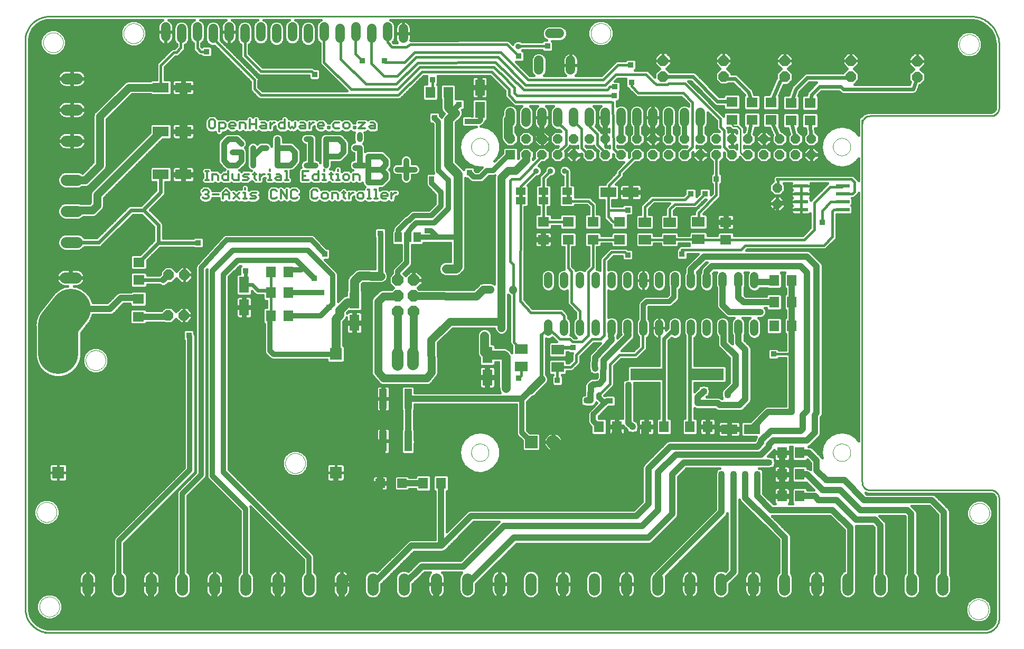
<source format=gtl>
G75*
G70*
%OFA0B0*%
%FSLAX24Y24*%
%IPPOS*%
%LPD*%
%AMOC8*
5,1,8,0,0,1.08239X$1,22.5*
%
%ADD10C,0.0000*%
%ADD11C,0.0100*%
%ADD12C,0.0360*%
%ADD13C,0.0130*%
%ADD14R,0.0600X0.0600*%
%ADD15OC8,0.0600*%
%ADD16R,0.0866X0.0236*%
%ADD17R,0.0787X0.0630*%
%ADD18R,0.0709X0.0630*%
%ADD19C,0.0520*%
%ADD20R,0.2100X0.0760*%
%ADD21R,0.0630X0.0710*%
%ADD22R,0.0710X0.0630*%
%ADD23R,0.0472X0.1260*%
%ADD24R,0.0630X0.0460*%
%ADD25OC8,0.0740*%
%ADD26C,0.0740*%
%ADD27R,0.1024X0.0630*%
%ADD28C,0.0705*%
%ADD29R,0.0591X0.0591*%
%ADD30R,0.0630X0.1024*%
%ADD31R,0.0760X0.0760*%
%ADD32R,0.0800X0.0800*%
%ADD33C,0.0800*%
%ADD34OC8,0.0660*%
%ADD35C,0.0600*%
%ADD36R,0.0460X0.0630*%
%ADD37C,0.0240*%
%ADD38C,0.0160*%
%ADD39R,0.0356X0.0356*%
%ADD40C,0.0400*%
%ADD41C,0.0700*%
%ADD42C,0.0320*%
%ADD43C,0.0860*%
%ADD44C,0.0500*%
%ADD45R,0.0827X0.0827*%
%ADD46C,0.0356*%
%ADD47C,0.0560*%
%ADD48C,0.2540*%
D10*
X004156Y003369D02*
X004158Y003419D01*
X004164Y003469D01*
X004174Y003518D01*
X004188Y003566D01*
X004205Y003613D01*
X004226Y003658D01*
X004251Y003702D01*
X004279Y003743D01*
X004311Y003782D01*
X004345Y003819D01*
X004382Y003853D01*
X004422Y003883D01*
X004464Y003910D01*
X004508Y003934D01*
X004554Y003955D01*
X004601Y003971D01*
X004649Y003984D01*
X004699Y003993D01*
X004748Y003998D01*
X004799Y003999D01*
X004849Y003996D01*
X004898Y003989D01*
X004947Y003978D01*
X004995Y003963D01*
X005041Y003945D01*
X005086Y003923D01*
X005129Y003897D01*
X005170Y003868D01*
X005209Y003836D01*
X005245Y003801D01*
X005277Y003763D01*
X005307Y003723D01*
X005334Y003680D01*
X005357Y003636D01*
X005376Y003590D01*
X005392Y003542D01*
X005404Y003493D01*
X005412Y003444D01*
X005416Y003394D01*
X005416Y003344D01*
X005412Y003294D01*
X005404Y003245D01*
X005392Y003196D01*
X005376Y003148D01*
X005357Y003102D01*
X005334Y003058D01*
X005307Y003015D01*
X005277Y002975D01*
X005245Y002937D01*
X005209Y002902D01*
X005170Y002870D01*
X005129Y002841D01*
X005086Y002815D01*
X005041Y002793D01*
X004995Y002775D01*
X004947Y002760D01*
X004898Y002749D01*
X004849Y002742D01*
X004799Y002739D01*
X004748Y002740D01*
X004699Y002745D01*
X004649Y002754D01*
X004601Y002767D01*
X004554Y002783D01*
X004508Y002804D01*
X004464Y002828D01*
X004422Y002855D01*
X004382Y002885D01*
X004345Y002919D01*
X004311Y002956D01*
X004279Y002995D01*
X004251Y003036D01*
X004226Y003080D01*
X004205Y003125D01*
X004188Y003172D01*
X004174Y003220D01*
X004164Y003269D01*
X004158Y003319D01*
X004156Y003369D01*
X003979Y009334D02*
X003981Y009384D01*
X003987Y009434D01*
X003997Y009483D01*
X004011Y009531D01*
X004028Y009578D01*
X004049Y009623D01*
X004074Y009667D01*
X004102Y009708D01*
X004134Y009747D01*
X004168Y009784D01*
X004205Y009818D01*
X004245Y009848D01*
X004287Y009875D01*
X004331Y009899D01*
X004377Y009920D01*
X004424Y009936D01*
X004472Y009949D01*
X004522Y009958D01*
X004571Y009963D01*
X004622Y009964D01*
X004672Y009961D01*
X004721Y009954D01*
X004770Y009943D01*
X004818Y009928D01*
X004864Y009910D01*
X004909Y009888D01*
X004952Y009862D01*
X004993Y009833D01*
X005032Y009801D01*
X005068Y009766D01*
X005100Y009728D01*
X005130Y009688D01*
X005157Y009645D01*
X005180Y009601D01*
X005199Y009555D01*
X005215Y009507D01*
X005227Y009458D01*
X005235Y009409D01*
X005239Y009359D01*
X005239Y009309D01*
X005235Y009259D01*
X005227Y009210D01*
X005215Y009161D01*
X005199Y009113D01*
X005180Y009067D01*
X005157Y009023D01*
X005130Y008980D01*
X005100Y008940D01*
X005068Y008902D01*
X005032Y008867D01*
X004993Y008835D01*
X004952Y008806D01*
X004909Y008780D01*
X004864Y008758D01*
X004818Y008740D01*
X004770Y008725D01*
X004721Y008714D01*
X004672Y008707D01*
X004622Y008704D01*
X004571Y008705D01*
X004522Y008710D01*
X004472Y008719D01*
X004424Y008732D01*
X004377Y008748D01*
X004331Y008769D01*
X004287Y008793D01*
X004245Y008820D01*
X004205Y008850D01*
X004168Y008884D01*
X004134Y008921D01*
X004102Y008960D01*
X004074Y009001D01*
X004049Y009045D01*
X004028Y009090D01*
X004011Y009137D01*
X003997Y009185D01*
X003987Y009234D01*
X003981Y009284D01*
X003979Y009334D01*
X007070Y018920D02*
X007072Y018970D01*
X007078Y019020D01*
X007088Y019069D01*
X007102Y019117D01*
X007119Y019164D01*
X007140Y019209D01*
X007165Y019253D01*
X007193Y019294D01*
X007225Y019333D01*
X007259Y019370D01*
X007296Y019404D01*
X007336Y019434D01*
X007378Y019461D01*
X007422Y019485D01*
X007468Y019506D01*
X007515Y019522D01*
X007563Y019535D01*
X007613Y019544D01*
X007662Y019549D01*
X007713Y019550D01*
X007763Y019547D01*
X007812Y019540D01*
X007861Y019529D01*
X007909Y019514D01*
X007955Y019496D01*
X008000Y019474D01*
X008043Y019448D01*
X008084Y019419D01*
X008123Y019387D01*
X008159Y019352D01*
X008191Y019314D01*
X008221Y019274D01*
X008248Y019231D01*
X008271Y019187D01*
X008290Y019141D01*
X008306Y019093D01*
X008318Y019044D01*
X008326Y018995D01*
X008330Y018945D01*
X008330Y018895D01*
X008326Y018845D01*
X008318Y018796D01*
X008306Y018747D01*
X008290Y018699D01*
X008271Y018653D01*
X008248Y018609D01*
X008221Y018566D01*
X008191Y018526D01*
X008159Y018488D01*
X008123Y018453D01*
X008084Y018421D01*
X008043Y018392D01*
X008000Y018366D01*
X007955Y018344D01*
X007909Y018326D01*
X007861Y018311D01*
X007812Y018300D01*
X007763Y018293D01*
X007713Y018290D01*
X007662Y018291D01*
X007613Y018296D01*
X007563Y018305D01*
X007515Y018318D01*
X007468Y018334D01*
X007422Y018355D01*
X007378Y018379D01*
X007336Y018406D01*
X007296Y018436D01*
X007259Y018470D01*
X007225Y018507D01*
X007193Y018546D01*
X007165Y018587D01*
X007140Y018631D01*
X007119Y018676D01*
X007102Y018723D01*
X007088Y018771D01*
X007078Y018820D01*
X007072Y018870D01*
X007070Y018920D01*
X019668Y012424D02*
X019670Y012474D01*
X019676Y012524D01*
X019686Y012573D01*
X019700Y012621D01*
X019717Y012668D01*
X019738Y012713D01*
X019763Y012757D01*
X019791Y012798D01*
X019823Y012837D01*
X019857Y012874D01*
X019894Y012908D01*
X019934Y012938D01*
X019976Y012965D01*
X020020Y012989D01*
X020066Y013010D01*
X020113Y013026D01*
X020161Y013039D01*
X020211Y013048D01*
X020260Y013053D01*
X020311Y013054D01*
X020361Y013051D01*
X020410Y013044D01*
X020459Y013033D01*
X020507Y013018D01*
X020553Y013000D01*
X020598Y012978D01*
X020641Y012952D01*
X020682Y012923D01*
X020721Y012891D01*
X020757Y012856D01*
X020789Y012818D01*
X020819Y012778D01*
X020846Y012735D01*
X020869Y012691D01*
X020888Y012645D01*
X020904Y012597D01*
X020916Y012548D01*
X020924Y012499D01*
X020928Y012449D01*
X020928Y012399D01*
X020924Y012349D01*
X020916Y012300D01*
X020904Y012251D01*
X020888Y012203D01*
X020869Y012157D01*
X020846Y012113D01*
X020819Y012070D01*
X020789Y012030D01*
X020757Y011992D01*
X020721Y011957D01*
X020682Y011925D01*
X020641Y011896D01*
X020598Y011870D01*
X020553Y011848D01*
X020507Y011830D01*
X020459Y011815D01*
X020410Y011804D01*
X020361Y011797D01*
X020311Y011794D01*
X020260Y011795D01*
X020211Y011800D01*
X020161Y011809D01*
X020113Y011822D01*
X020066Y011838D01*
X020020Y011859D01*
X019976Y011883D01*
X019934Y011910D01*
X019894Y011940D01*
X019857Y011974D01*
X019823Y012011D01*
X019791Y012050D01*
X019763Y012091D01*
X019738Y012135D01*
X019717Y012180D01*
X019700Y012227D01*
X019686Y012275D01*
X019676Y012324D01*
X019670Y012374D01*
X019668Y012424D01*
X031410Y013105D02*
X031412Y013152D01*
X031418Y013198D01*
X031428Y013244D01*
X031441Y013289D01*
X031459Y013332D01*
X031480Y013374D01*
X031504Y013414D01*
X031532Y013451D01*
X031563Y013486D01*
X031597Y013519D01*
X031633Y013548D01*
X031672Y013574D01*
X031713Y013597D01*
X031756Y013616D01*
X031800Y013632D01*
X031845Y013644D01*
X031891Y013652D01*
X031938Y013656D01*
X031984Y013656D01*
X032031Y013652D01*
X032077Y013644D01*
X032122Y013632D01*
X032166Y013616D01*
X032209Y013597D01*
X032250Y013574D01*
X032289Y013548D01*
X032325Y013519D01*
X032359Y013486D01*
X032390Y013451D01*
X032418Y013414D01*
X032442Y013374D01*
X032463Y013332D01*
X032481Y013289D01*
X032494Y013244D01*
X032504Y013198D01*
X032510Y013152D01*
X032512Y013105D01*
X032510Y013058D01*
X032504Y013012D01*
X032494Y012966D01*
X032481Y012921D01*
X032463Y012878D01*
X032442Y012836D01*
X032418Y012796D01*
X032390Y012759D01*
X032359Y012724D01*
X032325Y012691D01*
X032289Y012662D01*
X032250Y012636D01*
X032209Y012613D01*
X032166Y012594D01*
X032122Y012578D01*
X032077Y012566D01*
X032031Y012558D01*
X031984Y012554D01*
X031938Y012554D01*
X031891Y012558D01*
X031845Y012566D01*
X031800Y012578D01*
X031756Y012594D01*
X031713Y012613D01*
X031672Y012636D01*
X031633Y012662D01*
X031597Y012691D01*
X031563Y012724D01*
X031532Y012759D01*
X031504Y012796D01*
X031480Y012836D01*
X031459Y012878D01*
X031441Y012921D01*
X031428Y012966D01*
X031418Y013012D01*
X031412Y013058D01*
X031410Y013105D01*
X054245Y013105D02*
X054247Y013152D01*
X054253Y013198D01*
X054263Y013244D01*
X054276Y013289D01*
X054294Y013332D01*
X054315Y013374D01*
X054339Y013414D01*
X054367Y013451D01*
X054398Y013486D01*
X054432Y013519D01*
X054468Y013548D01*
X054507Y013574D01*
X054548Y013597D01*
X054591Y013616D01*
X054635Y013632D01*
X054680Y013644D01*
X054726Y013652D01*
X054773Y013656D01*
X054819Y013656D01*
X054866Y013652D01*
X054912Y013644D01*
X054957Y013632D01*
X055001Y013616D01*
X055044Y013597D01*
X055085Y013574D01*
X055124Y013548D01*
X055160Y013519D01*
X055194Y013486D01*
X055225Y013451D01*
X055253Y013414D01*
X055277Y013374D01*
X055298Y013332D01*
X055316Y013289D01*
X055329Y013244D01*
X055339Y013198D01*
X055345Y013152D01*
X055347Y013105D01*
X055345Y013058D01*
X055339Y013012D01*
X055329Y012966D01*
X055316Y012921D01*
X055298Y012878D01*
X055277Y012836D01*
X055253Y012796D01*
X055225Y012759D01*
X055194Y012724D01*
X055160Y012691D01*
X055124Y012662D01*
X055085Y012636D01*
X055044Y012613D01*
X055001Y012594D01*
X054957Y012578D01*
X054912Y012566D01*
X054866Y012558D01*
X054819Y012554D01*
X054773Y012554D01*
X054726Y012558D01*
X054680Y012566D01*
X054635Y012578D01*
X054591Y012594D01*
X054548Y012613D01*
X054507Y012636D01*
X054468Y012662D01*
X054432Y012691D01*
X054398Y012724D01*
X054367Y012759D01*
X054339Y012796D01*
X054315Y012836D01*
X054294Y012878D01*
X054276Y012921D01*
X054263Y012966D01*
X054253Y013012D01*
X054247Y013058D01*
X054245Y013105D01*
X062857Y009274D02*
X062859Y009324D01*
X062865Y009374D01*
X062875Y009423D01*
X062889Y009471D01*
X062906Y009518D01*
X062927Y009563D01*
X062952Y009607D01*
X062980Y009648D01*
X063012Y009687D01*
X063046Y009724D01*
X063083Y009758D01*
X063123Y009788D01*
X063165Y009815D01*
X063209Y009839D01*
X063255Y009860D01*
X063302Y009876D01*
X063350Y009889D01*
X063400Y009898D01*
X063449Y009903D01*
X063500Y009904D01*
X063550Y009901D01*
X063599Y009894D01*
X063648Y009883D01*
X063696Y009868D01*
X063742Y009850D01*
X063787Y009828D01*
X063830Y009802D01*
X063871Y009773D01*
X063910Y009741D01*
X063946Y009706D01*
X063978Y009668D01*
X064008Y009628D01*
X064035Y009585D01*
X064058Y009541D01*
X064077Y009495D01*
X064093Y009447D01*
X064105Y009398D01*
X064113Y009349D01*
X064117Y009299D01*
X064117Y009249D01*
X064113Y009199D01*
X064105Y009150D01*
X064093Y009101D01*
X064077Y009053D01*
X064058Y009007D01*
X064035Y008963D01*
X064008Y008920D01*
X063978Y008880D01*
X063946Y008842D01*
X063910Y008807D01*
X063871Y008775D01*
X063830Y008746D01*
X063787Y008720D01*
X063742Y008698D01*
X063696Y008680D01*
X063648Y008665D01*
X063599Y008654D01*
X063550Y008647D01*
X063500Y008644D01*
X063449Y008645D01*
X063400Y008650D01*
X063350Y008659D01*
X063302Y008672D01*
X063255Y008688D01*
X063209Y008709D01*
X063165Y008733D01*
X063123Y008760D01*
X063083Y008790D01*
X063046Y008824D01*
X063012Y008861D01*
X062980Y008900D01*
X062952Y008941D01*
X062927Y008985D01*
X062906Y009030D01*
X062889Y009077D01*
X062875Y009125D01*
X062865Y009174D01*
X062859Y009224D01*
X062857Y009274D01*
X062798Y003192D02*
X062800Y003242D01*
X062806Y003292D01*
X062816Y003341D01*
X062830Y003389D01*
X062847Y003436D01*
X062868Y003481D01*
X062893Y003525D01*
X062921Y003566D01*
X062953Y003605D01*
X062987Y003642D01*
X063024Y003676D01*
X063064Y003706D01*
X063106Y003733D01*
X063150Y003757D01*
X063196Y003778D01*
X063243Y003794D01*
X063291Y003807D01*
X063341Y003816D01*
X063390Y003821D01*
X063441Y003822D01*
X063491Y003819D01*
X063540Y003812D01*
X063589Y003801D01*
X063637Y003786D01*
X063683Y003768D01*
X063728Y003746D01*
X063771Y003720D01*
X063812Y003691D01*
X063851Y003659D01*
X063887Y003624D01*
X063919Y003586D01*
X063949Y003546D01*
X063976Y003503D01*
X063999Y003459D01*
X064018Y003413D01*
X064034Y003365D01*
X064046Y003316D01*
X064054Y003267D01*
X064058Y003217D01*
X064058Y003167D01*
X064054Y003117D01*
X064046Y003068D01*
X064034Y003019D01*
X064018Y002971D01*
X063999Y002925D01*
X063976Y002881D01*
X063949Y002838D01*
X063919Y002798D01*
X063887Y002760D01*
X063851Y002725D01*
X063812Y002693D01*
X063771Y002664D01*
X063728Y002638D01*
X063683Y002616D01*
X063637Y002598D01*
X063589Y002583D01*
X063540Y002572D01*
X063491Y002565D01*
X063441Y002562D01*
X063390Y002563D01*
X063341Y002568D01*
X063291Y002577D01*
X063243Y002590D01*
X063196Y002606D01*
X063150Y002627D01*
X063106Y002651D01*
X063064Y002678D01*
X063024Y002708D01*
X062987Y002742D01*
X062953Y002779D01*
X062921Y002818D01*
X062893Y002859D01*
X062868Y002903D01*
X062847Y002948D01*
X062830Y002995D01*
X062816Y003043D01*
X062806Y003092D01*
X062800Y003142D01*
X062798Y003192D01*
X054245Y032397D02*
X054247Y032444D01*
X054253Y032490D01*
X054263Y032536D01*
X054276Y032581D01*
X054294Y032624D01*
X054315Y032666D01*
X054339Y032706D01*
X054367Y032743D01*
X054398Y032778D01*
X054432Y032811D01*
X054468Y032840D01*
X054507Y032866D01*
X054548Y032889D01*
X054591Y032908D01*
X054635Y032924D01*
X054680Y032936D01*
X054726Y032944D01*
X054773Y032948D01*
X054819Y032948D01*
X054866Y032944D01*
X054912Y032936D01*
X054957Y032924D01*
X055001Y032908D01*
X055044Y032889D01*
X055085Y032866D01*
X055124Y032840D01*
X055160Y032811D01*
X055194Y032778D01*
X055225Y032743D01*
X055253Y032706D01*
X055277Y032666D01*
X055298Y032624D01*
X055316Y032581D01*
X055329Y032536D01*
X055339Y032490D01*
X055345Y032444D01*
X055347Y032397D01*
X055345Y032350D01*
X055339Y032304D01*
X055329Y032258D01*
X055316Y032213D01*
X055298Y032170D01*
X055277Y032128D01*
X055253Y032088D01*
X055225Y032051D01*
X055194Y032016D01*
X055160Y031983D01*
X055124Y031954D01*
X055085Y031928D01*
X055044Y031905D01*
X055001Y031886D01*
X054957Y031870D01*
X054912Y031858D01*
X054866Y031850D01*
X054819Y031846D01*
X054773Y031846D01*
X054726Y031850D01*
X054680Y031858D01*
X054635Y031870D01*
X054591Y031886D01*
X054548Y031905D01*
X054507Y031928D01*
X054468Y031954D01*
X054432Y031983D01*
X054398Y032016D01*
X054367Y032051D01*
X054339Y032088D01*
X054315Y032128D01*
X054294Y032170D01*
X054276Y032213D01*
X054263Y032258D01*
X054253Y032304D01*
X054247Y032350D01*
X054245Y032397D01*
X062207Y038861D02*
X062209Y038911D01*
X062215Y038961D01*
X062225Y039010D01*
X062239Y039058D01*
X062256Y039105D01*
X062277Y039150D01*
X062302Y039194D01*
X062330Y039235D01*
X062362Y039274D01*
X062396Y039311D01*
X062433Y039345D01*
X062473Y039375D01*
X062515Y039402D01*
X062559Y039426D01*
X062605Y039447D01*
X062652Y039463D01*
X062700Y039476D01*
X062750Y039485D01*
X062799Y039490D01*
X062850Y039491D01*
X062900Y039488D01*
X062949Y039481D01*
X062998Y039470D01*
X063046Y039455D01*
X063092Y039437D01*
X063137Y039415D01*
X063180Y039389D01*
X063221Y039360D01*
X063260Y039328D01*
X063296Y039293D01*
X063328Y039255D01*
X063358Y039215D01*
X063385Y039172D01*
X063408Y039128D01*
X063427Y039082D01*
X063443Y039034D01*
X063455Y038985D01*
X063463Y038936D01*
X063467Y038886D01*
X063467Y038836D01*
X063463Y038786D01*
X063455Y038737D01*
X063443Y038688D01*
X063427Y038640D01*
X063408Y038594D01*
X063385Y038550D01*
X063358Y038507D01*
X063328Y038467D01*
X063296Y038429D01*
X063260Y038394D01*
X063221Y038362D01*
X063180Y038333D01*
X063137Y038307D01*
X063092Y038285D01*
X063046Y038267D01*
X062998Y038252D01*
X062949Y038241D01*
X062900Y038234D01*
X062850Y038231D01*
X062799Y038232D01*
X062750Y038237D01*
X062700Y038246D01*
X062652Y038259D01*
X062605Y038275D01*
X062559Y038296D01*
X062515Y038320D01*
X062473Y038347D01*
X062433Y038377D01*
X062396Y038411D01*
X062362Y038448D01*
X062330Y038487D01*
X062302Y038528D01*
X062277Y038572D01*
X062256Y038617D01*
X062239Y038664D01*
X062225Y038712D01*
X062215Y038761D01*
X062209Y038811D01*
X062207Y038861D01*
X038951Y039560D02*
X038953Y039610D01*
X038959Y039660D01*
X038969Y039709D01*
X038983Y039757D01*
X039000Y039804D01*
X039021Y039849D01*
X039046Y039893D01*
X039074Y039934D01*
X039106Y039973D01*
X039140Y040010D01*
X039177Y040044D01*
X039217Y040074D01*
X039259Y040101D01*
X039303Y040125D01*
X039349Y040146D01*
X039396Y040162D01*
X039444Y040175D01*
X039494Y040184D01*
X039543Y040189D01*
X039594Y040190D01*
X039644Y040187D01*
X039693Y040180D01*
X039742Y040169D01*
X039790Y040154D01*
X039836Y040136D01*
X039881Y040114D01*
X039924Y040088D01*
X039965Y040059D01*
X040004Y040027D01*
X040040Y039992D01*
X040072Y039954D01*
X040102Y039914D01*
X040129Y039871D01*
X040152Y039827D01*
X040171Y039781D01*
X040187Y039733D01*
X040199Y039684D01*
X040207Y039635D01*
X040211Y039585D01*
X040211Y039535D01*
X040207Y039485D01*
X040199Y039436D01*
X040187Y039387D01*
X040171Y039339D01*
X040152Y039293D01*
X040129Y039249D01*
X040102Y039206D01*
X040072Y039166D01*
X040040Y039128D01*
X040004Y039093D01*
X039965Y039061D01*
X039924Y039032D01*
X039881Y039006D01*
X039836Y038984D01*
X039790Y038966D01*
X039742Y038951D01*
X039693Y038940D01*
X039644Y038933D01*
X039594Y038930D01*
X039543Y038931D01*
X039494Y038936D01*
X039444Y038945D01*
X039396Y038958D01*
X039349Y038974D01*
X039303Y038995D01*
X039259Y039019D01*
X039217Y039046D01*
X039177Y039076D01*
X039140Y039110D01*
X039106Y039147D01*
X039074Y039186D01*
X039046Y039227D01*
X039021Y039271D01*
X039000Y039316D01*
X038983Y039363D01*
X038969Y039411D01*
X038959Y039460D01*
X038953Y039510D01*
X038951Y039560D01*
X031410Y032397D02*
X031412Y032444D01*
X031418Y032490D01*
X031428Y032536D01*
X031441Y032581D01*
X031459Y032624D01*
X031480Y032666D01*
X031504Y032706D01*
X031532Y032743D01*
X031563Y032778D01*
X031597Y032811D01*
X031633Y032840D01*
X031672Y032866D01*
X031713Y032889D01*
X031756Y032908D01*
X031800Y032924D01*
X031845Y032936D01*
X031891Y032944D01*
X031938Y032948D01*
X031984Y032948D01*
X032031Y032944D01*
X032077Y032936D01*
X032122Y032924D01*
X032166Y032908D01*
X032209Y032889D01*
X032250Y032866D01*
X032289Y032840D01*
X032325Y032811D01*
X032359Y032778D01*
X032390Y032743D01*
X032418Y032706D01*
X032442Y032666D01*
X032463Y032624D01*
X032481Y032581D01*
X032494Y032536D01*
X032504Y032490D01*
X032510Y032444D01*
X032512Y032397D01*
X032510Y032350D01*
X032504Y032304D01*
X032494Y032258D01*
X032481Y032213D01*
X032463Y032170D01*
X032442Y032128D01*
X032418Y032088D01*
X032390Y032051D01*
X032359Y032016D01*
X032325Y031983D01*
X032289Y031954D01*
X032250Y031928D01*
X032209Y031905D01*
X032166Y031886D01*
X032122Y031870D01*
X032077Y031858D01*
X032031Y031850D01*
X031984Y031846D01*
X031938Y031846D01*
X031891Y031850D01*
X031845Y031858D01*
X031800Y031870D01*
X031756Y031886D01*
X031713Y031905D01*
X031672Y031928D01*
X031633Y031954D01*
X031597Y031983D01*
X031563Y032016D01*
X031532Y032051D01*
X031504Y032088D01*
X031480Y032128D01*
X031459Y032170D01*
X031441Y032213D01*
X031428Y032258D01*
X031418Y032304D01*
X031412Y032350D01*
X031410Y032397D01*
X009463Y039556D02*
X009465Y039606D01*
X009471Y039656D01*
X009481Y039705D01*
X009495Y039753D01*
X009512Y039800D01*
X009533Y039845D01*
X009558Y039889D01*
X009586Y039930D01*
X009618Y039969D01*
X009652Y040006D01*
X009689Y040040D01*
X009729Y040070D01*
X009771Y040097D01*
X009815Y040121D01*
X009861Y040142D01*
X009908Y040158D01*
X009956Y040171D01*
X010006Y040180D01*
X010055Y040185D01*
X010106Y040186D01*
X010156Y040183D01*
X010205Y040176D01*
X010254Y040165D01*
X010302Y040150D01*
X010348Y040132D01*
X010393Y040110D01*
X010436Y040084D01*
X010477Y040055D01*
X010516Y040023D01*
X010552Y039988D01*
X010584Y039950D01*
X010614Y039910D01*
X010641Y039867D01*
X010664Y039823D01*
X010683Y039777D01*
X010699Y039729D01*
X010711Y039680D01*
X010719Y039631D01*
X010723Y039581D01*
X010723Y039531D01*
X010719Y039481D01*
X010711Y039432D01*
X010699Y039383D01*
X010683Y039335D01*
X010664Y039289D01*
X010641Y039245D01*
X010614Y039202D01*
X010584Y039162D01*
X010552Y039124D01*
X010516Y039089D01*
X010477Y039057D01*
X010436Y039028D01*
X010393Y039002D01*
X010348Y038980D01*
X010302Y038962D01*
X010254Y038947D01*
X010205Y038936D01*
X010156Y038929D01*
X010106Y038926D01*
X010055Y038927D01*
X010006Y038932D01*
X009956Y038941D01*
X009908Y038954D01*
X009861Y038970D01*
X009815Y038991D01*
X009771Y039015D01*
X009729Y039042D01*
X009689Y039072D01*
X009652Y039106D01*
X009618Y039143D01*
X009586Y039182D01*
X009558Y039223D01*
X009533Y039267D01*
X009512Y039312D01*
X009495Y039359D01*
X009481Y039407D01*
X009471Y039456D01*
X009465Y039506D01*
X009463Y039556D01*
X004393Y038979D02*
X004395Y039029D01*
X004401Y039079D01*
X004411Y039128D01*
X004425Y039176D01*
X004442Y039223D01*
X004463Y039268D01*
X004488Y039312D01*
X004516Y039353D01*
X004548Y039392D01*
X004582Y039429D01*
X004619Y039463D01*
X004659Y039493D01*
X004701Y039520D01*
X004745Y039544D01*
X004791Y039565D01*
X004838Y039581D01*
X004886Y039594D01*
X004936Y039603D01*
X004985Y039608D01*
X005036Y039609D01*
X005086Y039606D01*
X005135Y039599D01*
X005184Y039588D01*
X005232Y039573D01*
X005278Y039555D01*
X005323Y039533D01*
X005366Y039507D01*
X005407Y039478D01*
X005446Y039446D01*
X005482Y039411D01*
X005514Y039373D01*
X005544Y039333D01*
X005571Y039290D01*
X005594Y039246D01*
X005613Y039200D01*
X005629Y039152D01*
X005641Y039103D01*
X005649Y039054D01*
X005653Y039004D01*
X005653Y038954D01*
X005649Y038904D01*
X005641Y038855D01*
X005629Y038806D01*
X005613Y038758D01*
X005594Y038712D01*
X005571Y038668D01*
X005544Y038625D01*
X005514Y038585D01*
X005482Y038547D01*
X005446Y038512D01*
X005407Y038480D01*
X005366Y038451D01*
X005323Y038425D01*
X005278Y038403D01*
X005232Y038385D01*
X005184Y038370D01*
X005135Y038359D01*
X005086Y038352D01*
X005036Y038349D01*
X004985Y038350D01*
X004936Y038355D01*
X004886Y038364D01*
X004838Y038377D01*
X004791Y038393D01*
X004745Y038414D01*
X004701Y038438D01*
X004659Y038465D01*
X004619Y038495D01*
X004582Y038529D01*
X004548Y038566D01*
X004516Y038605D01*
X004488Y038646D01*
X004463Y038690D01*
X004442Y038735D01*
X004425Y038782D01*
X004411Y038830D01*
X004401Y038879D01*
X004395Y038929D01*
X004393Y038979D01*
D11*
X003258Y039006D02*
X003254Y039082D01*
X003255Y039157D01*
X003259Y039232D01*
X003266Y039307D01*
X003278Y039381D01*
X003293Y039455D01*
X003312Y039527D01*
X003334Y039599D01*
X003360Y039670D01*
X003389Y039739D01*
X003422Y039807D01*
X003458Y039873D01*
X003498Y039937D01*
X003540Y039999D01*
X003586Y040058D01*
X003634Y040116D01*
X003685Y040171D01*
X003739Y040223D01*
X003796Y040273D01*
X003854Y040320D01*
X003916Y040364D01*
X003979Y040404D01*
X004044Y040442D01*
X004111Y040476D01*
X004179Y040507D01*
X004249Y040534D01*
X004321Y040558D01*
X004393Y040579D01*
X004466Y040595D01*
X004540Y040608D01*
X004615Y040618D01*
X004690Y040623D01*
X004765Y040625D01*
X062785Y040625D01*
X062786Y040624D02*
X062872Y040630D01*
X062958Y040631D01*
X063044Y040628D01*
X063129Y040621D01*
X063215Y040609D01*
X063299Y040594D01*
X063383Y040574D01*
X063466Y040551D01*
X063548Y040524D01*
X063628Y040492D01*
X063706Y040457D01*
X063783Y040418D01*
X063858Y040375D01*
X063930Y040329D01*
X064001Y040280D01*
X064068Y040227D01*
X064134Y040170D01*
X064196Y040111D01*
X064255Y040049D01*
X064312Y039984D01*
X064365Y039916D01*
X064415Y039846D01*
X064461Y039774D01*
X064504Y039699D01*
X064543Y039622D01*
X064579Y039544D01*
X064611Y039464D01*
X064638Y039383D01*
X064662Y039300D01*
X064682Y039216D01*
X064697Y039131D01*
X064709Y039046D01*
X064717Y038960D01*
X064720Y038874D01*
X064719Y038875D02*
X064719Y034847D01*
X064717Y034803D01*
X064711Y034760D01*
X064702Y034718D01*
X064689Y034676D01*
X064672Y034636D01*
X064652Y034597D01*
X064629Y034560D01*
X064602Y034526D01*
X064573Y034493D01*
X064540Y034464D01*
X064506Y034437D01*
X064469Y034414D01*
X064430Y034394D01*
X064390Y034377D01*
X064348Y034364D01*
X064306Y034355D01*
X064263Y034349D01*
X064219Y034347D01*
X056584Y034347D01*
X056540Y034345D01*
X056497Y034339D01*
X056455Y034330D01*
X056413Y034317D01*
X056373Y034300D01*
X056334Y034280D01*
X056297Y034257D01*
X056263Y034230D01*
X056230Y034201D01*
X056201Y034168D01*
X056174Y034134D01*
X056151Y034097D01*
X056131Y034058D01*
X056114Y034018D01*
X056101Y033976D01*
X056092Y033934D01*
X056086Y033891D01*
X056084Y033847D01*
X056080Y034092D02*
X056080Y011258D01*
X056084Y011222D02*
X056086Y011178D01*
X056092Y011135D01*
X056101Y011093D01*
X056114Y011051D01*
X056131Y011011D01*
X056151Y010972D01*
X056174Y010935D01*
X056201Y010901D01*
X056230Y010868D01*
X056263Y010839D01*
X056297Y010812D01*
X056334Y010789D01*
X056373Y010769D01*
X056413Y010752D01*
X056455Y010739D01*
X056497Y010730D01*
X056540Y010724D01*
X056584Y010722D01*
X064219Y010722D01*
X064263Y010720D01*
X064306Y010714D01*
X064348Y010705D01*
X064390Y010692D01*
X064430Y010675D01*
X064469Y010655D01*
X064506Y010632D01*
X064540Y010605D01*
X064573Y010576D01*
X064602Y010543D01*
X064629Y010509D01*
X064652Y010472D01*
X064672Y010433D01*
X064689Y010393D01*
X064702Y010351D01*
X064711Y010309D01*
X064717Y010266D01*
X064719Y010222D01*
X064719Y002764D01*
X064719Y002771D02*
X064725Y002712D01*
X064727Y002654D01*
X064725Y002595D01*
X064720Y002537D01*
X064711Y002479D01*
X064699Y002422D01*
X064683Y002365D01*
X064663Y002310D01*
X064640Y002256D01*
X064613Y002204D01*
X064584Y002154D01*
X064551Y002105D01*
X064515Y002059D01*
X064476Y002015D01*
X064435Y001973D01*
X064391Y001934D01*
X064345Y001898D01*
X064296Y001865D01*
X064246Y001836D01*
X064194Y001809D01*
X064140Y001786D01*
X064085Y001766D01*
X064028Y001750D01*
X063971Y001737D01*
X063913Y001728D01*
X063855Y001723D01*
X063855Y001722D02*
X004837Y001722D01*
X004456Y001743D02*
X040956Y001743D01*
X004837Y001722D02*
X004760Y001723D01*
X004683Y001727D01*
X004606Y001735D01*
X004530Y001747D01*
X004454Y001763D01*
X004379Y001782D01*
X004306Y001805D01*
X004233Y001832D01*
X004162Y001862D01*
X004093Y001896D01*
X004025Y001933D01*
X003959Y001974D01*
X003896Y002018D01*
X003834Y002065D01*
X003775Y002114D01*
X003719Y002167D01*
X003665Y002223D01*
X003614Y002281D01*
X003567Y002341D01*
X003522Y002404D01*
X003480Y002469D01*
X003442Y002536D01*
X003407Y002605D01*
X003375Y002675D01*
X003347Y002747D01*
X003323Y002821D01*
X003302Y002895D01*
X003285Y002970D01*
X003272Y003046D01*
X003262Y003123D01*
X003257Y003200D01*
X003255Y003277D01*
X003257Y003355D01*
X003258Y003354D02*
X003258Y039002D01*
X042879Y032897D02*
X042879Y032607D01*
X043109Y032377D01*
X045759Y032377D02*
X045859Y032277D01*
X045859Y031917D01*
X045879Y031897D01*
X045879Y032248D01*
X046009Y032377D01*
X047879Y032607D02*
X048059Y032427D01*
X047879Y032607D02*
X047879Y032897D01*
X048406Y033485D02*
X048405Y033489D01*
X048403Y033492D01*
X048191Y033704D01*
X047963Y033704D01*
X047956Y033707D02*
X047856Y033807D01*
X047856Y034092D01*
X047859Y034099D02*
X047864Y034104D01*
X047859Y034099D02*
X047857Y034096D01*
X047856Y034092D01*
X047956Y033707D02*
X047959Y033705D01*
X047963Y033704D01*
X048406Y033485D02*
X048406Y032034D01*
X048540Y031899D01*
X048547Y031897D02*
X048879Y031897D01*
X048547Y031897D02*
X048543Y031898D01*
X048540Y031900D01*
X049759Y032427D02*
X049909Y032577D01*
X049909Y032867D01*
X049879Y032897D01*
X049879Y032607D01*
X050059Y032427D01*
X052659Y032427D01*
X052859Y032227D01*
D12*
X027838Y030975D02*
X026743Y030975D01*
X027291Y031522D02*
X027291Y030428D01*
X025996Y030428D02*
X025723Y030154D01*
X024902Y030154D01*
X024902Y031795D01*
X025723Y031795D01*
X025996Y031522D01*
X025996Y031248D01*
X025723Y030975D01*
X024902Y030975D01*
X024622Y031245D02*
X024075Y031245D01*
X024348Y031245D02*
X024348Y032339D01*
X024075Y032339D01*
X024348Y032886D02*
X024348Y033160D01*
X023328Y032613D02*
X023328Y032066D01*
X023054Y031792D01*
X022233Y031792D01*
X022233Y031245D02*
X022233Y032886D01*
X023054Y032886D01*
X023328Y032613D01*
X021279Y032886D02*
X021279Y031245D01*
X021006Y031245D02*
X021553Y031245D01*
X020258Y031519D02*
X020258Y032066D01*
X019985Y032339D01*
X019164Y032339D01*
X019164Y032886D02*
X019164Y031245D01*
X019985Y031245D01*
X020258Y031519D01*
X021006Y032886D02*
X021279Y032886D01*
X018450Y032339D02*
X018177Y032339D01*
X017629Y031792D01*
X017629Y031245D02*
X017629Y032339D01*
X016882Y032066D02*
X016335Y032066D01*
X016882Y032066D02*
X016882Y031519D01*
X016609Y031245D01*
X016061Y031245D01*
X015788Y031519D01*
X015788Y032613D01*
X016061Y032886D01*
X016609Y032886D01*
X016882Y032613D01*
X025723Y030975D02*
X025996Y030701D01*
X025996Y030428D01*
D13*
X025400Y029687D02*
X025400Y029116D01*
X025305Y029116D02*
X025495Y029116D01*
X025734Y029211D02*
X025830Y029116D01*
X026020Y029116D01*
X026115Y029306D02*
X025734Y029306D01*
X025734Y029211D02*
X025734Y029401D01*
X025830Y029496D01*
X026020Y029496D01*
X026115Y029401D01*
X026115Y029306D01*
X026379Y029306D02*
X026569Y029496D01*
X026664Y029496D01*
X026379Y029496D02*
X026379Y029116D01*
X025400Y029687D02*
X025305Y029687D01*
X024970Y029687D02*
X024970Y029116D01*
X024875Y029116D02*
X025065Y029116D01*
X024611Y029211D02*
X024611Y029401D01*
X024516Y029496D01*
X024326Y029496D01*
X024230Y029401D01*
X024230Y029211D01*
X024326Y029116D01*
X024516Y029116D01*
X024611Y029211D01*
X024875Y029687D02*
X024970Y029687D01*
X024351Y030292D02*
X024351Y030577D01*
X024256Y030672D01*
X023971Y030672D01*
X023971Y030292D01*
X023707Y030387D02*
X023707Y030577D01*
X023611Y030672D01*
X023421Y030672D01*
X023326Y030577D01*
X023326Y030387D01*
X023421Y030292D01*
X023611Y030292D01*
X023707Y030387D01*
X023087Y030292D02*
X022897Y030292D01*
X022992Y030292D02*
X022992Y030672D01*
X022897Y030672D01*
X022992Y030863D02*
X022992Y030958D01*
X022657Y030672D02*
X022467Y030672D01*
X022562Y030767D02*
X022562Y030387D01*
X022657Y030292D01*
X022227Y030292D02*
X022037Y030292D01*
X022132Y030292D02*
X022132Y030672D01*
X022037Y030672D01*
X022132Y030863D02*
X022132Y030958D01*
X021773Y030863D02*
X021773Y030292D01*
X021488Y030292D01*
X021393Y030387D01*
X021393Y030577D01*
X021488Y030672D01*
X021773Y030672D01*
X021128Y030863D02*
X020748Y030863D01*
X020748Y030292D01*
X021128Y030292D01*
X020938Y030577D02*
X020748Y030577D01*
X019864Y030292D02*
X019674Y030292D01*
X019769Y030292D02*
X019769Y030863D01*
X019674Y030863D01*
X019410Y030577D02*
X019410Y030292D01*
X019124Y030292D01*
X019029Y030387D01*
X019124Y030482D01*
X019410Y030482D01*
X019410Y030577D02*
X019314Y030672D01*
X019124Y030672D01*
X018695Y030672D02*
X018695Y030292D01*
X018600Y030292D02*
X018790Y030292D01*
X018695Y030672D02*
X018600Y030672D01*
X018695Y030863D02*
X018695Y030958D01*
X018348Y030672D02*
X018253Y030672D01*
X018062Y030482D01*
X018062Y030292D02*
X018062Y030672D01*
X017823Y030672D02*
X017633Y030672D01*
X017728Y030767D02*
X017728Y030387D01*
X017823Y030292D01*
X017368Y030387D02*
X017273Y030482D01*
X017083Y030482D01*
X016988Y030577D01*
X017083Y030672D01*
X017368Y030672D01*
X017368Y030387D02*
X017273Y030292D01*
X016988Y030292D01*
X016724Y030292D02*
X016724Y030672D01*
X016724Y030292D02*
X016439Y030292D01*
X016344Y030387D01*
X016344Y030672D01*
X016079Y030672D02*
X015794Y030672D01*
X015699Y030577D01*
X015699Y030387D01*
X015794Y030292D01*
X016079Y030292D01*
X016079Y030863D01*
X015435Y030577D02*
X015435Y030292D01*
X015435Y030577D02*
X015340Y030672D01*
X015055Y030672D01*
X015055Y030292D01*
X014815Y030292D02*
X014625Y030292D01*
X014720Y030292D02*
X014720Y030863D01*
X014625Y030863D02*
X014815Y030863D01*
X014740Y029687D02*
X014550Y029687D01*
X014455Y029591D01*
X014645Y029401D02*
X014740Y029401D01*
X014835Y029306D01*
X014835Y029211D01*
X014740Y029116D01*
X014550Y029116D01*
X014455Y029211D01*
X014740Y029401D02*
X014835Y029496D01*
X014835Y029591D01*
X014740Y029687D01*
X015099Y029401D02*
X015480Y029401D01*
X015744Y029401D02*
X016124Y029401D01*
X016124Y029496D02*
X016124Y029116D01*
X016388Y029116D02*
X016769Y029496D01*
X017033Y029496D02*
X017128Y029496D01*
X017128Y029116D01*
X017033Y029116D02*
X017223Y029116D01*
X017463Y029116D02*
X017748Y029116D01*
X017843Y029211D01*
X017748Y029306D01*
X017558Y029306D01*
X017463Y029401D01*
X017558Y029496D01*
X017843Y029496D01*
X017128Y029687D02*
X017128Y029782D01*
X016769Y029116D02*
X016388Y029496D01*
X016124Y029496D02*
X015934Y029687D01*
X015744Y029496D01*
X015744Y029116D01*
X018752Y029211D02*
X018847Y029116D01*
X019037Y029116D01*
X019132Y029211D01*
X019396Y029116D02*
X019396Y029687D01*
X019777Y029116D01*
X019777Y029687D01*
X020041Y029591D02*
X020041Y029211D01*
X020136Y029116D01*
X020326Y029116D01*
X020421Y029211D01*
X020421Y029591D02*
X020326Y029687D01*
X020136Y029687D01*
X020041Y029591D01*
X019132Y029591D02*
X019037Y029687D01*
X018847Y029687D01*
X018752Y029591D01*
X018752Y029211D01*
X021330Y029211D02*
X021425Y029116D01*
X021615Y029116D01*
X021710Y029211D01*
X021975Y029211D02*
X022070Y029116D01*
X022260Y029116D01*
X022355Y029211D01*
X022355Y029401D01*
X022260Y029496D01*
X022070Y029496D01*
X021975Y029401D01*
X021975Y029211D01*
X021710Y029591D02*
X021615Y029687D01*
X021425Y029687D01*
X021330Y029591D01*
X021330Y029211D01*
X022619Y029116D02*
X022619Y029496D01*
X022904Y029496D01*
X022999Y029401D01*
X022999Y029116D01*
X023359Y029211D02*
X023454Y029116D01*
X023359Y029211D02*
X023359Y029591D01*
X023264Y029496D02*
X023454Y029496D01*
X023693Y029496D02*
X023693Y029116D01*
X023693Y029306D02*
X023884Y029496D01*
X023979Y029496D01*
X023989Y033552D02*
X024084Y033552D01*
X024084Y033647D01*
X023989Y033647D01*
X023989Y033552D01*
X023725Y033647D02*
X023725Y033837D01*
X023630Y033932D01*
X023439Y033932D01*
X023344Y033837D01*
X023344Y033647D01*
X023439Y033552D01*
X023630Y033552D01*
X023725Y033647D01*
X024311Y033552D02*
X024692Y033552D01*
X024956Y033647D02*
X025051Y033742D01*
X025336Y033742D01*
X025336Y033837D02*
X025336Y033552D01*
X025051Y033552D01*
X024956Y033647D01*
X025051Y033932D02*
X025241Y033932D01*
X025336Y033837D01*
X024692Y033932D02*
X024311Y033552D01*
X024311Y033932D02*
X024692Y033932D01*
X023080Y033932D02*
X022795Y033932D01*
X022700Y033837D01*
X022700Y033647D01*
X022795Y033552D01*
X023080Y033552D01*
X022473Y033552D02*
X022378Y033552D01*
X022378Y033647D01*
X022473Y033647D01*
X022473Y033552D01*
X022113Y033742D02*
X021733Y033742D01*
X021733Y033647D02*
X021733Y033837D01*
X021828Y033932D01*
X022018Y033932D01*
X022113Y033837D01*
X022113Y033742D01*
X022018Y033552D02*
X021828Y033552D01*
X021733Y033647D01*
X021481Y033932D02*
X021386Y033932D01*
X021196Y033742D01*
X021196Y033552D02*
X021196Y033932D01*
X020932Y033837D02*
X020932Y033552D01*
X020646Y033552D01*
X020551Y033647D01*
X020646Y033742D01*
X020932Y033742D01*
X020932Y033837D02*
X020837Y033932D01*
X020646Y033932D01*
X020287Y033932D02*
X020287Y033647D01*
X020192Y033552D01*
X020097Y033647D01*
X020002Y033552D01*
X019907Y033647D01*
X019907Y033932D01*
X019643Y033932D02*
X019357Y033932D01*
X019262Y033837D01*
X019262Y033647D01*
X019357Y033552D01*
X019643Y033552D01*
X019643Y034123D01*
X019010Y033932D02*
X018915Y033932D01*
X018725Y033742D01*
X018725Y033552D02*
X018725Y033932D01*
X018461Y033837D02*
X018461Y033552D01*
X018176Y033552D01*
X018081Y033647D01*
X018176Y033742D01*
X018461Y033742D01*
X018461Y033837D02*
X018366Y033932D01*
X018176Y033932D01*
X017816Y033837D02*
X017436Y033837D01*
X017172Y033837D02*
X017172Y033552D01*
X017436Y033552D02*
X017436Y034123D01*
X017816Y034123D02*
X017816Y033552D01*
X017172Y033837D02*
X017077Y033932D01*
X016791Y033932D01*
X016791Y033552D01*
X016527Y033742D02*
X016527Y033837D01*
X016432Y033932D01*
X016242Y033932D01*
X016147Y033837D01*
X016147Y033647D01*
X016242Y033552D01*
X016432Y033552D01*
X016527Y033742D02*
X016147Y033742D01*
X015883Y033837D02*
X015883Y033647D01*
X015788Y033552D01*
X015502Y033552D01*
X015502Y033362D02*
X015502Y033932D01*
X015788Y033932D01*
X015883Y033837D01*
X015238Y033647D02*
X015238Y034027D01*
X015143Y034123D01*
X014953Y034123D01*
X014858Y034027D01*
X014858Y033647D01*
X014953Y033552D01*
X015143Y033552D01*
X015238Y033647D01*
D14*
X033879Y031897D03*
D15*
X033879Y032897D03*
X034879Y032897D03*
X035879Y032897D03*
X036879Y032897D03*
X037879Y032897D03*
X038879Y032897D03*
X039879Y032897D03*
X040879Y032897D03*
X041879Y032897D03*
X042879Y032897D03*
X043879Y032897D03*
X044879Y032897D03*
X045879Y032897D03*
X046879Y032897D03*
X047879Y032897D03*
X048879Y032897D03*
X049879Y032897D03*
X050879Y032897D03*
X051879Y032897D03*
X052879Y032897D03*
X052879Y031897D03*
X051879Y031897D03*
X050879Y031897D03*
X049879Y031897D03*
X048879Y031897D03*
X047879Y031897D03*
X046879Y031897D03*
X045879Y031897D03*
X044879Y031897D03*
X043879Y031897D03*
X042879Y031897D03*
X041879Y031897D03*
X040879Y031897D03*
X039879Y031897D03*
X038879Y031897D03*
X037879Y031897D03*
X036879Y031897D03*
X035879Y031897D03*
X034879Y031897D03*
X050726Y029808D03*
X050726Y028808D03*
D16*
X052227Y028933D03*
X052227Y029433D03*
X052227Y029933D03*
X052227Y028433D03*
X054849Y028433D03*
X054849Y028933D03*
X054849Y029433D03*
X054849Y029933D03*
D17*
X045746Y027656D03*
X043940Y027646D03*
X043940Y026543D03*
X045746Y026553D03*
X042365Y026543D03*
X042365Y027646D03*
X036871Y019598D03*
X036871Y018496D03*
X034548Y018518D03*
X034548Y019620D03*
D18*
X047477Y026542D03*
X047477Y027644D03*
D19*
X047271Y024237D02*
X047271Y023717D01*
X048271Y023717D02*
X048271Y024237D01*
X049271Y024237D02*
X049271Y023717D01*
X046271Y023717D02*
X046271Y024237D01*
X045271Y024237D02*
X045271Y023717D01*
X044271Y023717D02*
X044271Y024237D01*
X043271Y024237D02*
X043271Y023717D01*
X042271Y023717D02*
X042271Y024237D01*
X041271Y024237D02*
X041271Y023717D01*
X040271Y023717D02*
X040271Y024237D01*
X039271Y024237D02*
X039271Y023717D01*
X038271Y023717D02*
X038271Y024237D01*
X037271Y024237D02*
X037271Y023717D01*
X036271Y023717D02*
X036271Y024237D01*
X036271Y021237D02*
X036271Y020717D01*
X037271Y020717D02*
X037271Y021237D01*
X038271Y021237D02*
X038271Y020717D01*
X039271Y020717D02*
X039271Y021237D01*
X040271Y021237D02*
X040271Y020717D01*
X041271Y020717D02*
X041271Y021237D01*
X042271Y021237D02*
X042271Y020717D01*
X043271Y020717D02*
X043271Y021237D01*
X044271Y021237D02*
X044271Y020717D01*
X045271Y020717D02*
X045271Y021237D01*
X046271Y021237D02*
X046271Y020717D01*
X047271Y020717D02*
X047271Y021237D01*
X048271Y021237D02*
X048271Y020717D01*
X049271Y020717D02*
X049271Y021237D01*
D20*
X046296Y018040D03*
X042496Y018040D03*
D21*
X042461Y014727D03*
X043581Y014727D03*
X045211Y014727D03*
X046331Y014727D03*
X051024Y013097D03*
X052143Y013097D03*
X052143Y011722D03*
X051024Y011722D03*
X051024Y010347D03*
X052143Y010347D03*
X040593Y014727D03*
X039474Y014727D03*
X029500Y011164D03*
X028380Y011164D03*
X019874Y021735D03*
X018754Y021735D03*
X018754Y023211D03*
X019874Y023211D03*
X019874Y024511D03*
X018754Y024511D03*
X028830Y035836D03*
X029950Y035836D03*
X050524Y023972D03*
X051643Y023972D03*
X051643Y022597D03*
X050524Y022597D03*
X050524Y021097D03*
X051643Y021097D03*
D22*
X040771Y026542D03*
X040771Y027662D03*
X039084Y027662D03*
X037521Y027662D03*
X035959Y027662D03*
X035959Y026542D03*
X037521Y026542D03*
X039084Y026542D03*
X047864Y034104D03*
X049129Y034088D03*
X050332Y034081D03*
X051596Y034057D03*
X052800Y034053D03*
X052800Y035172D03*
X051596Y035176D03*
X050332Y035201D03*
X049129Y035208D03*
X047864Y035224D03*
X010416Y025112D03*
X010416Y023992D03*
X010402Y022797D03*
X010402Y021678D03*
D23*
X025844Y016495D03*
X027419Y016495D03*
X027419Y013818D03*
X025844Y013818D03*
D24*
X034521Y028990D03*
X034521Y029590D03*
X035959Y029590D03*
X035959Y028990D03*
X037459Y028990D03*
X037459Y029590D03*
D25*
X027765Y023981D03*
X026765Y023981D03*
X026765Y022981D03*
X027765Y022981D03*
X027765Y021981D03*
X026765Y021981D03*
D26*
X026751Y019378D02*
X026751Y018638D01*
X027734Y018657D02*
X027734Y019397D01*
D27*
X040050Y029527D03*
X041467Y029527D03*
X047700Y014577D03*
X049117Y014577D03*
X013231Y030652D03*
X011814Y030652D03*
X011814Y033369D03*
X013231Y033369D03*
X013231Y036145D03*
X011814Y036145D03*
D28*
X006545Y036704D02*
X005840Y036704D01*
X005840Y034735D02*
X006545Y034735D01*
X006545Y032767D02*
X005840Y032767D01*
X005840Y030302D02*
X006545Y030302D01*
X006545Y028334D02*
X005840Y028334D01*
X005840Y026365D02*
X006545Y026365D01*
X006470Y024137D02*
X005765Y024137D01*
X005765Y022168D02*
X006470Y022168D01*
X007200Y005136D02*
X007200Y004431D01*
X009168Y004431D02*
X009168Y005136D01*
X011200Y005136D02*
X011200Y004431D01*
X013168Y004431D02*
X013168Y005136D01*
X015200Y005136D02*
X015200Y004431D01*
X017168Y004431D02*
X017168Y005136D01*
X019200Y005136D02*
X019200Y004431D01*
X021168Y004431D02*
X021168Y005136D01*
X023225Y005133D02*
X023225Y004428D01*
X025194Y004428D02*
X025194Y005133D01*
X027162Y005133D02*
X027162Y004428D01*
X029210Y004436D02*
X029210Y005141D01*
X031178Y005141D02*
X031178Y004436D01*
X033210Y004436D02*
X033210Y005141D01*
X035178Y005141D02*
X035178Y004436D01*
X037210Y004436D02*
X037210Y005141D01*
X039178Y005141D02*
X039178Y004436D01*
X041210Y004436D02*
X041210Y005141D01*
X043178Y005141D02*
X043178Y004436D01*
X045210Y004436D02*
X045210Y005141D01*
X047178Y005141D02*
X047178Y004436D01*
X049210Y004436D02*
X049210Y005141D01*
X051178Y005141D02*
X051178Y004436D01*
X053210Y004436D02*
X053210Y005141D01*
X055178Y005141D02*
X055178Y004436D01*
X057225Y004428D02*
X057225Y005133D01*
X059194Y005133D02*
X059194Y004428D01*
X061162Y004428D02*
X061162Y005133D01*
D29*
X027030Y011164D03*
X025652Y011164D03*
D30*
X032424Y017837D03*
X032424Y019255D03*
X024034Y021290D03*
X024034Y022708D03*
X017070Y022267D03*
X017070Y023684D03*
X031952Y034727D03*
X031952Y036145D03*
D31*
X022857Y019314D03*
X022857Y011834D03*
X005337Y011834D03*
X005337Y019314D03*
D32*
X035200Y013763D03*
D33*
X036578Y013763D03*
D34*
X013271Y021763D03*
X012271Y021763D03*
X012294Y024321D03*
X013294Y024321D03*
X043510Y036844D03*
X043510Y037844D03*
X047330Y037837D03*
X047330Y036837D03*
X051184Y036822D03*
X051184Y037822D03*
X055359Y037831D03*
X055359Y036831D03*
X059556Y036804D03*
X059556Y037804D03*
D35*
X045865Y034555D02*
X045865Y033955D01*
X044865Y033955D02*
X044865Y034555D01*
X043865Y034555D02*
X043865Y033955D01*
X042865Y033955D02*
X042865Y034555D01*
X041865Y034555D02*
X041865Y033955D01*
X040865Y033955D02*
X040865Y034555D01*
X039865Y034555D02*
X039865Y033955D01*
X038865Y033955D02*
X038865Y034555D01*
X037865Y034555D02*
X037865Y033955D01*
X036865Y033955D02*
X036865Y034555D01*
X035865Y034555D02*
X035865Y033955D01*
X034865Y033955D02*
X034865Y034555D01*
X033865Y034555D02*
X033865Y033955D01*
X035675Y037251D02*
X035675Y037851D01*
X037675Y037851D02*
X037675Y037251D01*
X036975Y039551D02*
X036375Y039551D01*
X027115Y039247D02*
X027115Y039847D01*
X026115Y039947D02*
X026115Y039347D01*
X025115Y039247D02*
X025115Y039847D01*
X024115Y039947D02*
X024115Y039347D01*
X023115Y039247D02*
X023115Y039847D01*
X022115Y039947D02*
X022115Y039347D01*
X021115Y039247D02*
X021115Y039847D01*
X020115Y039947D02*
X020115Y039347D01*
X019115Y039247D02*
X019115Y039847D01*
X018115Y039947D02*
X018115Y039347D01*
X017115Y039247D02*
X017115Y039847D01*
X016115Y039947D02*
X016115Y039347D01*
X015115Y039247D02*
X015115Y039847D01*
X014115Y039947D02*
X014115Y039347D01*
X013115Y039247D02*
X013115Y039847D01*
X012115Y039947D02*
X012115Y039347D01*
D36*
X026795Y026684D03*
X027395Y026684D03*
X027995Y026684D03*
D37*
X034532Y029024D02*
X034532Y029615D01*
X035970Y029615D02*
X035970Y029024D01*
X037545Y029024D02*
X037545Y029615D01*
X046181Y036042D02*
X046944Y035279D01*
X047805Y035279D01*
X047812Y035276D02*
X047864Y035224D01*
X047812Y035276D02*
X047809Y035278D01*
X047805Y035279D01*
X048905Y035851D02*
X049129Y035208D01*
X048905Y035851D02*
X048049Y036707D01*
X047459Y036707D01*
X047330Y036837D01*
X046178Y036049D02*
X046179Y036045D01*
X046181Y036042D01*
X046178Y036049D02*
X046178Y036051D01*
X045388Y036841D01*
X045381Y036844D02*
X043510Y036844D01*
X045381Y036844D02*
X045385Y036843D01*
X045388Y036841D01*
X049103Y034062D02*
X049129Y034088D01*
X049103Y034062D02*
X048879Y032897D01*
X050329Y034078D02*
X050332Y034081D01*
X050329Y034078D02*
X050879Y032897D01*
X051879Y032897D02*
X051583Y034044D01*
X051596Y034057D01*
X052762Y034015D02*
X052800Y034053D01*
X052762Y034015D02*
X052879Y032897D01*
X052859Y032227D02*
X052879Y032207D01*
X052879Y031897D01*
X052800Y035172D02*
X052886Y035712D01*
X053386Y036212D01*
X054732Y036212D01*
X054900Y036043D01*
X059295Y036043D01*
X059556Y036804D01*
X055453Y036763D02*
X055359Y036831D01*
X055453Y036763D02*
X052610Y036763D01*
X051892Y036045D01*
X051596Y035176D01*
X050332Y035201D02*
X050882Y036520D01*
X051184Y036822D01*
X045271Y020977D02*
X045211Y020917D01*
X045211Y018102D01*
X045274Y018040D01*
X046296Y018040D01*
X045211Y018102D02*
X045211Y014727D01*
X046331Y014727D02*
X046331Y014100D01*
X046209Y013977D01*
X042709Y013977D01*
X042459Y014227D01*
X042459Y014725D01*
X042461Y014727D01*
X042461Y014230D01*
X042209Y013977D01*
X040709Y013977D01*
X040584Y014102D01*
X040584Y014717D01*
X040593Y014727D01*
X043581Y014727D02*
X043581Y018102D01*
X043518Y018040D01*
X042496Y018040D01*
X043581Y018102D02*
X043581Y020287D01*
X044271Y020977D01*
X037834Y019722D02*
X036995Y019722D01*
X036871Y019598D01*
X035834Y020540D02*
X035834Y017727D01*
X018754Y023211D02*
X018622Y023343D01*
X017933Y023343D01*
X017592Y023684D01*
X017070Y023684D01*
X017152Y023766D01*
X017152Y024568D01*
X014177Y026346D02*
X011646Y026346D01*
X010416Y025117D01*
X010416Y025112D01*
X011660Y026356D01*
X011660Y027463D01*
X010715Y028408D01*
X010688Y028408D01*
X009944Y028408D01*
X007893Y026357D01*
X006201Y026357D01*
X006193Y026365D01*
X010416Y023992D02*
X011966Y023992D01*
X010688Y028408D02*
X011814Y029534D01*
X011814Y030652D01*
D38*
X003570Y002810D02*
X003741Y002493D01*
X003992Y002233D01*
X004304Y002052D01*
X004607Y001973D01*
X041051Y001973D01*
X041072Y001952D01*
X063844Y001952D01*
X063955Y001968D01*
X064166Y002055D01*
X064338Y002205D01*
X064452Y002402D01*
X064497Y002626D01*
X064495Y002663D01*
X064489Y002668D01*
X064489Y002755D01*
X064479Y002835D01*
X064489Y002849D01*
X064489Y010222D01*
X064484Y010275D01*
X064444Y010372D01*
X064369Y010447D01*
X064272Y010487D01*
X064219Y010492D01*
X056438Y010492D01*
X056289Y010554D01*
X056366Y010477D01*
X060555Y010477D01*
X060694Y010419D01*
X061458Y009656D01*
X061565Y009549D01*
X061623Y009409D01*
X061623Y005412D01*
X061695Y005239D01*
X061695Y004322D01*
X061614Y004126D01*
X061464Y003976D01*
X061268Y003895D01*
X061056Y003895D01*
X060861Y003976D01*
X060711Y004126D01*
X060630Y004322D01*
X060630Y005239D01*
X060711Y005435D01*
X060861Y005584D01*
X060863Y005585D01*
X060863Y009176D01*
X060322Y009717D01*
X059212Y009717D01*
X059391Y009538D01*
X059498Y009431D01*
X059556Y009291D01*
X059556Y005524D01*
X059645Y005435D01*
X059726Y005239D01*
X059726Y004322D01*
X059645Y004126D01*
X059495Y003976D01*
X059300Y003895D01*
X059088Y003895D01*
X058892Y003976D01*
X058742Y004126D01*
X058661Y004322D01*
X058661Y005239D01*
X058742Y005435D01*
X058796Y005488D01*
X058796Y009058D01*
X058762Y009092D01*
X057179Y009092D01*
X057442Y008829D01*
X057549Y008722D01*
X057607Y008582D01*
X057607Y005504D01*
X057677Y005435D01*
X057758Y005239D01*
X057758Y004322D01*
X057677Y004126D01*
X057527Y003976D01*
X057331Y003895D01*
X057119Y003895D01*
X056924Y003976D01*
X056774Y004126D01*
X056693Y004322D01*
X056693Y005239D01*
X056774Y005435D01*
X056847Y005508D01*
X056847Y008349D01*
X056729Y008467D01*
X055695Y008467D01*
X055714Y008423D01*
X055714Y004868D01*
X055711Y004861D01*
X055711Y004330D01*
X055629Y004134D01*
X055480Y003984D01*
X055284Y003903D01*
X055072Y003903D01*
X054876Y003984D01*
X054727Y004134D01*
X054646Y004330D01*
X054646Y005247D01*
X054727Y005442D01*
X054876Y005592D01*
X054954Y005624D01*
X054954Y008190D01*
X054051Y009092D01*
X050388Y009092D01*
X051419Y008061D01*
X051526Y007954D01*
X051584Y007815D01*
X051584Y005488D01*
X051629Y005442D01*
X051711Y005247D01*
X051711Y004330D01*
X051629Y004134D01*
X051480Y003984D01*
X051284Y003903D01*
X051072Y003903D01*
X050876Y003984D01*
X050727Y004134D01*
X050646Y004330D01*
X050646Y005247D01*
X050727Y005442D01*
X050824Y005539D01*
X050824Y007582D01*
X049888Y008517D01*
X049868Y008525D01*
X049761Y008632D01*
X048493Y009900D01*
X048386Y010007D01*
X048339Y010123D01*
X048339Y005493D01*
X048281Y005354D01*
X047711Y004783D01*
X047711Y004330D01*
X047629Y004134D01*
X047480Y003984D01*
X047284Y003903D01*
X047072Y003903D01*
X046876Y003984D01*
X046727Y004134D01*
X046646Y004330D01*
X046646Y005247D01*
X046727Y005442D01*
X046876Y005592D01*
X047072Y005673D01*
X047284Y005673D01*
X047455Y005602D01*
X047579Y005726D01*
X047579Y009248D01*
X047531Y009132D01*
X047424Y009025D01*
X043691Y005293D01*
X043711Y005247D01*
X043711Y004330D01*
X043629Y004134D01*
X043480Y003984D01*
X043284Y003903D01*
X043072Y003903D01*
X042876Y003984D01*
X042727Y004134D01*
X042646Y004330D01*
X042646Y005247D01*
X042727Y005442D01*
X042876Y005592D01*
X042944Y005620D01*
X042963Y005639D01*
X042963Y005639D01*
X046829Y009505D01*
X046829Y011798D01*
X046850Y011851D01*
X046850Y011975D01*
X046956Y012080D01*
X047080Y012080D01*
X047109Y012092D01*
X044991Y012092D01*
X044464Y011565D01*
X044464Y009147D01*
X044406Y009007D01*
X044299Y008900D01*
X042799Y007400D01*
X042659Y007342D01*
X034269Y007342D01*
X031711Y004783D01*
X031711Y004330D01*
X031629Y004134D01*
X031480Y003984D01*
X031284Y003903D01*
X031072Y003903D01*
X030876Y003984D01*
X030727Y004134D01*
X030646Y004330D01*
X030646Y005247D01*
X030727Y005442D01*
X030813Y005528D01*
X029575Y005528D01*
X029616Y005488D01*
X029665Y005420D01*
X029703Y005345D01*
X029729Y005265D01*
X030653Y005265D01*
X030646Y005106D02*
X029742Y005106D01*
X029742Y005183D02*
X029729Y005265D01*
X029742Y005183D02*
X029742Y004826D01*
X029247Y004826D01*
X029247Y004751D01*
X029742Y004751D01*
X029742Y004394D01*
X029729Y004311D01*
X029703Y004231D01*
X029665Y004157D01*
X029616Y004089D01*
X029556Y004030D01*
X029489Y003980D01*
X029414Y003942D01*
X029334Y003916D01*
X029251Y003903D01*
X029247Y003903D01*
X029247Y004751D01*
X029172Y004751D01*
X028677Y004751D01*
X028677Y004394D01*
X028690Y004311D01*
X028716Y004231D01*
X028754Y004157D01*
X028803Y004089D01*
X028863Y004030D01*
X028930Y003980D01*
X029005Y003942D01*
X029085Y003916D01*
X029168Y003903D01*
X029172Y003903D01*
X029172Y004751D01*
X029172Y004826D01*
X028677Y004826D01*
X028677Y005183D01*
X028690Y005265D01*
X028184Y005265D01*
X028342Y005423D02*
X028756Y005423D01*
X028754Y005420D02*
X028716Y005345D01*
X028690Y005265D01*
X028677Y005106D02*
X028025Y005106D01*
X027867Y004948D02*
X028677Y004948D01*
X028677Y004631D02*
X027695Y004631D01*
X027695Y004775D02*
X027695Y004322D01*
X027614Y004126D01*
X027464Y003976D01*
X027268Y003895D01*
X027056Y003895D01*
X026861Y003976D01*
X026711Y004126D01*
X026630Y004322D01*
X026630Y005239D01*
X026711Y005435D01*
X026861Y005584D01*
X027056Y005665D01*
X027268Y005665D01*
X027439Y005595D01*
X027968Y006124D01*
X027968Y006124D01*
X028075Y006230D01*
X028215Y006288D01*
X030731Y006288D01*
X033160Y008717D01*
X031563Y008717D01*
X029853Y007007D01*
X029746Y006900D01*
X029606Y006842D01*
X027793Y006842D01*
X025726Y004775D01*
X025726Y004322D01*
X025645Y004126D01*
X025495Y003976D01*
X025300Y003895D01*
X025088Y003895D01*
X024892Y003976D01*
X024742Y004126D01*
X024661Y004322D01*
X024661Y005239D01*
X024742Y005435D01*
X024892Y005584D01*
X025088Y005665D01*
X025300Y005665D01*
X025471Y005595D01*
X027420Y007544D01*
X027560Y007602D01*
X029120Y007602D01*
X029120Y010629D01*
X029110Y010629D01*
X029005Y010735D01*
X029005Y011594D01*
X029110Y011699D01*
X029889Y011699D01*
X029995Y011594D01*
X029995Y010735D01*
X029889Y010629D01*
X029880Y010629D01*
X029880Y008109D01*
X031190Y009419D01*
X031330Y009477D01*
X041676Y009477D01*
X042204Y010005D01*
X042204Y012173D01*
X042261Y012313D01*
X042368Y012419D01*
X043743Y013794D01*
X043883Y013852D01*
X049301Y013852D01*
X049329Y013880D01*
X049329Y013923D01*
X049386Y014063D01*
X049406Y014082D01*
X048531Y014082D01*
X048425Y014188D01*
X048425Y014967D01*
X048531Y015072D01*
X049021Y015072D01*
X049928Y015979D01*
X050068Y016037D01*
X051263Y016037D01*
X051263Y019054D01*
X050846Y019054D01*
X050748Y018956D01*
X050242Y018956D01*
X050137Y019061D01*
X050137Y019567D01*
X050242Y019672D01*
X050748Y019672D01*
X050846Y019574D01*
X051263Y019574D01*
X051263Y020562D01*
X051254Y020562D01*
X051148Y020668D01*
X051148Y021527D01*
X051254Y021632D01*
X051263Y021632D01*
X051263Y022062D01*
X051254Y022062D01*
X051148Y022168D01*
X051148Y023027D01*
X051254Y023132D01*
X051263Y023132D01*
X051263Y023437D01*
X051254Y023437D01*
X051148Y023543D01*
X051148Y024402D01*
X051214Y024467D01*
X050953Y024467D01*
X051019Y024402D01*
X051019Y023543D01*
X050913Y023437D01*
X050134Y023437D01*
X050104Y023467D01*
X049643Y023467D01*
X049520Y023344D01*
X049359Y023277D01*
X049184Y023277D01*
X049022Y023344D01*
X048898Y023468D01*
X048831Y023630D01*
X048831Y024325D01*
X048890Y024467D01*
X048652Y024467D01*
X048711Y024325D01*
X048711Y023630D01*
X048651Y023485D01*
X048651Y023067D01*
X048741Y022977D01*
X050029Y022977D01*
X050029Y023027D01*
X050134Y023132D01*
X050913Y023132D01*
X051019Y023027D01*
X051019Y022168D01*
X050913Y022062D01*
X050134Y022062D01*
X050029Y022168D01*
X050029Y022217D01*
X049941Y022217D01*
X049971Y022188D01*
X050029Y022048D01*
X050029Y021897D01*
X049971Y021757D01*
X049864Y021650D01*
X049724Y021592D01*
X049538Y021592D01*
X049644Y021486D01*
X049711Y021325D01*
X049711Y020630D01*
X049644Y020468D01*
X049520Y020344D01*
X049359Y020277D01*
X049184Y020277D01*
X049022Y020344D01*
X048898Y020468D01*
X048831Y020630D01*
X048831Y021325D01*
X048898Y021486D01*
X049004Y021592D01*
X048538Y021592D01*
X048644Y021486D01*
X048711Y021325D01*
X048711Y020630D01*
X048651Y020485D01*
X048651Y020192D01*
X048924Y019919D01*
X049031Y019813D01*
X049089Y019673D01*
X049089Y016397D01*
X049031Y016257D01*
X048549Y015775D01*
X048409Y015717D01*
X047008Y015717D01*
X046868Y015775D01*
X046801Y015842D01*
X045633Y015842D01*
X045511Y015893D01*
X045511Y015262D01*
X045601Y015262D01*
X045706Y015157D01*
X045706Y014298D01*
X045601Y014192D01*
X044822Y014192D01*
X044716Y014298D01*
X044716Y015157D01*
X044822Y015262D01*
X044911Y015262D01*
X044911Y020455D01*
X044898Y020468D01*
X044831Y020630D01*
X044831Y021325D01*
X044898Y021486D01*
X045022Y021610D01*
X045184Y021677D01*
X045359Y021677D01*
X045520Y021610D01*
X045644Y021486D01*
X045711Y021325D01*
X045711Y020630D01*
X045644Y020468D01*
X045520Y020344D01*
X045511Y020340D01*
X045511Y018600D01*
X047421Y018600D01*
X047526Y018494D01*
X047526Y017585D01*
X047421Y017480D01*
X045511Y017480D01*
X045511Y016937D01*
X045725Y017152D01*
X045511Y017152D01*
X045511Y016994D02*
X045567Y016994D01*
X045725Y017152D02*
X045725Y017225D01*
X045831Y017330D01*
X045955Y017330D01*
X046008Y017352D01*
X046159Y017352D01*
X046212Y017330D01*
X046336Y017330D01*
X046442Y017225D01*
X046442Y017101D01*
X046464Y017048D01*
X046464Y016897D01*
X046442Y016844D01*
X046442Y016720D01*
X046336Y016614D01*
X046263Y016614D01*
X046251Y016602D01*
X047034Y016602D01*
X047174Y016544D01*
X047225Y016493D01*
X047225Y016594D01*
X047204Y016647D01*
X047204Y016923D01*
X047261Y017063D01*
X047704Y017505D01*
X047704Y019065D01*
X047118Y019650D01*
X047011Y019757D01*
X046954Y019897D01*
X046954Y020412D01*
X046898Y020468D01*
X046831Y020630D01*
X046831Y021325D01*
X046898Y021486D01*
X047022Y021610D01*
X047184Y021677D01*
X047359Y021677D01*
X047520Y021610D01*
X047644Y021486D01*
X047711Y021325D01*
X047711Y020996D01*
X047714Y020990D01*
X047714Y020130D01*
X047896Y019947D01*
X047891Y019959D01*
X047891Y020485D01*
X047831Y020630D01*
X047831Y021325D01*
X047898Y021486D01*
X048004Y021592D01*
X047633Y021592D01*
X047493Y021650D01*
X047386Y021757D01*
X046949Y022195D01*
X046891Y022334D01*
X046891Y023485D01*
X046831Y023630D01*
X046831Y024325D01*
X046890Y024467D01*
X046741Y024467D01*
X046678Y024404D01*
X046711Y024325D01*
X046711Y023630D01*
X046644Y023468D01*
X046520Y023344D01*
X046359Y023277D01*
X046184Y023277D01*
X046022Y023344D01*
X045898Y023468D01*
X045831Y023630D01*
X045831Y024325D01*
X045891Y024470D01*
X045891Y024610D01*
X045949Y024750D01*
X046261Y025063D01*
X046261Y025063D01*
X046291Y025092D01*
X046241Y025092D01*
X045651Y024502D01*
X045651Y024470D01*
X045711Y024325D01*
X045711Y023630D01*
X045644Y023468D01*
X045520Y023344D01*
X045359Y023277D01*
X045184Y023277D01*
X045022Y023344D01*
X044898Y023468D01*
X044831Y023630D01*
X044831Y024325D01*
X044891Y024470D01*
X044891Y024735D01*
X044949Y024875D01*
X045716Y025642D01*
X045067Y025642D01*
X045067Y025375D01*
X044961Y025269D01*
X044456Y025269D01*
X044350Y025375D01*
X044350Y025880D01*
X044424Y025953D01*
X044424Y025954D01*
X044439Y025991D01*
X044451Y026029D01*
X044458Y026038D01*
X044463Y026050D01*
X044491Y026078D01*
X044517Y026108D01*
X044528Y026114D01*
X044536Y026123D01*
X044573Y026138D01*
X044608Y026156D01*
X044621Y026158D01*
X044632Y026162D01*
X044672Y026162D01*
X044712Y026166D01*
X044723Y026162D01*
X045174Y026162D01*
X045172Y026164D01*
X045172Y026293D01*
X044514Y026293D01*
X044514Y026154D01*
X044409Y026048D01*
X043472Y026048D01*
X043367Y026154D01*
X043367Y026283D01*
X042939Y026283D01*
X042939Y026154D01*
X042834Y026048D01*
X041897Y026048D01*
X041792Y026154D01*
X041792Y026933D01*
X041897Y027038D01*
X042834Y027038D01*
X042939Y026933D01*
X042939Y026803D01*
X043367Y026803D01*
X043367Y026933D01*
X043472Y027038D01*
X044409Y027038D01*
X044514Y026933D01*
X044514Y026813D01*
X045172Y026813D01*
X045172Y026943D01*
X045278Y027048D01*
X046214Y027048D01*
X046320Y026943D01*
X046320Y026802D01*
X046942Y026802D01*
X046942Y026932D01*
X047048Y027037D01*
X047906Y027037D01*
X048011Y026932D01*
X048011Y026802D01*
X052316Y026802D01*
X052799Y027285D01*
X052799Y028199D01*
X052771Y028171D01*
X052730Y028147D01*
X052684Y028135D01*
X052227Y028135D01*
X052227Y028433D01*
X052227Y028433D01*
X051614Y028433D01*
X051614Y028575D01*
X051626Y028621D01*
X051650Y028662D01*
X051672Y028683D01*
X051650Y028704D01*
X051626Y028745D01*
X051614Y028791D01*
X051614Y028933D01*
X052227Y028933D01*
X052227Y028933D01*
X051614Y028933D01*
X051614Y029075D01*
X051626Y029121D01*
X051650Y029162D01*
X051672Y029183D01*
X051650Y029204D01*
X051626Y029245D01*
X051614Y029291D01*
X051614Y029433D01*
X052227Y029433D01*
X052227Y029433D01*
X051614Y029433D01*
X051614Y029575D01*
X051626Y029621D01*
X051650Y029662D01*
X051672Y029683D01*
X051650Y029704D01*
X051626Y029745D01*
X051614Y029791D01*
X051614Y029933D01*
X052227Y029933D01*
X052227Y029933D01*
X051614Y029933D01*
X051614Y030075D01*
X051619Y030092D01*
X051120Y030092D01*
X051206Y030007D01*
X051206Y029609D01*
X050925Y029328D01*
X050527Y029328D01*
X050246Y029609D01*
X050246Y030007D01*
X050474Y030235D01*
X050464Y030251D01*
X050458Y030277D01*
X050449Y030301D01*
X050449Y030327D01*
X050443Y030353D01*
X050449Y030378D01*
X050449Y030404D01*
X050459Y030428D01*
X050464Y030454D01*
X050478Y030476D01*
X050488Y030500D01*
X050507Y030518D01*
X050521Y030540D01*
X050543Y030554D01*
X050561Y030573D01*
X050586Y030583D01*
X050607Y030597D01*
X050633Y030602D01*
X050657Y030612D01*
X050683Y030612D01*
X050709Y030617D01*
X050734Y030612D01*
X055460Y030612D01*
X055556Y030573D01*
X055629Y030500D01*
X055629Y030500D01*
X055829Y030300D01*
X055850Y030250D01*
X055850Y031662D01*
X055677Y031440D01*
X055319Y031206D01*
X054904Y031101D01*
X054477Y031136D01*
X054085Y031308D01*
X053770Y031598D01*
X053566Y031974D01*
X053496Y032397D01*
X053566Y032819D01*
X053770Y033195D01*
X054085Y033485D01*
X054477Y033657D01*
X054904Y033693D01*
X055319Y033587D01*
X055677Y033353D01*
X055850Y033131D01*
X055850Y034188D01*
X055984Y034322D01*
X056026Y034322D01*
X056170Y034466D01*
X056170Y034466D01*
X056438Y034577D01*
X064219Y034577D01*
X064272Y034583D01*
X064369Y034623D01*
X064444Y034697D01*
X064484Y034795D01*
X064489Y034847D01*
X064489Y038872D01*
X064476Y039053D01*
X064387Y039405D01*
X064218Y039727D01*
X063979Y040000D01*
X063683Y040211D01*
X063346Y040347D01*
X062987Y040401D01*
X062884Y040398D01*
X062881Y040395D01*
X062795Y040395D01*
X062710Y040388D01*
X062701Y040395D01*
X026288Y040395D01*
X026387Y040354D01*
X026522Y040219D01*
X026595Y040043D01*
X026595Y039252D01*
X026522Y039075D01*
X026458Y039011D01*
X026497Y038973D01*
X026721Y038973D01*
X026704Y038995D01*
X026670Y039063D01*
X026647Y039135D01*
X026635Y039209D01*
X026635Y039527D01*
X027095Y039527D01*
X027095Y039567D01*
X027095Y040327D01*
X027077Y040327D01*
X027002Y040315D01*
X026931Y040292D01*
X026863Y040258D01*
X026802Y040213D01*
X026749Y040160D01*
X026704Y040099D01*
X026670Y040031D01*
X026647Y039959D01*
X026635Y039885D01*
X026635Y039567D01*
X027095Y039567D01*
X027135Y039567D01*
X027595Y039567D01*
X027595Y039885D01*
X027583Y039959D01*
X027560Y040031D01*
X027525Y040099D01*
X027481Y040160D01*
X027428Y040213D01*
X027366Y040258D01*
X027299Y040292D01*
X027227Y040315D01*
X027153Y040327D01*
X027135Y040327D01*
X027135Y039567D01*
X027135Y039527D01*
X027595Y039527D01*
X027595Y039209D01*
X027583Y039135D01*
X027577Y039115D01*
X027583Y039116D01*
X027596Y039112D01*
X033611Y039125D01*
X033611Y039125D01*
X033663Y039125D01*
X033714Y039125D01*
X033714Y039125D01*
X033715Y039125D01*
X033762Y039105D01*
X033810Y039086D01*
X033810Y039086D01*
X033810Y039085D01*
X033846Y039049D01*
X033883Y039013D01*
X033883Y039013D01*
X034039Y038857D01*
X034076Y038947D01*
X034177Y039048D01*
X034309Y039102D01*
X034451Y039102D01*
X034583Y039048D01*
X034613Y039017D01*
X035865Y039017D01*
X035963Y039115D01*
X036173Y039115D01*
X036103Y039144D01*
X035968Y039279D01*
X035895Y039456D01*
X035895Y039647D01*
X035968Y039823D01*
X036103Y039958D01*
X036279Y040031D01*
X037070Y040031D01*
X037247Y039958D01*
X037382Y039823D01*
X037455Y039647D01*
X037455Y039456D01*
X037382Y039279D01*
X037247Y039144D01*
X037070Y039071D01*
X036513Y039071D01*
X036574Y039010D01*
X036574Y038504D01*
X036468Y038399D01*
X035963Y038399D01*
X035865Y038497D01*
X034639Y038497D01*
X034618Y038476D01*
X034662Y038476D01*
X034768Y038371D01*
X034768Y037865D01*
X034662Y037760D01*
X034226Y037760D01*
X035095Y036891D01*
X035356Y036891D01*
X035268Y036979D01*
X035195Y037156D01*
X035195Y037947D01*
X035268Y038123D01*
X035403Y038258D01*
X035579Y038331D01*
X035770Y038331D01*
X035947Y038258D01*
X036082Y038123D01*
X036155Y037947D01*
X036155Y037156D01*
X036082Y036979D01*
X035994Y036891D01*
X037356Y036891D01*
X037309Y036938D01*
X037264Y036999D01*
X037230Y037067D01*
X037207Y037139D01*
X037195Y037213D01*
X037195Y037531D01*
X037655Y037531D01*
X037655Y037571D01*
X037655Y038331D01*
X037637Y038331D01*
X037562Y038319D01*
X037491Y038296D01*
X037423Y038262D01*
X037362Y038217D01*
X037309Y038164D01*
X037264Y038103D01*
X037230Y038035D01*
X037207Y037963D01*
X037195Y037889D01*
X037195Y037571D01*
X037655Y037571D01*
X037695Y037571D01*
X038155Y037571D01*
X038155Y037889D01*
X038143Y037963D01*
X038120Y038035D01*
X038085Y038103D01*
X038041Y038164D01*
X037988Y038217D01*
X037926Y038262D01*
X037859Y038296D01*
X037787Y038319D01*
X037713Y038331D01*
X037695Y038331D01*
X037695Y037571D01*
X037695Y037531D01*
X038155Y037531D01*
X038155Y037213D01*
X038143Y037139D01*
X038120Y037067D01*
X038085Y036999D01*
X038041Y036938D01*
X037994Y036891D01*
X039627Y036891D01*
X040520Y037783D01*
X040615Y037823D01*
X041119Y037823D01*
X041217Y037921D01*
X041722Y037921D01*
X041828Y037816D01*
X041828Y037310D01*
X041747Y037229D01*
X042498Y037229D01*
X042593Y037189D01*
X042666Y037116D01*
X043000Y036783D01*
X043000Y037055D01*
X043289Y037344D01*
X043000Y037633D01*
X043000Y037844D01*
X043510Y037844D01*
X043510Y037844D01*
X044020Y037844D01*
X044020Y037633D01*
X043731Y037344D01*
X043931Y037144D01*
X045384Y037144D01*
X045442Y037144D01*
X045442Y037144D01*
X045556Y037097D01*
X045556Y037097D01*
X045589Y037064D01*
X046432Y036221D01*
X046436Y036211D01*
X047068Y035579D01*
X047329Y035579D01*
X047329Y035613D01*
X047434Y035719D01*
X048293Y035719D01*
X048399Y035613D01*
X048399Y034834D01*
X048293Y034729D01*
X047434Y034729D01*
X047329Y034834D01*
X047329Y034979D01*
X046884Y034979D01*
X046774Y035025D01*
X046689Y035109D01*
X045959Y035839D01*
X045925Y035874D01*
X045925Y035874D01*
X045921Y035884D01*
X045261Y036544D01*
X045114Y036544D01*
X046409Y035249D01*
X046445Y035213D01*
X046445Y035213D01*
X046446Y035211D01*
X047325Y034331D01*
X047329Y034328D01*
X047329Y034494D01*
X047434Y034599D01*
X048293Y034599D01*
X048399Y034494D01*
X048399Y033821D01*
X048421Y033799D01*
X048566Y033654D01*
X048599Y033621D01*
X048599Y033621D01*
X048599Y033621D01*
X048633Y033587D01*
X048633Y033583D01*
X048636Y033580D01*
X048636Y033533D01*
X048636Y033533D01*
X048636Y033533D01*
X048636Y033486D01*
X048636Y033332D01*
X048662Y033359D01*
X048707Y033593D01*
X048699Y033593D01*
X048594Y033699D01*
X048594Y034478D01*
X048699Y034583D01*
X049558Y034583D01*
X049664Y034478D01*
X049664Y033699D01*
X049558Y033593D01*
X049318Y033593D01*
X049244Y033210D01*
X049359Y033095D01*
X049359Y032698D01*
X049078Y032417D01*
X048680Y032417D01*
X048636Y032461D01*
X048636Y032332D01*
X048680Y032377D01*
X049078Y032377D01*
X049359Y032095D01*
X049359Y031698D01*
X049078Y031417D01*
X049679Y031417D01*
X049680Y031417D02*
X050078Y031417D01*
X050679Y031417D01*
X050680Y031417D02*
X051078Y031417D01*
X051679Y031417D01*
X051680Y031417D02*
X052078Y031417D01*
X052679Y031417D01*
X052680Y031417D02*
X052859Y031417D01*
X052899Y031417D01*
X053078Y031417D01*
X053966Y031417D01*
X053794Y031576D02*
X053237Y031576D01*
X053359Y031698D02*
X053359Y031877D01*
X052899Y031877D01*
X052899Y031917D01*
X052859Y031917D01*
X052859Y032377D01*
X052680Y032377D01*
X052399Y032095D01*
X052399Y031917D01*
X052859Y031917D01*
X052859Y031877D01*
X052399Y031877D01*
X052399Y031698D01*
X052680Y031417D01*
X052859Y031417D02*
X052859Y031877D01*
X052899Y031877D01*
X052899Y031417D01*
X052899Y031576D02*
X052859Y031576D01*
X052859Y031734D02*
X052899Y031734D01*
X052899Y031893D02*
X053610Y031893D01*
X053553Y032051D02*
X053359Y032051D01*
X053359Y032095D02*
X053078Y032377D01*
X052899Y032377D01*
X052899Y031917D01*
X053359Y031917D01*
X053359Y032095D01*
X053245Y032210D02*
X053527Y032210D01*
X053500Y032368D02*
X053086Y032368D01*
X053078Y032417D02*
X053359Y032698D01*
X053359Y033095D01*
X053136Y033318D01*
X053111Y033558D01*
X053229Y033558D01*
X053335Y033663D01*
X053335Y034442D01*
X053229Y034548D01*
X052371Y034548D01*
X052265Y034442D01*
X052265Y033663D01*
X052371Y033558D01*
X052508Y033558D01*
X052541Y033238D01*
X052399Y033095D01*
X052399Y032698D01*
X052680Y032417D01*
X053078Y032417D01*
X053188Y032527D02*
X053517Y032527D01*
X053544Y032685D02*
X053346Y032685D01*
X053359Y032844D02*
X053580Y032844D01*
X053665Y033002D02*
X053359Y033002D01*
X053294Y033161D02*
X053751Y033161D01*
X053904Y033319D02*
X053136Y033319D01*
X053120Y033478D02*
X054077Y033478D01*
X054429Y033636D02*
X053308Y033636D01*
X053335Y033795D02*
X055850Y033795D01*
X055850Y033953D02*
X053335Y033953D01*
X053335Y034112D02*
X055850Y034112D01*
X055932Y034270D02*
X053335Y034270D01*
X053335Y034429D02*
X056132Y034429D01*
X055850Y033636D02*
X055127Y033636D01*
X055487Y033478D02*
X055850Y033478D01*
X055850Y033319D02*
X055704Y033319D01*
X055827Y033161D02*
X055850Y033161D01*
X053696Y031734D02*
X053359Y031734D01*
X053359Y031698D02*
X053078Y031417D01*
X052879Y031248D02*
X052209Y030827D01*
X052879Y031248D02*
X052879Y031897D01*
X052859Y031893D02*
X052359Y031893D01*
X052359Y032051D02*
X052399Y032051D01*
X052359Y032095D02*
X052078Y032377D01*
X051680Y032377D01*
X051399Y032095D01*
X051399Y031698D01*
X051680Y031417D01*
X051521Y031576D02*
X051237Y031576D01*
X051359Y031698D02*
X051078Y031417D01*
X051359Y031698D02*
X051359Y032095D01*
X051078Y032377D01*
X050680Y032377D01*
X050399Y032095D01*
X050399Y031698D01*
X050680Y031417D01*
X050521Y031576D02*
X050237Y031576D01*
X050359Y031698D02*
X050078Y031417D01*
X050359Y031698D02*
X050359Y032095D01*
X050078Y032377D01*
X049680Y032377D01*
X049399Y032095D01*
X049399Y031698D01*
X049680Y031417D01*
X049521Y031576D02*
X049237Y031576D01*
X049359Y031734D02*
X049399Y031734D01*
X049399Y031893D02*
X049359Y031893D01*
X049359Y032051D02*
X049399Y032051D01*
X049513Y032210D02*
X049245Y032210D01*
X049086Y032368D02*
X049672Y032368D01*
X049680Y032417D02*
X049859Y032417D01*
X049859Y032877D01*
X049399Y032877D01*
X049399Y032698D01*
X049680Y032417D01*
X049570Y032527D02*
X049188Y032527D01*
X049346Y032685D02*
X049411Y032685D01*
X049399Y032844D02*
X049359Y032844D01*
X049399Y032917D02*
X049859Y032917D01*
X049859Y033377D01*
X049680Y033377D01*
X049399Y033095D01*
X049399Y032917D01*
X049399Y033002D02*
X049359Y033002D01*
X049294Y033161D02*
X049464Y033161D01*
X049623Y033319D02*
X049265Y033319D01*
X049296Y033478D02*
X050278Y033478D01*
X050227Y033586D02*
X050437Y033134D01*
X050399Y033095D01*
X050399Y032698D01*
X050680Y032417D01*
X051078Y032417D01*
X051359Y032698D01*
X051359Y033095D01*
X051078Y033377D01*
X050986Y033377D01*
X050848Y033673D01*
X050867Y033692D01*
X050867Y034471D01*
X050761Y034576D01*
X049902Y034576D01*
X049797Y034471D01*
X049797Y033692D01*
X049902Y033586D01*
X050227Y033586D01*
X050078Y033377D02*
X049899Y033377D01*
X049899Y032917D01*
X049859Y032917D01*
X049859Y032877D01*
X049899Y032877D01*
X049899Y032917D01*
X050359Y032917D01*
X050359Y033095D01*
X050078Y033377D01*
X050135Y033319D02*
X050351Y033319D01*
X050294Y033161D02*
X050425Y033161D01*
X050399Y033002D02*
X050359Y033002D01*
X050359Y032877D02*
X049899Y032877D01*
X049899Y032417D01*
X050078Y032417D01*
X050359Y032698D01*
X050359Y032877D01*
X050359Y032844D02*
X050399Y032844D01*
X050411Y032685D02*
X050346Y032685D01*
X050188Y032527D02*
X050570Y032527D01*
X050672Y032368D02*
X050086Y032368D01*
X050245Y032210D02*
X050513Y032210D01*
X050399Y032051D02*
X050359Y032051D01*
X050359Y031893D02*
X050399Y031893D01*
X050399Y031734D02*
X050359Y031734D01*
X049899Y032527D02*
X049859Y032527D01*
X049859Y032685D02*
X049899Y032685D01*
X049899Y032844D02*
X049859Y032844D01*
X049859Y033002D02*
X049899Y033002D01*
X049899Y033161D02*
X049859Y033161D01*
X049859Y033319D02*
X049899Y033319D01*
X049852Y033636D02*
X049601Y033636D01*
X049664Y033795D02*
X049797Y033795D01*
X049797Y033953D02*
X049664Y033953D01*
X049664Y034112D02*
X049797Y034112D01*
X049797Y034270D02*
X049664Y034270D01*
X049664Y034429D02*
X049797Y034429D01*
X049902Y034706D02*
X049797Y034811D01*
X049797Y035591D01*
X049902Y035696D01*
X050213Y035696D01*
X050605Y036634D01*
X050627Y036689D01*
X050628Y036690D01*
X050628Y036690D01*
X050670Y036732D01*
X050674Y036736D01*
X050674Y037033D01*
X050963Y037322D01*
X050674Y037611D01*
X050674Y037822D01*
X051184Y037822D01*
X051184Y037822D01*
X051184Y038332D01*
X050973Y038332D01*
X050674Y038033D01*
X050674Y037822D01*
X051184Y037822D01*
X051184Y037822D01*
X051184Y038332D01*
X051395Y038332D01*
X051694Y038033D01*
X051694Y037822D01*
X051184Y037822D01*
X051184Y037822D01*
X051694Y037822D01*
X051694Y037611D01*
X051405Y037322D01*
X051694Y037033D01*
X051694Y036611D01*
X051395Y036312D01*
X051120Y036312D01*
X050833Y035624D01*
X050867Y035591D01*
X050867Y034811D01*
X050761Y034706D01*
X049902Y034706D01*
X049863Y034746D02*
X049591Y034746D01*
X049558Y034713D02*
X049664Y034818D01*
X049664Y035597D01*
X049558Y035703D01*
X049274Y035703D01*
X049205Y035902D01*
X049205Y035911D01*
X049185Y035958D01*
X049168Y036006D01*
X049162Y036013D01*
X049159Y036021D01*
X049123Y036057D01*
X049089Y036095D01*
X049081Y036099D01*
X048303Y036877D01*
X048219Y036962D01*
X048108Y037007D01*
X047840Y037007D01*
X047840Y037048D01*
X047551Y037337D01*
X047840Y037625D01*
X047840Y037837D01*
X047840Y038048D01*
X047541Y038347D01*
X047330Y038347D01*
X047330Y037837D01*
X047330Y037837D01*
X047840Y037837D01*
X047330Y037837D01*
X047330Y037837D01*
X047330Y038347D01*
X047118Y038347D01*
X046820Y038048D01*
X046820Y037837D01*
X047330Y037837D01*
X047330Y037837D01*
X046820Y037837D01*
X046820Y037625D01*
X047108Y037337D01*
X046820Y037048D01*
X046820Y036625D01*
X047118Y036327D01*
X047541Y036327D01*
X047621Y036407D01*
X047924Y036407D01*
X048644Y035688D01*
X048654Y035658D01*
X048594Y035597D01*
X048594Y034818D01*
X048699Y034713D01*
X049558Y034713D01*
X049664Y034904D02*
X049797Y034904D01*
X049797Y035063D02*
X049664Y035063D01*
X049664Y035221D02*
X049797Y035221D01*
X049797Y035380D02*
X049664Y035380D01*
X049664Y035538D02*
X049797Y035538D01*
X049564Y035697D02*
X050213Y035697D01*
X050280Y035855D02*
X049221Y035855D01*
X049162Y036014D02*
X050346Y036014D01*
X050412Y036172D02*
X049008Y036172D01*
X048850Y036331D02*
X050478Y036331D01*
X050544Y036489D02*
X048691Y036489D01*
X048533Y036648D02*
X050610Y036648D01*
X050674Y036806D02*
X048374Y036806D01*
X048211Y036965D02*
X050674Y036965D01*
X050764Y037123D02*
X047765Y037123D01*
X047606Y037282D02*
X050923Y037282D01*
X050845Y037440D02*
X047654Y037440D01*
X047813Y037599D02*
X050686Y037599D01*
X050674Y037757D02*
X047840Y037757D01*
X047840Y037916D02*
X050674Y037916D01*
X050715Y038074D02*
X047814Y038074D01*
X047655Y038233D02*
X050874Y038233D01*
X051184Y038233D02*
X051184Y038233D01*
X051184Y038074D02*
X051184Y038074D01*
X051184Y037916D02*
X051184Y037916D01*
X051495Y038233D02*
X055039Y038233D01*
X055147Y038341D02*
X054849Y038042D01*
X054849Y037831D01*
X055358Y037831D01*
X055359Y037831D02*
X055359Y038341D01*
X055359Y037831D01*
X055869Y037831D01*
X055869Y038042D01*
X055570Y038341D01*
X055359Y038341D01*
X055147Y038341D01*
X055359Y038233D02*
X055359Y038233D01*
X055359Y038074D02*
X055359Y038074D01*
X055359Y037916D02*
X055359Y037916D01*
X055359Y037831D02*
X055359Y037831D01*
X055359Y037831D01*
X055869Y037831D01*
X055869Y037619D01*
X055580Y037331D01*
X055869Y037042D01*
X055869Y036619D01*
X055593Y036343D01*
X059081Y036343D01*
X059136Y036503D01*
X059046Y036592D01*
X059046Y037015D01*
X059335Y037304D01*
X059046Y037592D01*
X059046Y037804D01*
X059556Y037804D01*
X059556Y038314D01*
X059345Y038314D01*
X059046Y038015D01*
X059046Y037804D01*
X059556Y037804D01*
X059556Y037804D01*
X059556Y037804D01*
X059556Y038314D01*
X059768Y038314D01*
X060066Y038015D01*
X060066Y037804D01*
X059556Y037804D01*
X059556Y037804D01*
X060066Y037804D01*
X060066Y037592D01*
X059778Y037304D01*
X060066Y037015D01*
X060066Y036592D01*
X059768Y036294D01*
X059698Y036294D01*
X059595Y035993D01*
X059595Y035984D01*
X059576Y035937D01*
X059560Y035890D01*
X059553Y035882D01*
X059550Y035874D01*
X059514Y035838D01*
X059481Y035800D01*
X059472Y035796D01*
X059465Y035789D01*
X059419Y035770D01*
X059373Y035748D01*
X059364Y035747D01*
X059355Y035743D01*
X059304Y035743D01*
X059254Y035740D01*
X059245Y035743D01*
X054840Y035743D01*
X054730Y035789D01*
X054646Y035874D01*
X054608Y035912D01*
X053510Y035912D01*
X053248Y035649D01*
X053335Y035562D01*
X053335Y034783D01*
X053229Y034678D01*
X052371Y034678D01*
X052265Y034783D01*
X052265Y035562D01*
X052371Y035667D01*
X052575Y035667D01*
X052586Y035735D01*
X052586Y035771D01*
X052595Y035794D01*
X052599Y035818D01*
X052618Y035848D01*
X052632Y035882D01*
X052649Y035899D01*
X052661Y035920D01*
X052691Y035941D01*
X053132Y036382D01*
X053213Y036463D01*
X052734Y036463D01*
X052153Y035882D01*
X052067Y035629D01*
X052130Y035566D01*
X052130Y034787D01*
X052025Y034681D01*
X051166Y034681D01*
X051061Y034787D01*
X051061Y035566D01*
X051166Y035671D01*
X051447Y035671D01*
X051592Y036094D01*
X051592Y036104D01*
X051611Y036151D01*
X051627Y036198D01*
X051633Y036205D01*
X051637Y036215D01*
X051673Y036250D01*
X051706Y036288D01*
X051715Y036292D01*
X052356Y036933D01*
X052440Y037018D01*
X052550Y037063D01*
X054870Y037063D01*
X055137Y037331D01*
X054849Y037619D01*
X054849Y037831D01*
X055358Y037831D01*
X055358Y037831D01*
X055028Y037440D02*
X051524Y037440D01*
X051446Y037282D02*
X055088Y037282D01*
X054930Y037123D02*
X051604Y037123D01*
X051694Y036965D02*
X052387Y036965D01*
X052229Y036806D02*
X051694Y036806D01*
X051694Y036648D02*
X052070Y036648D01*
X051912Y036489D02*
X051573Y036489D01*
X051414Y036331D02*
X051753Y036331D01*
X051618Y036172D02*
X051062Y036172D01*
X050996Y036014D02*
X051564Y036014D01*
X051510Y035855D02*
X050930Y035855D01*
X050863Y035697D02*
X051456Y035697D01*
X051061Y035538D02*
X050867Y035538D01*
X050867Y035380D02*
X051061Y035380D01*
X051061Y035221D02*
X050867Y035221D01*
X050867Y035063D02*
X051061Y035063D01*
X051061Y034904D02*
X050867Y034904D01*
X050801Y034746D02*
X051102Y034746D01*
X051166Y034551D02*
X051061Y034446D01*
X051061Y033667D01*
X051166Y033562D01*
X051397Y033562D01*
X051493Y033190D01*
X051399Y033095D01*
X051399Y032698D01*
X051680Y032417D01*
X052078Y032417D01*
X052359Y032698D01*
X052359Y033095D01*
X052078Y033377D01*
X052065Y033377D01*
X052017Y033562D01*
X052025Y033562D01*
X052130Y033667D01*
X052130Y034446D01*
X052025Y034551D01*
X051166Y034551D01*
X051061Y034429D02*
X050867Y034429D01*
X050867Y034270D02*
X051061Y034270D01*
X051061Y034112D02*
X050867Y034112D01*
X050867Y033953D02*
X051061Y033953D01*
X051061Y033795D02*
X050867Y033795D01*
X050866Y033636D02*
X051091Y033636D01*
X050939Y033478D02*
X051419Y033478D01*
X051460Y033319D02*
X051135Y033319D01*
X051294Y033161D02*
X051464Y033161D01*
X051399Y033002D02*
X051359Y033002D01*
X051359Y032844D02*
X051399Y032844D01*
X051411Y032685D02*
X051346Y032685D01*
X051188Y032527D02*
X051570Y032527D01*
X051672Y032368D02*
X051086Y032368D01*
X051245Y032210D02*
X051513Y032210D01*
X051399Y032051D02*
X051359Y032051D01*
X051359Y031893D02*
X051399Y031893D01*
X051399Y031734D02*
X051359Y031734D01*
X052078Y031417D02*
X052359Y031698D01*
X052359Y032095D01*
X052245Y032210D02*
X052513Y032210D01*
X052672Y032368D02*
X052086Y032368D01*
X052188Y032527D02*
X052570Y032527D01*
X052411Y032685D02*
X052346Y032685D01*
X052359Y032844D02*
X052399Y032844D01*
X052399Y033002D02*
X052359Y033002D01*
X052294Y033161D02*
X052464Y033161D01*
X052533Y033319D02*
X052135Y033319D01*
X052039Y033478D02*
X052516Y033478D01*
X052292Y033636D02*
X052100Y033636D01*
X052130Y033795D02*
X052265Y033795D01*
X052265Y033953D02*
X052130Y033953D01*
X052130Y034112D02*
X052265Y034112D01*
X052265Y034270D02*
X052130Y034270D01*
X052130Y034429D02*
X052265Y034429D01*
X052302Y034746D02*
X052089Y034746D01*
X052130Y034904D02*
X052265Y034904D01*
X052265Y035063D02*
X052130Y035063D01*
X052130Y035221D02*
X052265Y035221D01*
X052265Y035380D02*
X052130Y035380D01*
X052130Y035538D02*
X052265Y035538D01*
X052090Y035697D02*
X052580Y035697D01*
X052621Y035855D02*
X052144Y035855D01*
X052285Y036014D02*
X052764Y036014D01*
X052922Y036172D02*
X052443Y036172D01*
X052602Y036331D02*
X053081Y036331D01*
X053454Y035855D02*
X054664Y035855D01*
X055738Y036489D02*
X059131Y036489D01*
X059046Y036648D02*
X055869Y036648D01*
X055869Y036806D02*
X059046Y036806D01*
X059046Y036965D02*
X055869Y036965D01*
X055787Y037123D02*
X059155Y037123D01*
X059313Y037282D02*
X055629Y037282D01*
X055689Y037440D02*
X059199Y037440D01*
X059046Y037599D02*
X055848Y037599D01*
X055869Y037757D02*
X059046Y037757D01*
X059046Y037916D02*
X055869Y037916D01*
X055836Y038074D02*
X059106Y038074D01*
X059264Y038233D02*
X055678Y038233D01*
X054881Y038074D02*
X051653Y038074D01*
X051694Y037916D02*
X054849Y037916D01*
X054849Y037757D02*
X051694Y037757D01*
X051682Y037599D02*
X054869Y037599D01*
X053295Y035697D02*
X064489Y035697D01*
X064489Y035855D02*
X059531Y035855D01*
X059602Y036014D02*
X064489Y036014D01*
X064489Y036172D02*
X059657Y036172D01*
X059805Y036331D02*
X064489Y036331D01*
X064489Y036489D02*
X059963Y036489D01*
X060066Y036648D02*
X064489Y036648D01*
X064489Y036806D02*
X060066Y036806D01*
X060066Y036965D02*
X064489Y036965D01*
X064489Y037123D02*
X059958Y037123D01*
X059800Y037282D02*
X064489Y037282D01*
X064489Y037440D02*
X059914Y037440D01*
X060066Y037599D02*
X064489Y037599D01*
X064489Y037757D02*
X060066Y037757D01*
X060066Y037916D02*
X064489Y037916D01*
X064489Y038074D02*
X063054Y038074D01*
X062999Y038051D02*
X063296Y038174D01*
X063524Y038402D01*
X063647Y038700D01*
X063647Y039022D01*
X063524Y039320D01*
X063296Y039548D01*
X062999Y039671D01*
X062676Y039671D01*
X062379Y039548D01*
X062151Y039320D01*
X062028Y039022D01*
X062028Y038700D01*
X062151Y038402D01*
X062379Y038174D01*
X062676Y038051D01*
X062999Y038051D01*
X062621Y038074D02*
X060007Y038074D01*
X059849Y038233D02*
X062321Y038233D01*
X062162Y038391D02*
X034748Y038391D01*
X034768Y038233D02*
X035378Y038233D01*
X035248Y038074D02*
X034768Y038074D01*
X034768Y037916D02*
X035195Y037916D01*
X035195Y037757D02*
X034228Y037757D01*
X034387Y037599D02*
X035195Y037599D01*
X035195Y037440D02*
X034545Y037440D01*
X034704Y037282D02*
X035195Y037282D01*
X035208Y037123D02*
X034862Y037123D01*
X035021Y036965D02*
X035282Y036965D01*
X034987Y036631D02*
X033253Y038365D01*
X027831Y038365D01*
X027212Y037746D01*
X025974Y037746D01*
X025932Y037788D01*
X025932Y037836D01*
X025934Y037838D01*
X025102Y037661D02*
X025102Y039534D01*
X025115Y039547D01*
X024113Y039645D02*
X024113Y038252D01*
X024527Y037838D01*
X025102Y037661D02*
X025894Y036869D01*
X026538Y036869D01*
X026622Y036867D01*
X026718Y036867D01*
X027916Y038047D01*
X033104Y038047D01*
X034846Y036305D01*
X039876Y036305D01*
X040540Y036969D01*
X042446Y036969D01*
X042908Y036507D01*
X042908Y036502D01*
X043083Y036327D01*
X043090Y036324D02*
X043796Y036324D01*
X043866Y036394D01*
X043873Y036397D02*
X044893Y036397D01*
X046224Y035066D01*
X046225Y035064D02*
X047141Y034148D01*
X047144Y034141D02*
X047144Y033655D01*
X047359Y033440D01*
X047373Y033419D02*
X047362Y032385D01*
X047847Y031899D01*
X047854Y031897D02*
X047879Y031897D01*
X047854Y031897D02*
X047850Y031898D01*
X047847Y031900D01*
X047399Y031893D02*
X047359Y031893D01*
X047399Y031980D02*
X047399Y031698D01*
X047680Y031417D01*
X048078Y031417D01*
X048679Y031417D01*
X048680Y031417D02*
X049078Y031417D01*
X048680Y031417D02*
X048399Y031698D01*
X048399Y031716D01*
X048378Y031736D01*
X048359Y031756D01*
X048359Y031698D01*
X048078Y031417D01*
X048237Y031576D02*
X048521Y031576D01*
X048380Y031734D02*
X048359Y031734D01*
X048176Y032278D02*
X048078Y032377D01*
X047738Y032377D01*
X047698Y032417D01*
X047859Y032417D01*
X047859Y032877D01*
X047899Y032877D01*
X047899Y032417D01*
X048078Y032417D01*
X048176Y032515D01*
X048176Y032278D01*
X048176Y032368D02*
X048086Y032368D01*
X047899Y032527D02*
X047859Y032527D01*
X047859Y032685D02*
X047899Y032685D01*
X047899Y032844D02*
X047859Y032844D01*
X047859Y032917D02*
X047859Y033377D01*
X047680Y033377D01*
X047632Y033328D01*
X047633Y033391D01*
X047638Y033418D01*
X047633Y033442D01*
X047633Y033468D01*
X047623Y033493D01*
X047617Y033526D01*
X047600Y033552D01*
X047595Y033564D01*
X047585Y033574D01*
X047584Y033575D01*
X047579Y033587D01*
X047570Y033596D01*
X047562Y033609D01*
X047728Y033609D01*
X047761Y033577D01*
X047794Y033543D01*
X047827Y033511D01*
X047827Y033511D01*
X047827Y033511D01*
X047861Y033477D01*
X047865Y033477D01*
X047868Y033474D01*
X047915Y033474D01*
X047915Y033474D01*
X047915Y033474D01*
X047962Y033474D01*
X048096Y033474D01*
X048173Y033397D01*
X048173Y033397D01*
X048176Y033394D01*
X048176Y033390D01*
X048176Y033390D01*
X048176Y033278D01*
X048078Y033377D01*
X047899Y033377D01*
X047899Y032917D01*
X047859Y032917D01*
X047859Y033002D02*
X047899Y033002D01*
X047899Y033161D02*
X047859Y033161D01*
X047859Y033319D02*
X047899Y033319D01*
X047860Y033478D02*
X047629Y033478D01*
X047617Y033526D02*
X047617Y033526D01*
X047372Y033419D02*
X047370Y033427D01*
X047365Y033435D01*
X047358Y033440D01*
X047055Y033377D02*
X046680Y033377D01*
X046399Y033095D01*
X046399Y032698D01*
X046680Y032417D01*
X047078Y032417D01*
X047102Y032441D01*
X047102Y032438D01*
X047102Y032437D01*
X047102Y032386D01*
X047101Y032353D01*
X047078Y032377D01*
X046680Y032377D01*
X046399Y032095D01*
X046399Y031698D01*
X046619Y031478D01*
X046619Y030728D01*
X046521Y030630D01*
X046521Y030125D01*
X046619Y030026D01*
X046619Y029455D01*
X046517Y029353D01*
X046517Y029680D01*
X046411Y029785D01*
X045906Y029785D01*
X045800Y029680D01*
X045800Y029437D01*
X045617Y029253D01*
X045617Y029680D01*
X045511Y029785D01*
X045006Y029785D01*
X044900Y029680D01*
X044900Y029437D01*
X044801Y029337D01*
X042807Y029337D01*
X042711Y029298D01*
X042638Y029225D01*
X042145Y028731D01*
X042105Y028636D01*
X042105Y028141D01*
X041897Y028141D01*
X041792Y028035D01*
X041792Y027256D01*
X041897Y027151D01*
X042834Y027151D01*
X042939Y027256D01*
X042939Y028035D01*
X042834Y028141D01*
X042625Y028141D01*
X042625Y028476D01*
X042966Y028817D01*
X043931Y028817D01*
X043720Y028606D01*
X043680Y028511D01*
X043680Y028141D01*
X043472Y028141D01*
X043367Y028035D01*
X043367Y027256D01*
X043472Y027151D01*
X044409Y027151D01*
X044514Y027256D01*
X044514Y028035D01*
X044409Y028141D01*
X044200Y028141D01*
X044200Y028351D01*
X044366Y028517D01*
X045560Y028517D01*
X045656Y028557D01*
X046168Y029069D01*
X046233Y029069D01*
X045611Y028448D01*
X045538Y028375D01*
X045499Y028279D01*
X045499Y028151D01*
X045278Y028151D01*
X045172Y028045D01*
X045172Y027266D01*
X045278Y027161D01*
X046214Y027161D01*
X046320Y027266D01*
X046320Y028045D01*
X046214Y028151D01*
X046050Y028151D01*
X047099Y029200D01*
X047139Y029296D01*
X047139Y030026D01*
X047237Y030125D01*
X047237Y030630D01*
X047139Y030728D01*
X047139Y031478D01*
X047359Y031698D01*
X047359Y032020D01*
X047399Y031980D01*
X047399Y031734D02*
X047359Y031734D01*
X047237Y031576D02*
X047521Y031576D01*
X047679Y031417D02*
X047139Y031417D01*
X047139Y031259D02*
X054197Y031259D01*
X053906Y030092D02*
X052836Y030092D01*
X052840Y030075D01*
X052840Y029933D01*
X052227Y029933D01*
X052227Y029933D01*
X052227Y029433D01*
X052227Y029433D01*
X052227Y029433D01*
X052227Y029231D01*
X052227Y028933D01*
X052227Y028933D01*
X052227Y028933D01*
X052227Y028731D01*
X052227Y028433D01*
X051614Y028433D01*
X051614Y028291D01*
X051626Y028245D01*
X051650Y028204D01*
X051684Y028171D01*
X051725Y028147D01*
X051770Y028135D01*
X052227Y028135D01*
X052227Y028433D01*
X052227Y028433D01*
X052227Y028433D01*
X052222Y028427D01*
X051609Y028427D01*
X051509Y028527D01*
X051509Y028927D01*
X051664Y028933D01*
X052227Y028933D01*
X051509Y028933D01*
X051509Y029427D01*
X051664Y029433D01*
X052227Y029433D01*
X052222Y029427D01*
X051509Y029427D01*
X051509Y029827D01*
X051614Y029933D01*
X052227Y029933D01*
X052227Y029635D01*
X052227Y029433D01*
X052227Y028933D01*
X052227Y028433D01*
X052227Y028406D02*
X052227Y028406D01*
X052227Y028564D02*
X052227Y028564D01*
X052227Y028723D02*
X052227Y028723D01*
X052227Y028881D02*
X052227Y028881D01*
X052227Y029040D02*
X052227Y029040D01*
X052227Y029198D02*
X052227Y029198D01*
X052227Y029357D02*
X052227Y029357D01*
X052227Y029433D02*
X052227Y029433D01*
X052840Y029433D01*
X052840Y029575D01*
X052828Y029621D01*
X052804Y029662D01*
X052783Y029683D01*
X052804Y029704D01*
X052828Y029745D01*
X052840Y029791D01*
X052840Y029933D01*
X052227Y029933D01*
X052227Y029933D01*
X052227Y029832D02*
X052227Y029832D01*
X052227Y029674D02*
X052227Y029674D01*
X052227Y029515D02*
X052227Y029515D01*
X052227Y029433D02*
X052840Y029433D01*
X052840Y029291D01*
X052828Y029245D01*
X052804Y029204D01*
X052783Y029183D01*
X052804Y029162D01*
X052828Y029121D01*
X052840Y029075D01*
X052840Y029027D01*
X053838Y030025D01*
X053906Y030092D01*
X053804Y029991D02*
X052840Y029991D01*
X052840Y029832D02*
X053646Y029832D01*
X053487Y029674D02*
X052792Y029674D01*
X052840Y029515D02*
X053329Y029515D01*
X053170Y029357D02*
X052840Y029357D01*
X052798Y029198D02*
X053012Y029198D01*
X052853Y029040D02*
X052840Y029040D01*
X053059Y028877D02*
X054059Y029877D01*
X054794Y029877D01*
X054849Y029933D01*
X054849Y029433D02*
X055464Y029433D01*
X055609Y029577D01*
X055609Y030152D01*
X055409Y030352D01*
X050709Y030352D01*
X050759Y030277D01*
X050759Y029841D01*
X050726Y029808D01*
X050388Y030149D02*
X047237Y030149D01*
X047237Y030308D02*
X050449Y030308D01*
X050472Y030466D02*
X047237Y030466D01*
X047237Y030625D02*
X055850Y030625D01*
X055850Y030783D02*
X047139Y030783D01*
X047139Y030942D02*
X055850Y030942D01*
X055850Y031100D02*
X047139Y031100D01*
X046619Y031100D02*
X041450Y031100D01*
X041292Y030942D02*
X046619Y030942D01*
X046619Y030783D02*
X041133Y030783D01*
X041031Y030681D02*
X041767Y031417D01*
X042078Y031417D01*
X042679Y031417D01*
X042680Y031417D02*
X043078Y031417D01*
X043679Y031417D01*
X043680Y031417D02*
X044078Y031417D01*
X044679Y031417D01*
X044680Y031417D02*
X045078Y031417D01*
X045679Y031417D01*
X045680Y031417D02*
X045859Y031417D01*
X045899Y031417D01*
X046078Y031417D01*
X046619Y031417D01*
X046619Y031259D02*
X041609Y031259D01*
X041873Y030948D02*
X041873Y030889D01*
X042404Y030357D01*
X042818Y030357D01*
X042936Y030239D01*
X042959Y030222D02*
X042584Y030222D01*
X042209Y029847D01*
X042209Y029652D01*
X042334Y029527D01*
X044609Y029527D01*
X044759Y029677D01*
X044759Y029977D01*
X045909Y031127D01*
X045909Y031867D01*
X045879Y031897D01*
X045899Y031893D02*
X046399Y031893D01*
X046359Y031877D02*
X045899Y031877D01*
X045899Y031917D01*
X045859Y031917D01*
X045859Y032377D01*
X045680Y032377D01*
X045628Y032324D01*
X045639Y032351D01*
X045639Y032458D01*
X045680Y032417D01*
X046078Y032417D01*
X046359Y032698D01*
X046359Y033095D01*
X046205Y033249D01*
X046205Y033616D01*
X046272Y033683D01*
X046345Y033859D01*
X046345Y034576D01*
X046884Y034037D01*
X046884Y033603D01*
X046923Y033508D01*
X047055Y033377D01*
X046954Y033478D02*
X046205Y033478D01*
X046205Y033319D02*
X046623Y033319D01*
X046464Y033161D02*
X046294Y033161D01*
X046359Y033002D02*
X046399Y033002D01*
X046399Y032844D02*
X046359Y032844D01*
X046346Y032685D02*
X046411Y032685D01*
X046570Y032527D02*
X046188Y032527D01*
X046078Y032377D02*
X045899Y032377D01*
X045899Y031917D01*
X046359Y031917D01*
X046359Y032095D01*
X046078Y032377D01*
X046086Y032368D02*
X046672Y032368D01*
X046513Y032210D02*
X046245Y032210D01*
X046359Y032051D02*
X046399Y032051D01*
X046359Y031877D02*
X046359Y031698D01*
X046078Y031417D01*
X045899Y031417D02*
X045899Y031877D01*
X045859Y031877D01*
X045399Y031877D01*
X045399Y031698D01*
X045680Y031417D01*
X045859Y031417D02*
X045859Y031877D01*
X045859Y031917D01*
X045399Y031917D01*
X045399Y032055D01*
X045359Y032015D01*
X045359Y031698D01*
X045078Y031417D01*
X045237Y031576D02*
X045521Y031576D01*
X045399Y031734D02*
X045359Y031734D01*
X045359Y031893D02*
X045859Y031893D01*
X045859Y032051D02*
X045899Y032051D01*
X045899Y032210D02*
X045859Y032210D01*
X045859Y032368D02*
X045899Y032368D01*
X045672Y032368D02*
X045639Y032368D01*
X045379Y032403D02*
X045379Y035208D01*
X044782Y035805D01*
X041933Y035805D01*
X041518Y036220D01*
X041518Y036455D01*
X041160Y036489D02*
X040769Y036489D01*
X040718Y036539D02*
X040478Y036539D01*
X040648Y036709D01*
X041161Y036709D01*
X041160Y036708D01*
X041160Y036202D01*
X041265Y036097D01*
X041287Y036097D01*
X041297Y036073D01*
X041371Y036000D01*
X041786Y035585D01*
X041881Y035545D01*
X044674Y035545D01*
X045119Y035100D01*
X045119Y034969D01*
X044961Y035035D01*
X044770Y035035D01*
X044593Y034962D01*
X044458Y034827D01*
X044385Y034650D01*
X044385Y033859D01*
X044458Y033683D01*
X044525Y033616D01*
X044525Y033222D01*
X044399Y033095D01*
X044399Y032698D01*
X044680Y032417D01*
X045025Y032417D01*
X044985Y032377D01*
X044680Y032377D01*
X044399Y032095D01*
X044399Y031698D01*
X044680Y031417D01*
X044521Y031576D02*
X044237Y031576D01*
X044359Y031698D02*
X044078Y031417D01*
X044359Y031698D02*
X044359Y032095D01*
X044078Y032377D01*
X043680Y032377D01*
X043399Y032095D01*
X043399Y031698D01*
X043680Y031417D01*
X043521Y031576D02*
X043237Y031576D01*
X043359Y031698D02*
X043078Y031417D01*
X043359Y031698D02*
X043359Y032095D01*
X043078Y032377D01*
X042680Y032377D01*
X042399Y032095D01*
X042399Y031698D01*
X042680Y031417D01*
X042521Y031576D02*
X042237Y031576D01*
X042359Y031698D02*
X042359Y032095D01*
X042078Y032377D01*
X041680Y032377D01*
X041399Y032095D01*
X041399Y031784D01*
X041359Y031744D01*
X041359Y032095D01*
X041078Y032377D01*
X040680Y032377D01*
X040669Y032365D01*
X040645Y032386D01*
X040644Y032452D01*
X040680Y032417D01*
X041078Y032417D01*
X041359Y032698D01*
X041359Y033095D01*
X041205Y033249D01*
X041205Y033616D01*
X041272Y033683D01*
X041345Y033859D01*
X041345Y034650D01*
X041272Y034827D01*
X041137Y034962D01*
X040961Y035035D01*
X040770Y035035D01*
X040610Y034969D01*
X040607Y035121D01*
X040609Y035127D01*
X040607Y035173D01*
X040606Y035218D01*
X040604Y035224D01*
X040602Y035244D01*
X040586Y035278D01*
X040679Y035278D01*
X040785Y035383D01*
X040785Y035889D01*
X040785Y035889D01*
X040824Y035928D01*
X040824Y036434D01*
X040718Y036539D01*
X040586Y036648D02*
X041160Y036648D01*
X041160Y036331D02*
X040824Y036331D01*
X040824Y036172D02*
X041190Y036172D01*
X041357Y036014D02*
X040824Y036014D01*
X040785Y035855D02*
X041515Y035855D01*
X041674Y035697D02*
X040785Y035697D01*
X040785Y035538D02*
X044681Y035538D01*
X044840Y035380D02*
X040781Y035380D01*
X040602Y035244D02*
X040602Y035244D01*
X040605Y035221D02*
X044998Y035221D01*
X045119Y035063D02*
X040608Y035063D01*
X040347Y035163D02*
X040387Y032269D01*
X040796Y031899D01*
X040803Y031897D02*
X040879Y031897D01*
X040803Y031897D02*
X040799Y031898D01*
X040796Y031900D01*
X040399Y031893D02*
X040359Y031893D01*
X040399Y031908D02*
X040399Y031698D01*
X040680Y031417D01*
X041031Y031417D01*
X040624Y031009D01*
X040551Y030936D01*
X040511Y030840D01*
X040511Y030747D01*
X039961Y030198D01*
X039888Y030125D01*
X039849Y030029D01*
X039849Y030022D01*
X039464Y030022D01*
X039358Y029917D01*
X039358Y029138D01*
X039464Y029032D01*
X039790Y029032D01*
X039790Y027934D01*
X039829Y027839D01*
X040138Y027530D01*
X040211Y027457D01*
X040236Y027447D01*
X040236Y027273D01*
X040342Y027167D01*
X041201Y027167D01*
X041306Y027273D01*
X041306Y028050D01*
X041535Y028050D01*
X041640Y028156D01*
X041640Y028661D01*
X041535Y028766D01*
X041030Y028766D01*
X040932Y028668D01*
X040310Y028668D01*
X040310Y029032D01*
X040636Y029032D01*
X040742Y029138D01*
X040742Y029917D01*
X040636Y030022D01*
X040521Y030022D01*
X040991Y030492D01*
X041031Y030588D01*
X041031Y030681D01*
X041031Y030625D02*
X046521Y030625D01*
X046521Y030466D02*
X040965Y030466D01*
X040807Y030308D02*
X046521Y030308D01*
X046521Y030149D02*
X040648Y030149D01*
X040668Y029991D02*
X040852Y029991D01*
X040845Y029986D02*
X040811Y029953D01*
X040788Y029912D01*
X040775Y029866D01*
X040775Y029605D01*
X041390Y029605D01*
X041390Y030022D01*
X040932Y030022D01*
X040886Y030010D01*
X040845Y029986D01*
X040775Y029832D02*
X040742Y029832D01*
X040742Y029674D02*
X040775Y029674D01*
X040742Y029515D02*
X041390Y029515D01*
X041390Y029450D02*
X040775Y029450D01*
X040775Y029189D01*
X040788Y029143D01*
X040811Y029102D01*
X040845Y029068D01*
X040886Y029045D01*
X040932Y029032D01*
X041390Y029032D01*
X041390Y029450D01*
X041390Y029605D01*
X041545Y029605D01*
X042159Y029605D01*
X042159Y029866D01*
X042147Y029912D01*
X042123Y029953D01*
X042090Y029986D01*
X042048Y030010D01*
X042003Y030022D01*
X041545Y030022D01*
X041545Y029605D01*
X041545Y029450D01*
X042159Y029450D01*
X042159Y029189D01*
X042147Y029143D01*
X042123Y029102D01*
X042090Y029068D01*
X042048Y029045D01*
X042003Y029032D01*
X041545Y029032D01*
X041545Y029450D01*
X041390Y029450D01*
X041390Y029357D02*
X041545Y029357D01*
X041545Y029515D02*
X044900Y029515D01*
X044900Y029674D02*
X042159Y029674D01*
X042159Y029832D02*
X046619Y029832D01*
X046619Y029674D02*
X046517Y029674D01*
X046517Y029515D02*
X046619Y029515D01*
X046520Y029357D02*
X046517Y029357D01*
X046879Y029348D02*
X045759Y028227D01*
X045759Y027668D01*
X045746Y027656D01*
X045172Y027613D02*
X044514Y027613D01*
X044514Y027455D02*
X045172Y027455D01*
X045172Y027296D02*
X044514Y027296D01*
X044468Y026979D02*
X045209Y026979D01*
X045172Y026821D02*
X044514Y026821D01*
X043950Y026553D02*
X043940Y026543D01*
X042365Y026543D01*
X041792Y026504D02*
X041306Y026504D01*
X041306Y026662D02*
X041792Y026662D01*
X041792Y026821D02*
X041306Y026821D01*
X041306Y026932D02*
X041201Y027037D01*
X040342Y027037D01*
X040236Y026932D01*
X040236Y026802D01*
X039618Y026802D01*
X039618Y026932D01*
X039513Y027037D01*
X038654Y027037D01*
X038549Y026932D01*
X038549Y026153D01*
X038654Y026047D01*
X038824Y026047D01*
X038824Y024900D01*
X038655Y024731D01*
X038582Y024658D01*
X038550Y024581D01*
X038520Y024610D01*
X038359Y024677D01*
X038184Y024677D01*
X038022Y024610D01*
X037998Y024587D01*
X037959Y024681D01*
X037781Y024859D01*
X037781Y026047D01*
X037951Y026047D01*
X038056Y026153D01*
X038056Y026932D01*
X037951Y027037D01*
X037092Y027037D01*
X036986Y026932D01*
X036986Y026153D01*
X037092Y026047D01*
X037261Y026047D01*
X037261Y024700D01*
X037270Y024677D01*
X037184Y024677D01*
X037022Y024610D01*
X036898Y024486D01*
X036831Y024325D01*
X036831Y023630D01*
X036898Y023468D01*
X037022Y023344D01*
X037184Y023277D01*
X037359Y023277D01*
X037479Y023327D01*
X037479Y022510D01*
X037519Y022415D01*
X038011Y021923D01*
X038011Y021599D01*
X037898Y021486D01*
X037831Y021325D01*
X037831Y020630D01*
X037898Y020468D01*
X038022Y020344D01*
X038028Y020342D01*
X037906Y020342D01*
X037841Y020406D01*
X037768Y020479D01*
X037673Y020519D01*
X037665Y020519D01*
X037711Y020630D01*
X037711Y021325D01*
X037644Y021486D01*
X037520Y021610D01*
X037519Y021611D01*
X037519Y021779D01*
X037479Y021875D01*
X037406Y021948D01*
X037206Y022148D01*
X037110Y022187D01*
X035275Y022187D01*
X034771Y022752D01*
X034780Y028580D01*
X034911Y028580D01*
X035016Y028685D01*
X035016Y029894D01*
X034955Y029956D01*
X035518Y030519D01*
X035580Y030519D01*
X035711Y030574D01*
X035812Y030674D01*
X035867Y030806D01*
X035867Y030948D01*
X035812Y031080D01*
X035711Y031181D01*
X035654Y031205D01*
X035866Y031417D01*
X036078Y031417D01*
X036679Y031417D01*
X036680Y031417D02*
X037078Y031417D01*
X037679Y031417D01*
X037680Y031417D02*
X037859Y031417D01*
X037899Y031417D01*
X038078Y031417D01*
X038679Y031417D01*
X038680Y031417D02*
X039078Y031417D01*
X039679Y031417D01*
X039680Y031417D02*
X040078Y031417D01*
X040679Y031417D01*
X040521Y031576D02*
X040237Y031576D01*
X040359Y031698D02*
X040359Y031944D01*
X040399Y031908D01*
X040399Y031734D02*
X040359Y031734D01*
X040359Y031698D02*
X040078Y031417D01*
X039680Y031417D02*
X039399Y031698D01*
X039399Y032095D01*
X039420Y032116D01*
X039227Y032309D01*
X039154Y032382D01*
X039122Y032460D01*
X039078Y032417D01*
X038680Y032417D01*
X038635Y032462D01*
X038635Y032433D01*
X038691Y032377D01*
X039078Y032377D01*
X039359Y032095D01*
X039359Y031698D01*
X039078Y031417D01*
X039237Y031576D02*
X039521Y031576D01*
X039399Y031734D02*
X039359Y031734D01*
X039359Y031893D02*
X039399Y031893D01*
X039399Y032051D02*
X039359Y032051D01*
X039327Y032210D02*
X039245Y032210D01*
X039168Y032368D02*
X039086Y032368D01*
X039374Y032530D02*
X039879Y032025D01*
X039879Y031897D01*
X039895Y032377D02*
X039855Y032417D01*
X039859Y032417D01*
X039859Y032877D01*
X039899Y032877D01*
X039899Y032417D01*
X040078Y032417D01*
X040124Y032463D01*
X040126Y032328D01*
X040078Y032377D01*
X039895Y032377D01*
X039899Y032527D02*
X039859Y032527D01*
X039859Y032685D02*
X039899Y032685D01*
X039899Y032844D02*
X039859Y032844D01*
X039859Y032917D02*
X039859Y033377D01*
X039680Y033377D01*
X039615Y033311D01*
X039595Y033360D01*
X039272Y033683D01*
X039345Y033859D01*
X039345Y034650D01*
X039272Y034827D01*
X039141Y034957D01*
X039601Y034956D01*
X039552Y034921D01*
X039499Y034868D01*
X039455Y034806D01*
X039420Y034739D01*
X039397Y034667D01*
X039385Y034593D01*
X039385Y034275D01*
X039845Y034275D01*
X039845Y034235D01*
X039385Y034235D01*
X039385Y033917D01*
X039397Y033842D01*
X039420Y033771D01*
X039455Y033703D01*
X039499Y033642D01*
X039552Y033589D01*
X039613Y033544D01*
X039681Y033510D01*
X039753Y033487D01*
X039827Y033475D01*
X039845Y033475D01*
X039845Y034235D01*
X039885Y034235D01*
X039885Y033475D01*
X039903Y033475D01*
X039977Y033487D01*
X040049Y033510D01*
X040109Y033540D01*
X040112Y033342D01*
X040078Y033377D01*
X039899Y033377D01*
X039899Y032917D01*
X039859Y032917D01*
X039859Y033002D02*
X039899Y033002D01*
X039899Y033161D02*
X039859Y033161D01*
X039859Y033319D02*
X039899Y033319D01*
X039885Y033478D02*
X039845Y033478D01*
X039810Y033478D02*
X039477Y033478D01*
X039505Y033636D02*
X039319Y033636D01*
X039272Y033683D02*
X039272Y033683D01*
X039318Y033795D02*
X039412Y033795D01*
X039385Y033953D02*
X039345Y033953D01*
X039345Y034112D02*
X039385Y034112D01*
X039345Y034270D02*
X039845Y034270D01*
X039845Y034112D02*
X039885Y034112D01*
X039885Y033953D02*
X039845Y033953D01*
X039845Y033795D02*
X039885Y033795D01*
X039885Y033636D02*
X039845Y033636D01*
X039920Y033478D02*
X040110Y033478D01*
X039623Y033319D02*
X039612Y033319D01*
X039374Y033213D02*
X038908Y033679D01*
X038908Y034212D01*
X038865Y034255D01*
X039345Y034429D02*
X039385Y034429D01*
X039385Y034587D02*
X039345Y034587D01*
X039306Y034746D02*
X039424Y034746D01*
X039536Y034904D02*
X039195Y034904D01*
X040239Y035215D02*
X034255Y035227D01*
X034206Y035245D02*
X033797Y035647D01*
X033782Y036044D01*
X032701Y037125D01*
X028297Y037139D01*
X026799Y035660D01*
X018122Y035664D01*
X018120Y035663D02*
X017719Y036064D01*
X017719Y036610D01*
X017722Y036617D02*
X015115Y039224D01*
X015115Y039547D01*
X015595Y039501D02*
X015635Y039501D01*
X015635Y039627D02*
X015635Y039309D01*
X015647Y039235D01*
X015670Y039163D01*
X015704Y039095D01*
X015749Y039034D01*
X015802Y038981D01*
X015863Y038937D01*
X015931Y038902D01*
X016002Y038879D01*
X016077Y038867D01*
X016095Y038867D01*
X016095Y039627D01*
X016135Y039627D01*
X016135Y039667D01*
X016595Y039667D01*
X016595Y039985D01*
X016583Y040059D01*
X016560Y040131D01*
X016525Y040199D01*
X016481Y040260D01*
X016428Y040313D01*
X016366Y040358D01*
X016299Y040392D01*
X016290Y040395D01*
X017942Y040395D01*
X017843Y040354D01*
X017708Y040219D01*
X017635Y040043D01*
X017635Y039252D01*
X017708Y039075D01*
X017843Y038940D01*
X018019Y038867D01*
X018210Y038867D01*
X018387Y038940D01*
X018522Y039075D01*
X018595Y039252D01*
X018595Y040043D01*
X018522Y040219D01*
X018387Y040354D01*
X018288Y040395D01*
X019942Y040395D01*
X019843Y040354D01*
X019708Y040219D01*
X019635Y040043D01*
X019635Y039252D01*
X019708Y039075D01*
X019843Y038940D01*
X020019Y038867D01*
X020210Y038867D01*
X020387Y038940D01*
X020522Y039075D01*
X020595Y039252D01*
X020595Y040043D01*
X020522Y040219D01*
X020387Y040354D01*
X020288Y040395D01*
X021942Y040395D01*
X021843Y040354D01*
X021708Y040219D01*
X021635Y040043D01*
X021635Y039252D01*
X021708Y039075D01*
X021843Y038940D01*
X021851Y038937D01*
X021851Y037693D01*
X021890Y037598D01*
X021964Y037525D01*
X023567Y035922D01*
X018227Y035924D01*
X017979Y036172D01*
X023316Y036172D01*
X023475Y036014D02*
X018137Y036014D01*
X017979Y036172D02*
X017979Y036547D01*
X017990Y036573D01*
X017990Y036677D01*
X017950Y036772D01*
X017877Y036845D01*
X017850Y036857D01*
X015583Y039123D01*
X015595Y039152D01*
X015595Y039943D01*
X015522Y040119D01*
X015387Y040254D01*
X015210Y040327D01*
X015019Y040327D01*
X014843Y040254D01*
X014708Y040119D01*
X014635Y039943D01*
X014635Y039152D01*
X014708Y038975D01*
X014843Y038840D01*
X015019Y038767D01*
X015204Y038767D01*
X017459Y036512D01*
X017459Y036012D01*
X017498Y035917D01*
X017572Y035844D01*
X017907Y035508D01*
X017913Y035498D01*
X017944Y035471D01*
X017973Y035443D01*
X017983Y035438D01*
X017992Y035431D01*
X018031Y035419D01*
X018068Y035403D01*
X018080Y035403D01*
X018090Y035400D01*
X018131Y035403D01*
X018172Y035403D01*
X018174Y035404D01*
X026798Y035400D01*
X026849Y035400D01*
X026850Y035400D01*
X026850Y035400D01*
X026897Y035420D01*
X026945Y035439D01*
X026946Y035440D01*
X026982Y035476D01*
X028403Y036879D01*
X028606Y036878D01*
X028595Y036867D01*
X028595Y036371D01*
X028440Y036371D01*
X028335Y036266D01*
X028335Y035407D01*
X028440Y035301D01*
X029219Y035301D01*
X029325Y035407D01*
X029325Y036266D01*
X029270Y036320D01*
X029311Y036361D01*
X029311Y036867D01*
X029302Y036876D01*
X032593Y036865D01*
X033526Y035932D01*
X033537Y035641D01*
X033537Y035593D01*
X033539Y035589D01*
X033539Y035586D01*
X033559Y035542D01*
X033578Y035498D01*
X033580Y035495D01*
X033582Y035492D01*
X033617Y035459D01*
X033990Y035093D01*
X033992Y035088D01*
X034027Y035056D01*
X034061Y035023D01*
X034065Y035022D01*
X034078Y035009D01*
X034201Y034965D01*
X034260Y034967D01*
X034604Y034966D01*
X034593Y034962D01*
X034458Y034827D01*
X034385Y034650D01*
X034385Y033859D01*
X034458Y033683D01*
X034593Y033548D01*
X034770Y033475D01*
X034961Y033475D01*
X035137Y033548D01*
X035272Y033683D01*
X035345Y033859D01*
X035345Y034650D01*
X035272Y034827D01*
X035137Y034962D01*
X035128Y034965D01*
X035612Y034964D01*
X035552Y034921D01*
X035499Y034868D01*
X035455Y034806D01*
X035420Y034739D01*
X035397Y034667D01*
X035385Y034593D01*
X035385Y034275D01*
X035845Y034275D01*
X035845Y034235D01*
X035385Y034235D01*
X035385Y033917D01*
X035397Y033842D01*
X035420Y033771D01*
X035455Y033703D01*
X035499Y033642D01*
X035552Y033589D01*
X035613Y033544D01*
X035681Y033510D01*
X035753Y033487D01*
X035827Y033475D01*
X035845Y033475D01*
X035845Y034235D01*
X035885Y034235D01*
X035885Y034275D01*
X036345Y034275D01*
X036345Y034593D01*
X036333Y034667D01*
X036310Y034739D01*
X036276Y034806D01*
X036231Y034868D01*
X036178Y034921D01*
X036119Y034963D01*
X036595Y034962D01*
X036593Y034962D01*
X036458Y034827D01*
X036385Y034650D01*
X036385Y033859D01*
X036458Y033683D01*
X036593Y033548D01*
X036770Y033475D01*
X036961Y033475D01*
X036964Y033476D01*
X037064Y033377D01*
X036680Y033377D01*
X036399Y033095D01*
X036399Y032698D01*
X036680Y032417D01*
X036898Y032417D01*
X036858Y032377D01*
X036680Y032377D01*
X036399Y032095D01*
X036399Y031698D01*
X036680Y031417D01*
X036521Y031576D02*
X036237Y031576D01*
X036359Y031698D02*
X036359Y032095D01*
X036078Y032377D01*
X035680Y032377D01*
X035399Y032095D01*
X035399Y031698D01*
X035405Y031691D01*
X035309Y031595D01*
X035309Y031648D01*
X035359Y031698D01*
X035359Y032095D01*
X035078Y032377D01*
X034680Y032377D01*
X034399Y032095D01*
X034399Y031700D01*
X034359Y031660D01*
X034359Y032271D01*
X034253Y032377D01*
X033504Y032377D01*
X033399Y032271D01*
X033399Y032006D01*
X032876Y031483D01*
X033105Y031778D01*
X033244Y032182D01*
X033244Y032611D01*
X033105Y033015D01*
X032842Y033353D01*
X032484Y033587D01*
X032069Y033693D01*
X032010Y033688D01*
X032080Y033717D01*
X032183Y033820D01*
X032279Y033915D01*
X032329Y034035D01*
X032341Y034035D01*
X032447Y034141D01*
X032447Y035314D01*
X032341Y035419D01*
X031562Y035419D01*
X031457Y035314D01*
X031457Y034345D01*
X031430Y034345D01*
X031411Y034363D01*
X030906Y034363D01*
X030801Y034258D01*
X030801Y033752D01*
X030906Y033647D01*
X031411Y033647D01*
X031430Y033665D01*
X031737Y033665D01*
X031642Y033657D01*
X031250Y033485D01*
X030935Y033195D01*
X030731Y032819D01*
X030661Y032397D01*
X030731Y031974D01*
X030935Y031598D01*
X031250Y031308D01*
X031642Y031136D01*
X032069Y031101D01*
X032112Y031112D01*
X031840Y030839D01*
X031702Y030839D01*
X031647Y030894D01*
X031647Y031024D01*
X031541Y031129D01*
X031036Y031129D01*
X030931Y031024D01*
X030931Y030959D01*
X030834Y031055D01*
X030435Y031455D01*
X030435Y033925D01*
X030654Y034144D01*
X030654Y034144D01*
X030784Y034273D01*
X030854Y034443D01*
X030854Y034626D01*
X030817Y034714D01*
X030899Y034714D01*
X031005Y034819D01*
X031005Y035325D01*
X030899Y035430D01*
X030445Y035430D01*
X030445Y036266D01*
X030339Y036371D01*
X029560Y036371D01*
X029455Y036266D01*
X029455Y035407D01*
X029490Y035372D01*
X029490Y034803D01*
X029560Y034634D01*
X029701Y034492D01*
X029585Y034376D01*
X029536Y034258D01*
X029528Y034266D01*
X029442Y034353D01*
X029442Y034483D01*
X029336Y034588D01*
X028831Y034588D01*
X028726Y034483D01*
X028726Y033977D01*
X028831Y033872D01*
X028949Y033872D01*
X028996Y033825D01*
X028996Y030833D01*
X029039Y030729D01*
X028654Y030729D01*
X028549Y030624D01*
X028549Y030118D01*
X028567Y030100D01*
X028567Y030024D01*
X028619Y029899D01*
X029145Y029373D01*
X029145Y028813D01*
X028744Y028412D01*
X027728Y028412D01*
X027603Y028360D01*
X027508Y028265D01*
X027508Y028265D01*
X027323Y028080D01*
X027205Y028031D01*
X027110Y027936D01*
X027110Y027936D01*
X026602Y027428D01*
X026507Y027333D01*
X026455Y027208D01*
X026455Y027144D01*
X026385Y027074D01*
X026385Y026294D01*
X026490Y026189D01*
X026989Y026189D01*
X026989Y025226D01*
X026476Y024713D01*
X026425Y024589D01*
X026425Y024419D01*
X026215Y024209D01*
X026215Y023753D01*
X026487Y023481D01*
X026408Y023402D01*
X025783Y023402D01*
X025625Y023336D01*
X025504Y023215D01*
X025271Y022981D01*
X025270Y022981D01*
X025210Y022921D01*
X025150Y022861D01*
X025150Y022860D01*
X025149Y022860D01*
X025117Y022781D01*
X025085Y022703D01*
X025085Y022702D01*
X025084Y022702D01*
X025085Y022617D01*
X025085Y022532D01*
X025085Y022531D01*
X025099Y018189D01*
X025095Y018114D01*
X025099Y018104D01*
X025099Y018093D01*
X025128Y018024D01*
X025153Y017953D01*
X025161Y017945D01*
X016111Y017945D01*
X016111Y018103D02*
X025099Y018103D01*
X025098Y018262D02*
X016111Y018262D01*
X016111Y018420D02*
X025098Y018420D01*
X025097Y018579D02*
X016111Y018579D01*
X016111Y018737D02*
X025097Y018737D01*
X025096Y018896D02*
X023417Y018896D01*
X023417Y018859D02*
X023417Y019768D01*
X023317Y019868D01*
X023317Y021356D01*
X023374Y021413D01*
X023504Y021542D01*
X023539Y021627D01*
X023539Y021368D01*
X023956Y021368D01*
X023956Y021982D01*
X023695Y021982D01*
X023649Y021970D01*
X023608Y021946D01*
X023575Y021913D01*
X023574Y021911D01*
X023574Y021916D01*
X023674Y022016D01*
X024423Y022016D01*
X024529Y022121D01*
X024529Y023294D01*
X024494Y023329D01*
X024494Y023733D01*
X024548Y023788D01*
X025775Y023781D01*
X025945Y023850D01*
X026075Y023978D01*
X026146Y024147D01*
X026147Y024330D01*
X026078Y024499D01*
X026027Y024551D01*
X026027Y026685D01*
X026028Y026686D01*
X026028Y027192D01*
X025922Y027297D01*
X025417Y027297D01*
X025312Y027192D01*
X025312Y026686D01*
X025347Y026652D01*
X025347Y024703D01*
X024452Y024708D01*
X024450Y024709D01*
X024360Y024709D01*
X024270Y024710D01*
X024269Y024709D01*
X024267Y024709D01*
X024184Y024675D01*
X024101Y024641D01*
X024100Y024640D01*
X024098Y024639D01*
X024035Y024575D01*
X023970Y024512D01*
X023970Y024511D01*
X023644Y024184D01*
X023574Y024015D01*
X023574Y023329D01*
X023539Y023294D01*
X023539Y023037D01*
X023493Y023037D01*
X023324Y022967D01*
X023195Y022838D01*
X022990Y022633D01*
X022990Y024372D01*
X022939Y024497D01*
X022843Y024592D01*
X022161Y025275D01*
X022401Y025275D01*
X022507Y025380D01*
X022507Y025885D01*
X022401Y025991D01*
X022279Y025991D01*
X021612Y026706D01*
X021610Y026711D01*
X021566Y026755D01*
X021524Y026800D01*
X021519Y026803D01*
X021514Y026807D01*
X021457Y026830D01*
X021401Y026856D01*
X021395Y026856D01*
X021389Y026859D01*
X021328Y026859D01*
X021266Y026861D01*
X021260Y026859D01*
X016006Y026859D01*
X015997Y026862D01*
X015939Y026859D01*
X015880Y026859D01*
X015872Y026855D01*
X015862Y026855D01*
X015809Y026829D01*
X015755Y026807D01*
X015749Y026800D01*
X015740Y026796D01*
X015701Y026753D01*
X015659Y026711D01*
X015656Y026703D01*
X014106Y024981D01*
X014065Y024940D01*
X014061Y024931D01*
X014055Y024924D01*
X014036Y024869D01*
X014013Y024815D01*
X014013Y024805D01*
X014010Y024797D01*
X014013Y024738D01*
X014013Y011837D01*
X012880Y010703D01*
X012828Y010578D01*
X012828Y005549D01*
X012717Y005437D01*
X012636Y005242D01*
X012636Y004325D01*
X012717Y004129D01*
X012867Y003979D01*
X013062Y003898D01*
X013274Y003898D01*
X013470Y003979D01*
X013620Y004129D01*
X013701Y004325D01*
X013701Y005242D01*
X013620Y005437D01*
X013508Y005549D01*
X013508Y010370D01*
X014546Y011408D01*
X014641Y011503D01*
X014693Y011628D01*
X014693Y024616D01*
X014730Y024658D01*
X014722Y024637D01*
X014722Y011569D01*
X014774Y011444D01*
X014869Y011348D01*
X016828Y009390D01*
X016828Y005549D01*
X016717Y005437D01*
X016636Y005242D01*
X016636Y004325D01*
X016717Y004129D01*
X016867Y003979D01*
X017062Y003898D01*
X017274Y003898D01*
X017470Y003979D01*
X017620Y004129D01*
X017701Y004325D01*
X017701Y005242D01*
X017620Y005437D01*
X017508Y005549D01*
X017508Y009598D01*
X017468Y009694D01*
X020828Y006334D01*
X020828Y005549D01*
X020717Y005437D01*
X020636Y005242D01*
X020636Y004325D01*
X020717Y004129D01*
X020867Y003979D01*
X021062Y003898D01*
X021274Y003898D01*
X021470Y003979D01*
X021620Y004129D01*
X021701Y004325D01*
X021701Y005242D01*
X021620Y005437D01*
X021508Y005549D01*
X021508Y006543D01*
X021456Y006668D01*
X016111Y012014D01*
X016111Y024193D01*
X016797Y024879D01*
X016852Y024879D01*
X016794Y024821D01*
X016794Y024376D01*
X016680Y024376D01*
X016575Y024270D01*
X016575Y023098D01*
X016680Y022992D01*
X017459Y022992D01*
X017565Y023098D01*
X017565Y023287D01*
X017678Y023173D01*
X017763Y023089D01*
X017873Y023043D01*
X018259Y023043D01*
X018259Y022782D01*
X018364Y022677D01*
X018494Y022677D01*
X018494Y022270D01*
X018364Y022270D01*
X018259Y022165D01*
X018259Y021306D01*
X018355Y021210D01*
X018355Y019471D01*
X018407Y019346D01*
X018644Y019109D01*
X018739Y019014D01*
X018864Y018962D01*
X022297Y018962D01*
X022297Y018859D01*
X022403Y018754D01*
X023312Y018754D01*
X023417Y018859D01*
X023417Y019054D02*
X025096Y019054D01*
X025095Y019213D02*
X023417Y019213D01*
X023417Y019371D02*
X025095Y019371D01*
X025094Y019530D02*
X023417Y019530D01*
X023417Y019688D02*
X025094Y019688D01*
X025093Y019847D02*
X023339Y019847D01*
X023317Y020005D02*
X025093Y020005D01*
X025092Y020164D02*
X023317Y020164D01*
X023317Y020322D02*
X025092Y020322D01*
X025091Y020481D02*
X023317Y020481D01*
X023317Y020639D02*
X023604Y020639D01*
X023608Y020635D02*
X023649Y020611D01*
X023695Y020599D01*
X023956Y020599D01*
X023956Y021213D01*
X023539Y021213D01*
X023539Y020755D01*
X023551Y020709D01*
X023575Y020668D01*
X023608Y020635D01*
X023539Y020798D02*
X023317Y020798D01*
X023317Y020956D02*
X023539Y020956D01*
X023539Y021115D02*
X023317Y021115D01*
X023317Y021273D02*
X023956Y021273D01*
X023956Y021213D02*
X023956Y021368D01*
X024111Y021368D01*
X024111Y021982D01*
X024372Y021982D01*
X024418Y021970D01*
X024459Y021946D01*
X024493Y021913D01*
X024516Y021872D01*
X024529Y021826D01*
X024529Y021368D01*
X024111Y021368D01*
X024111Y021213D01*
X024529Y021213D01*
X024529Y020755D01*
X024516Y020709D01*
X024493Y020668D01*
X024459Y020635D01*
X024418Y020611D01*
X024372Y020599D01*
X024111Y020599D01*
X024111Y021213D01*
X023956Y021213D01*
X023956Y021115D02*
X024111Y021115D01*
X024111Y021273D02*
X025089Y021273D01*
X025089Y021115D02*
X024529Y021115D01*
X024529Y020956D02*
X025090Y020956D01*
X025090Y020798D02*
X024529Y020798D01*
X024464Y020639D02*
X025091Y020639D01*
X024111Y020639D02*
X023956Y020639D01*
X023956Y020798D02*
X024111Y020798D01*
X024111Y020956D02*
X023956Y020956D01*
X023956Y021432D02*
X024111Y021432D01*
X024111Y021590D02*
X023956Y021590D01*
X023956Y021749D02*
X024111Y021749D01*
X024111Y021907D02*
X023956Y021907D01*
X023539Y021590D02*
X023523Y021590D01*
X023539Y021432D02*
X023393Y021432D01*
X024529Y021432D02*
X025088Y021432D01*
X025088Y021590D02*
X024529Y021590D01*
X024529Y021749D02*
X025087Y021749D01*
X025087Y021907D02*
X024496Y021907D01*
X024473Y022066D02*
X025086Y022066D01*
X025086Y022224D02*
X024529Y022224D01*
X024529Y022383D02*
X025085Y022383D01*
X025085Y022541D02*
X024529Y022541D01*
X024529Y022700D02*
X025084Y022700D01*
X025149Y022858D02*
X024529Y022858D01*
X024529Y023017D02*
X025306Y023017D01*
X025464Y023175D02*
X024529Y023175D01*
X024494Y023334D02*
X025623Y023334D01*
X025845Y023809D02*
X026215Y023809D01*
X026215Y023968D02*
X026064Y023968D01*
X026137Y024126D02*
X026215Y024126D01*
X026147Y024285D02*
X026290Y024285D01*
X026425Y024443D02*
X026101Y024443D01*
X026027Y024602D02*
X026430Y024602D01*
X026523Y024760D02*
X026027Y024760D01*
X026027Y024919D02*
X026682Y024919D01*
X026840Y025077D02*
X026027Y025077D01*
X026027Y025236D02*
X026989Y025236D01*
X026989Y025394D02*
X026027Y025394D01*
X026027Y025553D02*
X026989Y025553D01*
X026989Y025711D02*
X026027Y025711D01*
X026027Y025870D02*
X026989Y025870D01*
X026989Y026028D02*
X026027Y026028D01*
X026027Y026187D02*
X026989Y026187D01*
X026385Y026345D02*
X026027Y026345D01*
X026027Y026504D02*
X026385Y026504D01*
X026385Y026662D02*
X026027Y026662D01*
X026028Y026821D02*
X026385Y026821D01*
X026385Y026979D02*
X026028Y026979D01*
X026028Y027138D02*
X026449Y027138D01*
X026491Y027296D02*
X025924Y027296D01*
X025416Y027296D02*
X011960Y027296D01*
X011960Y027138D02*
X025312Y027138D01*
X025312Y026979D02*
X011960Y026979D01*
X011960Y026821D02*
X015788Y026821D01*
X015619Y026662D02*
X014472Y026662D01*
X014429Y026704D02*
X013924Y026704D01*
X013866Y026646D01*
X011960Y026646D01*
X011960Y027523D01*
X011914Y027633D01*
X011830Y027717D01*
X011125Y028422D01*
X012068Y029364D01*
X012114Y029475D01*
X012114Y030157D01*
X012400Y030157D01*
X012506Y030263D01*
X012506Y031042D01*
X012400Y031147D01*
X011227Y031147D01*
X011122Y031042D01*
X011122Y030263D01*
X011227Y030157D01*
X011514Y030157D01*
X011514Y029659D01*
X010564Y028708D01*
X009884Y028708D01*
X009774Y028663D01*
X007769Y026657D01*
X007001Y026657D01*
X006997Y026667D01*
X006847Y026816D01*
X006651Y026898D01*
X005734Y026898D01*
X005539Y026816D01*
X005389Y026667D01*
X005308Y026471D01*
X005308Y026259D01*
X005389Y026063D01*
X005539Y025914D01*
X005734Y025833D01*
X006651Y025833D01*
X006847Y025914D01*
X006990Y026057D01*
X007952Y026057D01*
X008063Y026103D01*
X008147Y026187D01*
X010068Y028108D01*
X010590Y028108D01*
X011360Y027339D01*
X011360Y026484D01*
X010483Y025607D01*
X009987Y025607D01*
X009882Y025502D01*
X009882Y024723D01*
X009987Y024617D01*
X010846Y024617D01*
X010951Y024723D01*
X010951Y025223D01*
X011775Y026046D01*
X013866Y026046D01*
X013924Y025988D01*
X014429Y025988D01*
X014535Y026093D01*
X014535Y026599D01*
X014429Y026704D01*
X014535Y026504D02*
X015477Y026504D01*
X015334Y026345D02*
X014535Y026345D01*
X014535Y026187D02*
X015191Y026187D01*
X015049Y026028D02*
X014470Y026028D01*
X014764Y025711D02*
X011440Y025711D01*
X011598Y025870D02*
X014906Y025870D01*
X014621Y025553D02*
X011281Y025553D01*
X011123Y025394D02*
X014478Y025394D01*
X014336Y025236D02*
X010964Y025236D01*
X010951Y025077D02*
X014193Y025077D01*
X014053Y024919D02*
X010951Y024919D01*
X010951Y024760D02*
X012012Y024760D01*
X012083Y024831D02*
X011784Y024532D01*
X011784Y024348D01*
X011731Y024296D01*
X011728Y024292D01*
X010951Y024292D01*
X010951Y024382D01*
X010846Y024487D01*
X009987Y024487D01*
X009882Y024382D01*
X009882Y023603D01*
X009987Y023498D01*
X010846Y023498D01*
X010951Y023603D01*
X010951Y023692D01*
X011728Y023692D01*
X011750Y023670D01*
X011890Y023612D01*
X012041Y023612D01*
X012181Y023670D01*
X012269Y023758D01*
X012322Y023811D01*
X012506Y023811D01*
X012794Y024100D01*
X013083Y023811D01*
X013294Y023811D01*
X013294Y024321D01*
X013294Y024321D01*
X013294Y024831D01*
X013083Y024831D01*
X012794Y024542D01*
X012506Y024831D01*
X012083Y024831D01*
X011854Y024602D02*
X006730Y024602D01*
X006749Y024592D02*
X006674Y024630D01*
X006594Y024656D01*
X006511Y024669D01*
X006155Y024669D01*
X006155Y024174D01*
X007002Y024174D01*
X007002Y024179D01*
X006989Y024261D01*
X006963Y024341D01*
X006925Y024416D01*
X006876Y024484D01*
X006816Y024543D01*
X006749Y024592D01*
X006905Y024443D02*
X009943Y024443D01*
X009882Y024285D02*
X006981Y024285D01*
X007002Y024099D02*
X006155Y024099D01*
X006155Y024174D01*
X006080Y024174D01*
X006080Y024669D01*
X005723Y024669D01*
X005640Y024656D01*
X005560Y024630D01*
X005485Y024592D01*
X005418Y024543D01*
X005358Y024484D01*
X005309Y024416D01*
X005271Y024341D01*
X005245Y024261D01*
X005232Y024179D01*
X005232Y024174D01*
X006079Y024174D01*
X006079Y024099D01*
X005232Y024099D01*
X005232Y024095D01*
X005245Y024012D01*
X005271Y023932D01*
X005309Y023858D01*
X005358Y023790D01*
X005418Y023731D01*
X005485Y023681D01*
X005560Y023643D01*
X005640Y023617D01*
X005723Y023604D01*
X005916Y023604D01*
X005739Y023581D01*
X005386Y023435D01*
X005083Y023202D01*
X004245Y022111D01*
X004177Y022043D01*
X004129Y021960D01*
X004071Y021884D01*
X004034Y021795D01*
X003986Y021712D01*
X003962Y021620D01*
X003925Y021531D01*
X003912Y021436D01*
X003887Y021343D01*
X003887Y021248D01*
X003875Y021153D01*
X003887Y021057D01*
X003887Y019123D01*
X003986Y018754D01*
X004177Y018424D01*
X004447Y018154D01*
X004778Y017963D01*
X005147Y017864D01*
X005528Y017864D01*
X005897Y017963D01*
X006228Y018154D01*
X006498Y018424D01*
X006689Y018754D01*
X006787Y019123D01*
X006787Y020660D01*
X007384Y021437D01*
X007529Y021788D01*
X008678Y021788D01*
X008817Y021846D01*
X009456Y022485D01*
X009868Y022485D01*
X009868Y022408D01*
X009973Y022302D01*
X010832Y022302D01*
X010937Y022408D01*
X010937Y023187D01*
X010832Y023292D01*
X009973Y023292D01*
X009926Y023245D01*
X009223Y023245D01*
X009084Y023187D01*
X008977Y023080D01*
X008445Y022548D01*
X007529Y022548D01*
X007384Y022899D01*
X007151Y023202D01*
X006848Y023435D01*
X006496Y023581D01*
X006318Y023604D01*
X006511Y023604D01*
X006594Y023617D01*
X006674Y023643D01*
X006749Y023681D01*
X006816Y023731D01*
X006876Y023790D01*
X006925Y023858D01*
X006963Y023932D01*
X006989Y024012D01*
X007002Y024095D01*
X007002Y024099D01*
X006974Y023968D02*
X009882Y023968D01*
X009882Y024126D02*
X006155Y024126D01*
X006079Y024126D02*
X003488Y024126D01*
X003488Y023968D02*
X005260Y023968D01*
X005344Y023809D02*
X003488Y023809D01*
X003488Y023651D02*
X005546Y023651D01*
X005524Y023492D02*
X003488Y023492D01*
X003488Y023334D02*
X005254Y023334D01*
X005062Y023175D02*
X003488Y023175D01*
X003488Y023017D02*
X004940Y023017D01*
X004819Y022858D02*
X003488Y022858D01*
X003488Y022700D02*
X004697Y022700D01*
X004575Y022541D02*
X003488Y022541D01*
X003488Y022383D02*
X004454Y022383D01*
X004332Y022224D02*
X003488Y022224D01*
X003488Y022066D02*
X004200Y022066D01*
X004089Y021907D02*
X003488Y021907D01*
X003488Y021749D02*
X004007Y021749D01*
X003949Y021590D02*
X003488Y021590D01*
X003488Y021432D02*
X003911Y021432D01*
X003887Y021273D02*
X003488Y021273D01*
X003488Y021115D02*
X003880Y021115D01*
X003887Y020956D02*
X003488Y020956D01*
X003488Y020798D02*
X003887Y020798D01*
X003887Y020639D02*
X003488Y020639D01*
X003488Y020481D02*
X003887Y020481D01*
X003887Y020322D02*
X003488Y020322D01*
X003488Y020164D02*
X003887Y020164D01*
X003887Y020005D02*
X003488Y020005D01*
X003488Y019847D02*
X003887Y019847D01*
X003887Y019688D02*
X003488Y019688D01*
X003488Y019530D02*
X003887Y019530D01*
X003887Y019371D02*
X003488Y019371D01*
X003488Y019213D02*
X003887Y019213D01*
X003906Y019054D02*
X003488Y019054D01*
X003488Y018896D02*
X003948Y018896D01*
X003996Y018737D02*
X003488Y018737D01*
X003488Y018579D02*
X004088Y018579D01*
X004181Y018420D02*
X003488Y018420D01*
X003488Y018262D02*
X004339Y018262D01*
X004535Y018103D02*
X003488Y018103D01*
X003488Y017945D02*
X004845Y017945D01*
X005830Y017945D02*
X013305Y017945D01*
X013305Y018103D02*
X006140Y018103D01*
X006336Y018262D02*
X007213Y018262D01*
X007241Y018234D02*
X007539Y018110D01*
X007861Y018110D01*
X008158Y018234D01*
X008386Y018461D01*
X008510Y018759D01*
X008510Y019081D01*
X008386Y019379D01*
X008158Y019607D01*
X007861Y019730D01*
X007539Y019730D01*
X007241Y019607D01*
X007013Y019379D01*
X006890Y019081D01*
X006890Y018759D01*
X007013Y018461D01*
X007241Y018234D01*
X007054Y018420D02*
X006494Y018420D01*
X006587Y018579D02*
X006965Y018579D01*
X006899Y018737D02*
X006679Y018737D01*
X006727Y018896D02*
X006890Y018896D01*
X006890Y019054D02*
X006769Y019054D01*
X006787Y019213D02*
X006944Y019213D01*
X007010Y019371D02*
X006787Y019371D01*
X006787Y019530D02*
X007164Y019530D01*
X007437Y019688D02*
X006787Y019688D01*
X006787Y019847D02*
X013305Y019847D01*
X013305Y020005D02*
X006787Y020005D01*
X006787Y020164D02*
X013305Y020164D01*
X013305Y020165D02*
X013305Y012132D01*
X008880Y007707D01*
X008828Y007582D01*
X008828Y005549D01*
X008717Y005437D01*
X008636Y005242D01*
X008636Y004325D01*
X008717Y004129D01*
X008867Y003979D01*
X009062Y003898D01*
X009274Y003898D01*
X009470Y003979D01*
X009620Y004129D01*
X009701Y004325D01*
X009701Y005242D01*
X009620Y005437D01*
X009508Y005549D01*
X009508Y007374D01*
X013837Y011703D01*
X013933Y011798D01*
X013985Y011923D01*
X013985Y020504D01*
X013944Y020602D01*
X013944Y020748D01*
X013838Y020853D01*
X013333Y020853D01*
X013227Y020748D01*
X013227Y020242D01*
X013305Y020165D01*
X013227Y020322D02*
X006787Y020322D01*
X006787Y020481D02*
X013227Y020481D01*
X013227Y020639D02*
X006787Y020639D01*
X006893Y020798D02*
X013277Y020798D01*
X013271Y021253D02*
X013483Y021253D01*
X013781Y021551D01*
X013781Y021763D01*
X013781Y021974D01*
X013483Y022273D01*
X013271Y022273D01*
X013060Y022273D01*
X012771Y021984D01*
X012483Y022273D01*
X012060Y022273D01*
X011845Y022058D01*
X010937Y022058D01*
X010937Y022067D01*
X010832Y022173D01*
X009973Y022173D01*
X009868Y022067D01*
X009868Y021288D01*
X009973Y021183D01*
X010832Y021183D01*
X010937Y021288D01*
X010937Y021298D01*
X012015Y021298D01*
X012060Y021253D01*
X012483Y021253D01*
X012771Y021541D01*
X013060Y021253D01*
X013271Y021253D01*
X013271Y021763D01*
X013271Y022273D01*
X013271Y021763D01*
X013271Y021763D01*
X013781Y021763D01*
X013271Y021763D01*
X013271Y021763D01*
X013271Y021763D01*
X013271Y021253D01*
X013271Y021273D02*
X013271Y021273D01*
X013271Y021432D02*
X013271Y021432D01*
X013271Y021590D02*
X013271Y021590D01*
X013271Y021749D02*
X013271Y021749D01*
X013271Y021907D02*
X013271Y021907D01*
X013271Y022066D02*
X013271Y022066D01*
X013271Y022224D02*
X013271Y022224D01*
X013012Y022224D02*
X012531Y022224D01*
X012689Y022066D02*
X012853Y022066D01*
X013531Y022224D02*
X014013Y022224D01*
X014013Y022066D02*
X013689Y022066D01*
X013781Y021907D02*
X014013Y021907D01*
X014013Y021749D02*
X013781Y021749D01*
X013781Y021590D02*
X014013Y021590D01*
X014013Y021432D02*
X013662Y021432D01*
X013503Y021273D02*
X014013Y021273D01*
X014013Y021115D02*
X007136Y021115D01*
X007258Y021273D02*
X009883Y021273D01*
X009868Y021432D02*
X007379Y021432D01*
X007447Y021590D02*
X009868Y021590D01*
X009868Y021749D02*
X007513Y021749D01*
X007015Y020956D02*
X014013Y020956D01*
X014013Y020798D02*
X013894Y020798D01*
X013944Y020639D02*
X014013Y020639D01*
X014013Y020481D02*
X013985Y020481D01*
X013985Y020322D02*
X014013Y020322D01*
X014013Y020164D02*
X013985Y020164D01*
X013985Y020005D02*
X014013Y020005D01*
X014013Y019847D02*
X013985Y019847D01*
X013985Y019688D02*
X014013Y019688D01*
X014013Y019530D02*
X013985Y019530D01*
X013985Y019371D02*
X014013Y019371D01*
X014013Y019213D02*
X013985Y019213D01*
X013985Y019054D02*
X014013Y019054D01*
X014013Y018896D02*
X013985Y018896D01*
X013985Y018737D02*
X014013Y018737D01*
X014013Y018579D02*
X013985Y018579D01*
X013985Y018420D02*
X014013Y018420D01*
X014013Y018262D02*
X013985Y018262D01*
X013985Y018103D02*
X014013Y018103D01*
X014013Y017945D02*
X013985Y017945D01*
X013985Y017786D02*
X014013Y017786D01*
X014013Y017628D02*
X013985Y017628D01*
X013985Y017469D02*
X014013Y017469D01*
X014013Y017311D02*
X013985Y017311D01*
X013985Y017152D02*
X014013Y017152D01*
X014013Y016994D02*
X013985Y016994D01*
X013985Y016835D02*
X014013Y016835D01*
X014013Y016677D02*
X013985Y016677D01*
X013985Y016518D02*
X014013Y016518D01*
X014013Y016360D02*
X013985Y016360D01*
X013985Y016201D02*
X014013Y016201D01*
X014013Y016043D02*
X013985Y016043D01*
X013985Y015884D02*
X014013Y015884D01*
X014013Y015726D02*
X013985Y015726D01*
X013985Y015567D02*
X014013Y015567D01*
X014013Y015409D02*
X013985Y015409D01*
X013985Y015250D02*
X014013Y015250D01*
X014013Y015092D02*
X013985Y015092D01*
X013985Y014933D02*
X014013Y014933D01*
X014013Y014775D02*
X013985Y014775D01*
X013985Y014616D02*
X014013Y014616D01*
X014013Y014458D02*
X013985Y014458D01*
X013985Y014299D02*
X014013Y014299D01*
X014013Y014141D02*
X013985Y014141D01*
X013985Y013982D02*
X014013Y013982D01*
X014013Y013824D02*
X013985Y013824D01*
X013985Y013665D02*
X014013Y013665D01*
X014013Y013507D02*
X013985Y013507D01*
X013985Y013348D02*
X014013Y013348D01*
X014013Y013190D02*
X013985Y013190D01*
X013985Y013031D02*
X014013Y013031D01*
X014013Y012873D02*
X013985Y012873D01*
X013985Y012714D02*
X014013Y012714D01*
X014013Y012556D02*
X013985Y012556D01*
X013985Y012397D02*
X014013Y012397D01*
X014013Y012239D02*
X013985Y012239D01*
X013985Y012080D02*
X014013Y012080D01*
X014013Y011922D02*
X013984Y011922D01*
X013940Y011763D02*
X013897Y011763D01*
X013781Y011605D02*
X013739Y011605D01*
X013623Y011446D02*
X013580Y011446D01*
X013464Y011288D02*
X013422Y011288D01*
X013306Y011129D02*
X013263Y011129D01*
X013147Y010971D02*
X013105Y010971D01*
X012989Y010812D02*
X012946Y010812D01*
X012859Y010654D02*
X012788Y010654D01*
X012828Y010495D02*
X012629Y010495D01*
X012471Y010337D02*
X012828Y010337D01*
X012828Y010178D02*
X012312Y010178D01*
X012154Y010020D02*
X012828Y010020D01*
X012828Y009861D02*
X011995Y009861D01*
X011837Y009703D02*
X012828Y009703D01*
X012828Y009544D02*
X011678Y009544D01*
X011520Y009386D02*
X012828Y009386D01*
X012828Y009227D02*
X011361Y009227D01*
X011203Y009069D02*
X012828Y009069D01*
X012828Y008910D02*
X011044Y008910D01*
X010886Y008752D02*
X012828Y008752D01*
X012828Y008593D02*
X010727Y008593D01*
X010569Y008435D02*
X012828Y008435D01*
X012828Y008276D02*
X010410Y008276D01*
X010252Y008118D02*
X012828Y008118D01*
X012828Y007959D02*
X010093Y007959D01*
X009935Y007801D02*
X012828Y007801D01*
X012828Y007642D02*
X009776Y007642D01*
X009618Y007484D02*
X012828Y007484D01*
X012828Y007325D02*
X009508Y007325D01*
X009508Y007167D02*
X012828Y007167D01*
X012828Y007008D02*
X009508Y007008D01*
X009508Y006850D02*
X012828Y006850D01*
X012828Y006691D02*
X009508Y006691D01*
X009508Y006533D02*
X012828Y006533D01*
X012828Y006374D02*
X009508Y006374D01*
X009508Y006216D02*
X012828Y006216D01*
X012828Y006057D02*
X009508Y006057D01*
X009508Y005899D02*
X012828Y005899D01*
X012828Y005740D02*
X009508Y005740D01*
X009508Y005582D02*
X010907Y005582D01*
X010921Y005591D02*
X010853Y005542D01*
X010794Y005483D01*
X010744Y005415D01*
X010706Y005340D01*
X010680Y005261D01*
X010667Y005178D01*
X010667Y004821D01*
X011162Y004821D01*
X011162Y004746D01*
X010667Y004746D01*
X010667Y004389D01*
X010680Y004306D01*
X010706Y004226D01*
X010744Y004152D01*
X010794Y004084D01*
X010853Y004025D01*
X010921Y003975D01*
X010995Y003937D01*
X011075Y003911D01*
X011158Y003898D01*
X011162Y003898D01*
X011162Y004746D01*
X011237Y004746D01*
X011237Y003898D01*
X011242Y003898D01*
X011324Y003911D01*
X011404Y003937D01*
X011479Y003975D01*
X011547Y004025D01*
X011606Y004084D01*
X011655Y004152D01*
X011693Y004226D01*
X011719Y004306D01*
X011732Y004389D01*
X011732Y004746D01*
X011237Y004746D01*
X011237Y004821D01*
X011162Y004821D01*
X011162Y005668D01*
X011158Y005668D01*
X011075Y005655D01*
X010995Y005629D01*
X010921Y005591D01*
X010750Y005423D02*
X009626Y005423D01*
X009691Y005265D02*
X010682Y005265D01*
X010667Y005106D02*
X009701Y005106D01*
X009701Y004948D02*
X010667Y004948D01*
X010667Y004631D02*
X009701Y004631D01*
X009701Y004789D02*
X011162Y004789D01*
X011237Y004789D02*
X012636Y004789D01*
X012636Y004631D02*
X011732Y004631D01*
X011732Y004472D02*
X012636Y004472D01*
X012640Y004314D02*
X011720Y004314D01*
X011657Y004155D02*
X012706Y004155D01*
X012849Y003997D02*
X011508Y003997D01*
X011237Y003997D02*
X011162Y003997D01*
X011162Y004155D02*
X011237Y004155D01*
X011237Y004314D02*
X011162Y004314D01*
X011162Y004472D02*
X011237Y004472D01*
X011237Y004631D02*
X011162Y004631D01*
X011237Y004821D02*
X011732Y004821D01*
X011732Y005178D01*
X011719Y005261D01*
X011693Y005340D01*
X011655Y005415D01*
X011606Y005483D01*
X011547Y005542D01*
X011479Y005591D01*
X011404Y005629D01*
X011324Y005655D01*
X011242Y005668D01*
X011237Y005668D01*
X011237Y004821D01*
X011237Y004948D02*
X011162Y004948D01*
X011162Y005106D02*
X011237Y005106D01*
X011237Y005265D02*
X011162Y005265D01*
X011162Y005423D02*
X011237Y005423D01*
X011237Y005582D02*
X011162Y005582D01*
X011492Y005582D02*
X012828Y005582D01*
X012711Y005423D02*
X011649Y005423D01*
X011718Y005265D02*
X012645Y005265D01*
X012636Y005106D02*
X011732Y005106D01*
X011732Y004948D02*
X012636Y004948D01*
X013701Y004948D02*
X014667Y004948D01*
X014667Y004821D02*
X015162Y004821D01*
X015162Y004746D01*
X014667Y004746D01*
X014667Y004389D01*
X014680Y004306D01*
X014706Y004226D01*
X014744Y004152D01*
X014794Y004084D01*
X014853Y004025D01*
X014921Y003975D01*
X014995Y003937D01*
X015075Y003911D01*
X015158Y003898D01*
X015162Y003898D01*
X015162Y004746D01*
X015237Y004746D01*
X015237Y003898D01*
X015242Y003898D01*
X015324Y003911D01*
X015404Y003937D01*
X015479Y003975D01*
X015547Y004025D01*
X015606Y004084D01*
X015655Y004152D01*
X015693Y004226D01*
X015719Y004306D01*
X015732Y004389D01*
X015732Y004746D01*
X015237Y004746D01*
X015237Y004821D01*
X015162Y004821D01*
X015162Y005668D01*
X015158Y005668D01*
X015075Y005655D01*
X014995Y005629D01*
X014921Y005591D01*
X014853Y005542D01*
X014794Y005483D01*
X014744Y005415D01*
X014706Y005340D01*
X014680Y005261D01*
X014667Y005178D01*
X014667Y004821D01*
X014667Y004631D02*
X013701Y004631D01*
X013701Y004789D02*
X015162Y004789D01*
X015237Y004789D02*
X016636Y004789D01*
X016636Y004631D02*
X015732Y004631D01*
X015732Y004472D02*
X016636Y004472D01*
X016640Y004314D02*
X015720Y004314D01*
X015657Y004155D02*
X016706Y004155D01*
X016849Y003997D02*
X015508Y003997D01*
X015237Y003997D02*
X015162Y003997D01*
X015162Y004155D02*
X015237Y004155D01*
X015237Y004314D02*
X015162Y004314D01*
X015162Y004472D02*
X015237Y004472D01*
X015237Y004631D02*
X015162Y004631D01*
X015237Y004821D02*
X015732Y004821D01*
X015732Y005178D01*
X015719Y005261D01*
X015693Y005340D01*
X015655Y005415D01*
X015606Y005483D01*
X015547Y005542D01*
X015479Y005591D01*
X015404Y005629D01*
X015324Y005655D01*
X015242Y005668D01*
X015237Y005668D01*
X015237Y004821D01*
X015237Y004948D02*
X015162Y004948D01*
X015162Y005106D02*
X015237Y005106D01*
X015237Y005265D02*
X015162Y005265D01*
X015162Y005423D02*
X015237Y005423D01*
X015237Y005582D02*
X015162Y005582D01*
X014907Y005582D02*
X013508Y005582D01*
X013508Y005740D02*
X016828Y005740D01*
X016828Y005582D02*
X015492Y005582D01*
X015649Y005423D02*
X016711Y005423D01*
X016645Y005265D02*
X015718Y005265D01*
X015732Y005106D02*
X016636Y005106D01*
X016636Y004948D02*
X015732Y004948D01*
X014667Y005106D02*
X013701Y005106D01*
X013691Y005265D02*
X014682Y005265D01*
X014750Y005423D02*
X013626Y005423D01*
X013508Y005899D02*
X016828Y005899D01*
X016828Y006057D02*
X013508Y006057D01*
X013508Y006216D02*
X016828Y006216D01*
X016828Y006374D02*
X013508Y006374D01*
X013508Y006533D02*
X016828Y006533D01*
X016828Y006691D02*
X013508Y006691D01*
X013508Y006850D02*
X016828Y006850D01*
X016828Y007008D02*
X013508Y007008D01*
X013508Y007167D02*
X016828Y007167D01*
X016828Y007325D02*
X013508Y007325D01*
X013508Y007484D02*
X016828Y007484D01*
X016828Y007642D02*
X013508Y007642D01*
X013508Y007801D02*
X016828Y007801D01*
X016828Y007959D02*
X013508Y007959D01*
X013508Y008118D02*
X016828Y008118D01*
X016828Y008276D02*
X013508Y008276D01*
X013508Y008435D02*
X016828Y008435D01*
X016828Y008593D02*
X013508Y008593D01*
X013508Y008752D02*
X016828Y008752D01*
X016828Y008910D02*
X013508Y008910D01*
X013508Y009069D02*
X016828Y009069D01*
X016828Y009227D02*
X013508Y009227D01*
X013508Y009386D02*
X016828Y009386D01*
X016674Y009544D02*
X013508Y009544D01*
X013508Y009703D02*
X016515Y009703D01*
X016357Y009861D02*
X013508Y009861D01*
X013508Y010020D02*
X016198Y010020D01*
X016040Y010178D02*
X013508Y010178D01*
X013508Y010337D02*
X015881Y010337D01*
X015723Y010495D02*
X013633Y010495D01*
X013792Y010654D02*
X015564Y010654D01*
X015406Y010812D02*
X013950Y010812D01*
X014109Y010971D02*
X015247Y010971D01*
X015089Y011129D02*
X014267Y011129D01*
X014426Y011288D02*
X014930Y011288D01*
X014773Y011446D02*
X014584Y011446D01*
X014683Y011605D02*
X014722Y011605D01*
X014722Y011763D02*
X014693Y011763D01*
X014693Y011922D02*
X014722Y011922D01*
X014722Y012080D02*
X014693Y012080D01*
X014693Y012239D02*
X014722Y012239D01*
X014722Y012397D02*
X014693Y012397D01*
X014693Y012556D02*
X014722Y012556D01*
X014722Y012714D02*
X014693Y012714D01*
X014693Y012873D02*
X014722Y012873D01*
X014722Y013031D02*
X014693Y013031D01*
X014693Y013190D02*
X014722Y013190D01*
X014722Y013348D02*
X014693Y013348D01*
X014693Y013507D02*
X014722Y013507D01*
X014722Y013665D02*
X014693Y013665D01*
X014693Y013824D02*
X014722Y013824D01*
X014722Y013982D02*
X014693Y013982D01*
X014693Y014141D02*
X014722Y014141D01*
X014722Y014299D02*
X014693Y014299D01*
X014693Y014458D02*
X014722Y014458D01*
X014722Y014616D02*
X014693Y014616D01*
X014693Y014775D02*
X014722Y014775D01*
X014722Y014933D02*
X014693Y014933D01*
X014693Y015092D02*
X014722Y015092D01*
X014722Y015250D02*
X014693Y015250D01*
X014693Y015409D02*
X014722Y015409D01*
X014722Y015567D02*
X014693Y015567D01*
X014693Y015726D02*
X014722Y015726D01*
X014722Y015884D02*
X014693Y015884D01*
X014693Y016043D02*
X014722Y016043D01*
X014722Y016201D02*
X014693Y016201D01*
X014693Y016360D02*
X014722Y016360D01*
X014722Y016518D02*
X014693Y016518D01*
X014693Y016677D02*
X014722Y016677D01*
X014722Y016835D02*
X014693Y016835D01*
X014693Y016994D02*
X014722Y016994D01*
X014722Y017152D02*
X014693Y017152D01*
X014693Y017311D02*
X014722Y017311D01*
X014722Y017469D02*
X014693Y017469D01*
X014693Y017628D02*
X014722Y017628D01*
X014722Y017786D02*
X014693Y017786D01*
X014693Y017945D02*
X014722Y017945D01*
X014722Y018103D02*
X014693Y018103D01*
X014693Y018262D02*
X014722Y018262D01*
X014722Y018420D02*
X014693Y018420D01*
X014693Y018579D02*
X014722Y018579D01*
X014722Y018737D02*
X014693Y018737D01*
X014693Y018896D02*
X014722Y018896D01*
X014722Y019054D02*
X014693Y019054D01*
X014693Y019213D02*
X014722Y019213D01*
X014722Y019371D02*
X014693Y019371D01*
X014693Y019530D02*
X014722Y019530D01*
X014722Y019688D02*
X014693Y019688D01*
X014693Y019847D02*
X014722Y019847D01*
X014722Y020005D02*
X014693Y020005D01*
X014693Y020164D02*
X014722Y020164D01*
X014722Y020322D02*
X014693Y020322D01*
X014693Y020481D02*
X014722Y020481D01*
X014722Y020639D02*
X014693Y020639D01*
X014693Y020798D02*
X014722Y020798D01*
X014722Y020956D02*
X014693Y020956D01*
X014693Y021115D02*
X014722Y021115D01*
X014722Y021273D02*
X014693Y021273D01*
X014693Y021432D02*
X014722Y021432D01*
X014722Y021590D02*
X014693Y021590D01*
X014693Y021749D02*
X014722Y021749D01*
X014722Y021907D02*
X014693Y021907D01*
X014693Y022066D02*
X014722Y022066D01*
X014722Y022224D02*
X014693Y022224D01*
X014693Y022383D02*
X014722Y022383D01*
X014722Y022541D02*
X014693Y022541D01*
X014693Y022700D02*
X014722Y022700D01*
X014722Y022858D02*
X014693Y022858D01*
X014693Y023017D02*
X014722Y023017D01*
X014722Y023175D02*
X014693Y023175D01*
X014693Y023334D02*
X014722Y023334D01*
X014722Y023492D02*
X014693Y023492D01*
X014693Y023651D02*
X014722Y023651D01*
X014722Y023809D02*
X014693Y023809D01*
X014693Y023968D02*
X014722Y023968D01*
X014722Y024126D02*
X014693Y024126D01*
X014693Y024285D02*
X014722Y024285D01*
X014722Y024443D02*
X014693Y024443D01*
X014693Y024602D02*
X014722Y024602D01*
X014013Y024602D02*
X013735Y024602D01*
X013804Y024532D02*
X013506Y024831D01*
X013294Y024831D01*
X013294Y024321D01*
X013294Y024321D01*
X013294Y023811D01*
X013506Y023811D01*
X013804Y024110D01*
X013804Y024321D01*
X013294Y024321D01*
X013294Y024321D01*
X013804Y024321D01*
X013804Y024532D01*
X013804Y024443D02*
X014013Y024443D01*
X014013Y024285D02*
X013804Y024285D01*
X013804Y024126D02*
X014013Y024126D01*
X014013Y023968D02*
X013662Y023968D01*
X013294Y023968D02*
X013294Y023968D01*
X013294Y024126D02*
X013294Y024126D01*
X013294Y024285D02*
X013294Y024285D01*
X013294Y024443D02*
X013294Y024443D01*
X013294Y024602D02*
X013294Y024602D01*
X013294Y024760D02*
X013294Y024760D01*
X013012Y024760D02*
X012577Y024760D01*
X012735Y024602D02*
X012854Y024602D01*
X013577Y024760D02*
X014012Y024760D01*
X014013Y023809D02*
X012320Y023809D01*
X012133Y023651D02*
X014013Y023651D01*
X014013Y023492D02*
X006710Y023492D01*
X006688Y023651D02*
X009882Y023651D01*
X009882Y023809D02*
X006890Y023809D01*
X006980Y023334D02*
X014013Y023334D01*
X014013Y023175D02*
X010937Y023175D01*
X010937Y023017D02*
X014013Y023017D01*
X014013Y022858D02*
X010937Y022858D01*
X010937Y022700D02*
X014013Y022700D01*
X014013Y022541D02*
X010937Y022541D01*
X010912Y022383D02*
X014013Y022383D01*
X013039Y021273D02*
X012503Y021273D01*
X012662Y021432D02*
X012881Y021432D01*
X012039Y021273D02*
X010922Y021273D01*
X010937Y022066D02*
X011853Y022066D01*
X012012Y022224D02*
X009195Y022224D01*
X009037Y022066D02*
X009868Y022066D01*
X009868Y021907D02*
X008878Y021907D01*
X009354Y022383D02*
X009893Y022383D01*
X009071Y023175D02*
X007172Y023175D01*
X007294Y023017D02*
X008913Y023017D01*
X008754Y022858D02*
X007401Y022858D01*
X007466Y022700D02*
X008596Y022700D01*
X010951Y023651D02*
X011798Y023651D01*
X011784Y024443D02*
X010890Y024443D01*
X009882Y024760D02*
X003488Y024760D01*
X003488Y024602D02*
X005504Y024602D01*
X005329Y024443D02*
X003488Y024443D01*
X003488Y024285D02*
X005253Y024285D01*
X006080Y024285D02*
X006155Y024285D01*
X006155Y024443D02*
X006080Y024443D01*
X006080Y024602D02*
X006155Y024602D01*
X005645Y025870D02*
X003488Y025870D01*
X003488Y026028D02*
X005424Y026028D01*
X005338Y026187D02*
X003488Y026187D01*
X003488Y026345D02*
X005308Y026345D01*
X005321Y026504D02*
X003488Y026504D01*
X003488Y026662D02*
X005387Y026662D01*
X005549Y026821D02*
X003488Y026821D01*
X003488Y026979D02*
X008091Y026979D01*
X008249Y027138D02*
X003488Y027138D01*
X003488Y027296D02*
X008408Y027296D01*
X008566Y027455D02*
X003488Y027455D01*
X003488Y027613D02*
X008725Y027613D01*
X008883Y027772D02*
X003488Y027772D01*
X003488Y027930D02*
X005491Y027930D01*
X005539Y027882D02*
X005389Y028032D01*
X005308Y028228D01*
X005308Y028439D01*
X005389Y028635D01*
X005539Y028785D01*
X005734Y028866D01*
X006651Y028866D01*
X006718Y028838D01*
X007325Y028838D01*
X007368Y028882D01*
X007368Y029439D01*
X007434Y029597D01*
X007555Y029718D01*
X011122Y033285D01*
X011122Y033758D01*
X011227Y033864D01*
X012400Y033864D01*
X012506Y033758D01*
X012506Y032979D01*
X012400Y032874D01*
X011927Y032874D01*
X008228Y029175D01*
X008228Y028618D01*
X008163Y028460D01*
X007867Y028165D01*
X007746Y028044D01*
X007588Y027978D01*
X006943Y027978D01*
X006847Y027882D01*
X006651Y027801D01*
X005734Y027801D01*
X005539Y027882D01*
X005365Y028089D02*
X003488Y028089D01*
X003488Y028247D02*
X005308Y028247D01*
X005308Y028406D02*
X003488Y028406D01*
X003488Y028564D02*
X005359Y028564D01*
X005476Y028723D02*
X003488Y028723D01*
X003488Y028881D02*
X007367Y028881D01*
X007368Y029040D02*
X003488Y029040D01*
X003488Y029198D02*
X007368Y029198D01*
X007368Y029357D02*
X003488Y029357D01*
X003488Y029515D02*
X007400Y029515D01*
X007510Y029674D02*
X003488Y029674D01*
X003488Y029832D02*
X005583Y029832D01*
X005539Y029851D02*
X005734Y029770D01*
X006651Y029770D01*
X006847Y029851D01*
X006864Y029868D01*
X007116Y029868D01*
X007274Y029934D01*
X007395Y030055D01*
X008340Y030999D01*
X008405Y031157D01*
X008405Y034136D01*
X009984Y035715D01*
X011163Y035715D01*
X011227Y035650D01*
X012400Y035650D01*
X012506Y035755D01*
X012506Y036534D01*
X012400Y036640D01*
X012074Y036640D01*
X012074Y037426D01*
X012741Y038093D01*
X012834Y038093D01*
X012929Y038133D01*
X013228Y038432D01*
X013301Y038505D01*
X013341Y038600D01*
X013341Y038821D01*
X013387Y038840D01*
X013522Y038975D01*
X013595Y039152D01*
X013595Y039943D01*
X013522Y040119D01*
X013387Y040254D01*
X013210Y040327D01*
X013019Y040327D01*
X012843Y040254D01*
X012708Y040119D01*
X012635Y039943D01*
X012635Y039152D01*
X012708Y038975D01*
X012821Y038862D01*
X012821Y038760D01*
X012674Y038613D01*
X012581Y038613D01*
X012486Y038573D01*
X012412Y038500D01*
X011593Y037681D01*
X011554Y037586D01*
X011554Y036640D01*
X011227Y036640D01*
X011163Y036575D01*
X009720Y036575D01*
X009562Y036509D01*
X007732Y034678D01*
X007611Y034557D01*
X007545Y034399D01*
X007545Y031421D01*
X006862Y030738D01*
X006847Y030753D01*
X006651Y030835D01*
X005734Y030835D01*
X005539Y030753D01*
X005389Y030604D01*
X005308Y030408D01*
X005308Y030196D01*
X005389Y030000D01*
X005539Y029851D01*
X005399Y029991D02*
X003488Y029991D01*
X003488Y030149D02*
X005327Y030149D01*
X005308Y030308D02*
X003488Y030308D01*
X003488Y030466D02*
X005332Y030466D01*
X005410Y030625D02*
X003488Y030625D01*
X003488Y030783D02*
X005610Y030783D01*
X006775Y030783D02*
X006907Y030783D01*
X007066Y030942D02*
X003488Y030942D01*
X003488Y031100D02*
X007224Y031100D01*
X007383Y031259D02*
X003488Y031259D01*
X003488Y031417D02*
X007541Y031417D01*
X007545Y031576D02*
X003488Y031576D01*
X003488Y031734D02*
X007545Y031734D01*
X007545Y031893D02*
X003488Y031893D01*
X003488Y032051D02*
X007545Y032051D01*
X007545Y032210D02*
X003488Y032210D01*
X003488Y032368D02*
X005486Y032368D01*
X005493Y032360D02*
X005561Y032311D01*
X005636Y032273D01*
X005716Y032247D01*
X005798Y032234D01*
X006155Y032234D01*
X006155Y032729D01*
X005308Y032729D01*
X005308Y032725D01*
X005321Y032642D01*
X005347Y032562D01*
X005385Y032488D01*
X005434Y032420D01*
X005493Y032360D01*
X005365Y032527D02*
X003488Y032527D01*
X003488Y032685D02*
X005314Y032685D01*
X005308Y032804D02*
X006155Y032804D01*
X006155Y032729D01*
X006230Y032729D01*
X006230Y032234D01*
X006587Y032234D01*
X006670Y032247D01*
X006750Y032273D01*
X006824Y032311D01*
X006892Y032360D01*
X006951Y032420D01*
X007001Y032488D01*
X007039Y032562D01*
X007065Y032642D01*
X007078Y032725D01*
X007078Y032729D01*
X006230Y032729D01*
X006230Y032804D01*
X006155Y032804D01*
X006155Y033299D01*
X005798Y033299D01*
X005716Y033286D01*
X005636Y033260D01*
X005561Y033222D01*
X005493Y033173D01*
X005434Y033114D01*
X005385Y033046D01*
X005347Y032971D01*
X005321Y032891D01*
X005308Y032809D01*
X005308Y032804D01*
X005313Y032844D02*
X003488Y032844D01*
X003488Y033002D02*
X005363Y033002D01*
X005481Y033161D02*
X003488Y033161D01*
X003488Y033319D02*
X007545Y033319D01*
X007545Y033161D02*
X006904Y033161D01*
X006892Y033173D02*
X006824Y033222D01*
X006750Y033260D01*
X006670Y033286D01*
X006587Y033299D01*
X006230Y033299D01*
X006230Y032804D01*
X007078Y032804D01*
X007078Y032809D01*
X007065Y032891D01*
X007039Y032971D01*
X007001Y033046D01*
X006951Y033114D01*
X006892Y033173D01*
X007023Y033002D02*
X007545Y033002D01*
X007545Y032844D02*
X007072Y032844D01*
X007072Y032685D02*
X007545Y032685D01*
X007545Y032527D02*
X007021Y032527D01*
X006900Y032368D02*
X007545Y032368D01*
X008405Y032368D02*
X010205Y032368D01*
X010363Y032527D02*
X008405Y032527D01*
X008405Y032685D02*
X010522Y032685D01*
X010680Y032844D02*
X008405Y032844D01*
X008405Y033002D02*
X010839Y033002D01*
X010997Y033161D02*
X008405Y033161D01*
X008405Y033319D02*
X011122Y033319D01*
X011122Y033478D02*
X008405Y033478D01*
X008405Y033636D02*
X011122Y033636D01*
X011158Y033795D02*
X008405Y033795D01*
X008405Y033953D02*
X014613Y033953D01*
X014613Y034076D02*
X014613Y033598D01*
X014650Y033508D01*
X014745Y033413D01*
X014814Y033344D01*
X014904Y033307D01*
X015192Y033307D01*
X015257Y033334D01*
X015257Y033313D01*
X015295Y033223D01*
X015364Y033154D01*
X015454Y033117D01*
X015551Y033117D01*
X015641Y033154D01*
X015710Y033223D01*
X015745Y033307D01*
X015836Y033307D01*
X015926Y033344D01*
X015995Y033413D01*
X016015Y033433D01*
X016103Y033344D01*
X016193Y033307D01*
X016481Y033307D01*
X016571Y033344D01*
X016612Y033385D01*
X016653Y033344D01*
X016743Y033307D01*
X016840Y033307D01*
X016930Y033344D01*
X016982Y033396D01*
X017033Y033344D01*
X017123Y033307D01*
X017221Y033307D01*
X017304Y033342D01*
X017387Y033307D01*
X017485Y033307D01*
X017575Y033344D01*
X017626Y033396D01*
X017678Y033344D01*
X017768Y033307D01*
X017865Y033307D01*
X017955Y033344D01*
X017996Y033385D01*
X018037Y033344D01*
X018127Y033307D01*
X018510Y033307D01*
X018593Y033342D01*
X018676Y033307D01*
X018774Y033307D01*
X018864Y033344D01*
X018933Y033413D01*
X018970Y033503D01*
X018970Y033641D01*
X019017Y033687D01*
X019017Y033598D01*
X019055Y033508D01*
X019123Y033439D01*
X019219Y033344D01*
X019309Y033307D01*
X019691Y033307D01*
X019781Y033344D01*
X019822Y033385D01*
X019863Y033344D01*
X019953Y033307D01*
X020051Y033307D01*
X020097Y033326D01*
X020143Y033307D01*
X020241Y033307D01*
X020331Y033344D01*
X020419Y033433D01*
X020508Y033344D01*
X020598Y033307D01*
X020980Y033307D01*
X021064Y033342D01*
X021147Y033307D01*
X021245Y033307D01*
X021335Y033344D01*
X021404Y033413D01*
X021441Y033503D01*
X021441Y033641D01*
X021488Y033687D01*
X021488Y033598D01*
X021525Y033508D01*
X021594Y033439D01*
X021689Y033344D01*
X021779Y033307D01*
X022067Y033307D01*
X022157Y033344D01*
X022198Y033385D01*
X022239Y033344D01*
X022329Y033307D01*
X022521Y033307D01*
X022611Y033344D01*
X022634Y033367D01*
X022656Y033344D01*
X022746Y033307D01*
X023129Y033307D01*
X023219Y033344D01*
X023260Y033385D01*
X023301Y033344D01*
X023391Y033307D01*
X023678Y033307D01*
X023768Y033344D01*
X023809Y033385D01*
X023850Y033344D01*
X023940Y033307D01*
X024020Y033307D01*
X023988Y033232D01*
X023988Y032815D01*
X024036Y032699D01*
X024003Y032699D01*
X023871Y032645D01*
X023770Y032543D01*
X023715Y032411D01*
X023715Y032268D01*
X023770Y032135D01*
X023871Y032034D01*
X023988Y031985D01*
X023988Y031599D01*
X023871Y031550D01*
X023770Y031449D01*
X023715Y031317D01*
X023715Y031173D01*
X023770Y031041D01*
X023871Y030940D01*
X023925Y030917D01*
X023922Y030917D01*
X023832Y030880D01*
X023791Y030839D01*
X023750Y030880D01*
X023660Y030917D01*
X023373Y030917D01*
X023283Y030880D01*
X023237Y030834D01*
X023237Y031006D01*
X023199Y031096D01*
X023130Y031165D01*
X023040Y031203D01*
X022943Y031203D01*
X022853Y031165D01*
X022784Y031096D01*
X022747Y031006D01*
X022747Y030929D01*
X022701Y030975D01*
X022611Y031012D01*
X022513Y031012D01*
X022507Y031010D01*
X022539Y031041D01*
X022593Y031173D01*
X022593Y031432D01*
X023126Y031432D01*
X023254Y031485D01*
X023258Y031487D01*
X023359Y031588D01*
X023633Y031862D01*
X023666Y031941D01*
X023688Y031994D01*
X023688Y032684D01*
X023664Y032741D01*
X023633Y032817D01*
X023627Y032823D01*
X023359Y033090D01*
X023359Y033090D01*
X023264Y033186D01*
X023258Y033192D01*
X023126Y033246D01*
X022162Y033246D01*
X022029Y033192D01*
X021928Y033090D01*
X021873Y032958D01*
X021873Y031412D01*
X021858Y031449D01*
X021757Y031550D01*
X021639Y031599D01*
X021639Y032958D01*
X021584Y033090D01*
X021483Y033192D01*
X021351Y033246D01*
X020934Y033246D01*
X020802Y033192D01*
X020700Y033090D01*
X020646Y032958D01*
X020646Y032815D01*
X020700Y032683D01*
X020802Y032581D01*
X020919Y032533D01*
X020919Y031599D01*
X020802Y031550D01*
X020700Y031449D01*
X020646Y031317D01*
X020646Y031173D01*
X020677Y031098D01*
X020609Y031070D01*
X020540Y031001D01*
X020503Y030911D01*
X020503Y030243D01*
X020540Y030153D01*
X020609Y030084D01*
X020699Y030047D01*
X021177Y030047D01*
X021267Y030084D01*
X021308Y030125D01*
X021349Y030084D01*
X021439Y030047D01*
X021822Y030047D01*
X021905Y030082D01*
X021988Y030047D01*
X022276Y030047D01*
X022366Y030084D01*
X022435Y030153D01*
X022439Y030163D01*
X022518Y030084D01*
X022608Y030047D01*
X022706Y030047D01*
X022777Y030076D01*
X022848Y030047D01*
X023135Y030047D01*
X023225Y030084D01*
X023254Y030113D01*
X023283Y030084D01*
X023373Y030047D01*
X023660Y030047D01*
X023750Y030084D01*
X023791Y030125D01*
X023832Y030084D01*
X023922Y030047D01*
X024020Y030047D01*
X024110Y030084D01*
X024161Y030136D01*
X024212Y030084D01*
X024302Y030047D01*
X024400Y030047D01*
X024490Y030084D01*
X024542Y030136D01*
X024542Y030082D01*
X024597Y029950D01*
X024694Y029852D01*
X024667Y029825D01*
X024630Y029735D01*
X024630Y029714D01*
X024564Y029741D01*
X024277Y029741D01*
X024187Y029704D01*
X024152Y029669D01*
X024117Y029704D01*
X024027Y029741D01*
X023835Y029741D01*
X023788Y029722D01*
X023742Y029741D01*
X023645Y029741D01*
X023574Y029712D01*
X023566Y029730D01*
X023498Y029799D01*
X023407Y029836D01*
X023310Y029836D01*
X023220Y029799D01*
X023151Y029730D01*
X023143Y029712D01*
X023125Y029704D01*
X023084Y029663D01*
X023043Y029704D01*
X022953Y029741D01*
X022570Y029741D01*
X022480Y029704D01*
X022439Y029663D01*
X022399Y029704D01*
X022309Y029741D01*
X022021Y029741D01*
X021931Y029704D01*
X021929Y029703D01*
X021918Y029730D01*
X021823Y029825D01*
X021754Y029894D01*
X021664Y029932D01*
X021376Y029932D01*
X021286Y029894D01*
X021191Y029799D01*
X021122Y029730D01*
X021085Y029640D01*
X021085Y029162D01*
X021122Y029072D01*
X021286Y028908D01*
X021376Y028871D01*
X021664Y028871D01*
X021754Y028908D01*
X021842Y028997D01*
X021931Y028908D01*
X022021Y028871D01*
X022309Y028871D01*
X022399Y028908D01*
X022439Y028949D01*
X022480Y028908D01*
X022570Y028871D01*
X022668Y028871D01*
X022758Y028908D01*
X022809Y028960D01*
X022861Y028908D01*
X022951Y028871D01*
X023048Y028871D01*
X023138Y028908D01*
X023207Y028977D01*
X023219Y029005D01*
X023315Y028908D01*
X023405Y028871D01*
X023503Y028871D01*
X023574Y028900D01*
X023645Y028871D01*
X023742Y028871D01*
X023832Y028908D01*
X023901Y028977D01*
X023938Y029067D01*
X023938Y029205D01*
X023985Y029251D01*
X023985Y029251D01*
X023985Y029162D01*
X024023Y029072D01*
X024187Y028908D01*
X024277Y028871D01*
X024564Y028871D01*
X024655Y028908D01*
X024695Y028949D01*
X024736Y028908D01*
X024826Y028871D01*
X025114Y028871D01*
X025185Y028900D01*
X025256Y028871D01*
X025544Y028871D01*
X025634Y028908D01*
X025662Y028937D01*
X025691Y028908D01*
X025781Y028871D01*
X026068Y028871D01*
X026158Y028908D01*
X026199Y028949D01*
X026240Y028908D01*
X026330Y028871D01*
X026428Y028871D01*
X026518Y028908D01*
X026587Y028977D01*
X026624Y029067D01*
X026624Y029205D01*
X026671Y029251D01*
X026713Y029251D01*
X026803Y029289D01*
X026872Y029358D01*
X026909Y029448D01*
X026909Y029545D01*
X026872Y029635D01*
X026803Y029704D01*
X026713Y029741D01*
X026520Y029741D01*
X026474Y029722D01*
X026428Y029741D01*
X026330Y029741D01*
X026240Y029704D01*
X026199Y029663D01*
X026158Y029704D01*
X026068Y029741D01*
X025781Y029741D01*
X025691Y029704D01*
X025645Y029658D01*
X025645Y029735D01*
X025620Y029794D01*
X025794Y029794D01*
X025926Y029849D01*
X026028Y029950D01*
X026301Y030224D01*
X026356Y030356D01*
X026356Y030773D01*
X026333Y030829D01*
X026301Y030905D01*
X026295Y030911D01*
X026232Y030975D01*
X026301Y031044D01*
X026356Y031177D01*
X026356Y031593D01*
X026333Y031650D01*
X026301Y031726D01*
X026295Y031732D01*
X026028Y031999D01*
X025932Y032095D01*
X025926Y032101D01*
X025794Y032155D01*
X024830Y032155D01*
X024708Y032105D01*
X024708Y032411D01*
X024654Y032543D01*
X024584Y032613D01*
X024654Y032683D01*
X024708Y032815D01*
X024708Y033232D01*
X024677Y033307D01*
X024740Y033307D01*
X024830Y033344D01*
X024871Y033385D01*
X024912Y033344D01*
X025002Y033307D01*
X025385Y033307D01*
X025475Y033344D01*
X025544Y033413D01*
X025581Y033503D01*
X025581Y033886D01*
X025544Y033976D01*
X025475Y034045D01*
X025380Y034140D01*
X025290Y034177D01*
X025002Y034177D01*
X024912Y034140D01*
X024871Y034099D01*
X024830Y034140D01*
X024740Y034177D01*
X024262Y034177D01*
X024172Y034140D01*
X024104Y034071D01*
X024066Y033981D01*
X024066Y033892D01*
X023967Y033892D01*
X023932Y033976D01*
X023768Y034140D01*
X023678Y034177D01*
X023391Y034177D01*
X023301Y034140D01*
X023260Y034099D01*
X023219Y034140D01*
X023129Y034177D01*
X022746Y034177D01*
X022656Y034140D01*
X022561Y034045D01*
X022492Y033976D01*
X022457Y033892D01*
X022356Y033892D01*
X022321Y033976D01*
X022252Y034045D01*
X022157Y034140D01*
X022067Y034177D01*
X021779Y034177D01*
X021689Y034140D01*
X021655Y034105D01*
X021620Y034140D01*
X021530Y034177D01*
X021337Y034177D01*
X021291Y034158D01*
X021245Y034177D01*
X021147Y034177D01*
X021057Y034140D01*
X021016Y034099D01*
X020975Y034140D01*
X020885Y034177D01*
X020598Y034177D01*
X020508Y034140D01*
X020467Y034099D01*
X020426Y034140D01*
X020336Y034177D01*
X020238Y034177D01*
X020148Y034140D01*
X020097Y034089D01*
X020046Y034140D01*
X019956Y034177D01*
X019885Y034177D01*
X019850Y034261D01*
X019781Y034330D01*
X019691Y034368D01*
X019594Y034368D01*
X019504Y034330D01*
X019435Y034261D01*
X019400Y034177D01*
X019309Y034177D01*
X019219Y034140D01*
X019184Y034105D01*
X019149Y034140D01*
X019059Y034177D01*
X018867Y034177D01*
X018820Y034158D01*
X018774Y034177D01*
X018676Y034177D01*
X018586Y034140D01*
X018545Y034099D01*
X018505Y034140D01*
X018415Y034177D01*
X018127Y034177D01*
X018061Y034150D01*
X018061Y034171D01*
X018024Y034261D01*
X017955Y034330D01*
X017865Y034368D01*
X017768Y034368D01*
X017678Y034330D01*
X017626Y034279D01*
X017575Y034330D01*
X017485Y034368D01*
X017387Y034368D01*
X017297Y034330D01*
X017228Y034261D01*
X017191Y034171D01*
X017191Y034150D01*
X017125Y034177D01*
X016743Y034177D01*
X016653Y034140D01*
X016612Y034099D01*
X016571Y034140D01*
X016481Y034177D01*
X016193Y034177D01*
X016103Y034140D01*
X016034Y034071D01*
X016015Y034052D01*
X015995Y034071D01*
X015995Y034071D01*
X015926Y034140D01*
X015836Y034177D01*
X015454Y034177D01*
X015440Y034172D01*
X015282Y034330D01*
X015192Y034368D01*
X014904Y034368D01*
X014814Y034330D01*
X014719Y034235D01*
X014650Y034166D01*
X014613Y034076D01*
X014627Y034112D02*
X008405Y034112D01*
X008540Y034270D02*
X014754Y034270D01*
X015342Y034270D02*
X017237Y034270D01*
X016624Y034112D02*
X016599Y034112D01*
X016075Y034112D02*
X015955Y034112D01*
X015995Y033413D02*
X015995Y033413D01*
X015865Y033319D02*
X016164Y033319D01*
X015990Y033246D02*
X015857Y033192D01*
X015852Y033186D01*
X015756Y033090D01*
X015488Y032823D01*
X015483Y032817D01*
X015483Y032817D01*
X015451Y032741D01*
X015428Y032684D01*
X015428Y031447D01*
X015483Y031315D01*
X015756Y031041D01*
X015850Y030948D01*
X015837Y030917D01*
X015745Y030917D01*
X015655Y030880D01*
X015586Y030811D01*
X015567Y030792D01*
X015479Y030880D01*
X015388Y030917D01*
X015057Y030917D01*
X015023Y031001D01*
X014954Y031070D01*
X014864Y031108D01*
X014576Y031108D01*
X014486Y031070D01*
X014417Y031001D01*
X014380Y030911D01*
X014380Y030814D01*
X014417Y030724D01*
X014475Y030666D01*
X014475Y030489D01*
X014417Y030431D01*
X014380Y030341D01*
X014380Y030243D01*
X014417Y030153D01*
X014486Y030084D01*
X014576Y030047D01*
X014864Y030047D01*
X014935Y030076D01*
X015006Y030047D01*
X015103Y030047D01*
X015193Y030084D01*
X015245Y030136D01*
X015296Y030084D01*
X015386Y030047D01*
X015484Y030047D01*
X015574Y030084D01*
X015614Y030125D01*
X015655Y030084D01*
X015745Y030047D01*
X016128Y030047D01*
X016218Y030084D01*
X016259Y030125D01*
X016300Y030084D01*
X016390Y030047D01*
X016773Y030047D01*
X016856Y030082D01*
X016939Y030047D01*
X017322Y030047D01*
X017412Y030084D01*
X017507Y030179D01*
X017548Y030220D01*
X017684Y030084D01*
X017774Y030047D01*
X017872Y030047D01*
X017943Y030076D01*
X018014Y030047D01*
X018111Y030047D01*
X018201Y030084D01*
X018270Y030153D01*
X018307Y030243D01*
X018307Y030381D01*
X018354Y030427D01*
X018390Y030427D01*
X018355Y030341D01*
X018355Y030243D01*
X018392Y030153D01*
X018461Y030084D01*
X018551Y030047D01*
X018838Y030047D01*
X018928Y030084D01*
X018957Y030113D01*
X018986Y030084D01*
X019076Y030047D01*
X019458Y030047D01*
X019542Y030082D01*
X019625Y030047D01*
X019913Y030047D01*
X020003Y030084D01*
X020072Y030153D01*
X020109Y030243D01*
X020109Y030341D01*
X020072Y030431D01*
X020014Y030489D01*
X020014Y030885D01*
X020056Y030885D01*
X020189Y030940D01*
X020462Y031213D01*
X020563Y031315D01*
X020618Y031447D01*
X020618Y032137D01*
X020563Y032270D01*
X020290Y032543D01*
X020189Y032645D01*
X020056Y032699D01*
X019524Y032699D01*
X019524Y032958D01*
X019469Y033090D01*
X019368Y033192D01*
X019236Y033246D01*
X019092Y033246D01*
X018960Y033192D01*
X018859Y033090D01*
X018804Y032958D01*
X018804Y032426D01*
X018755Y032543D01*
X018654Y032645D01*
X018522Y032699D01*
X018105Y032699D01*
X017973Y032645D01*
X017903Y032575D01*
X017833Y032645D01*
X017701Y032699D01*
X017558Y032699D01*
X017425Y032645D01*
X017324Y032543D01*
X017269Y032411D01*
X017269Y031173D01*
X017324Y031041D01*
X017425Y030940D01*
X017518Y030901D01*
X017512Y030888D01*
X017501Y030883D01*
X017417Y030917D01*
X017035Y030917D01*
X016944Y030880D01*
X016904Y030839D01*
X016863Y030880D01*
X016773Y030917D01*
X016758Y030917D01*
X016812Y030940D01*
X017086Y031213D01*
X017187Y031315D01*
X017242Y031447D01*
X017242Y032137D01*
X017187Y032270D01*
X017118Y032339D01*
X017187Y032409D01*
X017242Y032541D01*
X017242Y032684D01*
X017187Y032817D01*
X016914Y033090D01*
X016812Y033192D01*
X016809Y033193D01*
X016680Y033246D01*
X015990Y033246D01*
X015826Y033161D02*
X015648Y033161D01*
X015756Y033090D02*
X015756Y033090D01*
X015668Y033002D02*
X013915Y033002D01*
X013911Y032985D02*
X013923Y033030D01*
X013923Y033291D01*
X013309Y033291D01*
X013309Y033446D01*
X013923Y033446D01*
X013923Y033708D01*
X013911Y033753D01*
X013887Y033794D01*
X013854Y033828D01*
X013812Y033852D01*
X013767Y033864D01*
X013309Y033864D01*
X013309Y033446D01*
X013154Y033446D01*
X013154Y033291D01*
X013309Y033291D01*
X013309Y032874D01*
X013767Y032874D01*
X013812Y032886D01*
X013854Y032910D01*
X013887Y032943D01*
X013911Y032985D01*
X013923Y033161D02*
X015357Y033161D01*
X015257Y033319D02*
X015221Y033319D01*
X014875Y033319D02*
X013309Y033319D01*
X013154Y033319D02*
X012506Y033319D01*
X012539Y033291D02*
X012539Y033030D01*
X012552Y032985D01*
X012575Y032943D01*
X012609Y032910D01*
X012650Y032886D01*
X012696Y032874D01*
X013154Y032874D01*
X013154Y033291D01*
X012539Y033291D01*
X012539Y033161D02*
X012506Y033161D01*
X012506Y033002D02*
X012547Y033002D01*
X012539Y033446D02*
X013154Y033446D01*
X013154Y033864D01*
X012696Y033864D01*
X012650Y033852D01*
X012609Y033828D01*
X012575Y033794D01*
X012552Y033753D01*
X012539Y033708D01*
X012539Y033446D01*
X012539Y033478D02*
X012506Y033478D01*
X012506Y033636D02*
X012539Y033636D01*
X012575Y033795D02*
X012470Y033795D01*
X013154Y033795D02*
X013309Y033795D01*
X013309Y033636D02*
X013154Y033636D01*
X013154Y033478D02*
X013309Y033478D01*
X013309Y033161D02*
X013154Y033161D01*
X013154Y033002D02*
X013309Y033002D01*
X013923Y033478D02*
X014681Y033478D01*
X014613Y033636D02*
X013923Y033636D01*
X013887Y033795D02*
X014613Y033795D01*
X015509Y032844D02*
X011897Y032844D01*
X011738Y032685D02*
X015428Y032685D01*
X015428Y032527D02*
X011580Y032527D01*
X011421Y032368D02*
X015428Y032368D01*
X015428Y032210D02*
X011263Y032210D01*
X011104Y032051D02*
X015428Y032051D01*
X015428Y031893D02*
X010946Y031893D01*
X010787Y031734D02*
X015428Y031734D01*
X015428Y031576D02*
X010629Y031576D01*
X010470Y031417D02*
X015440Y031417D01*
X015539Y031259D02*
X010312Y031259D01*
X010153Y031100D02*
X011180Y031100D01*
X011122Y030942D02*
X009995Y030942D01*
X009836Y030783D02*
X011122Y030783D01*
X011122Y030625D02*
X009678Y030625D01*
X009519Y030466D02*
X011122Y030466D01*
X011122Y030308D02*
X009361Y030308D01*
X009202Y030149D02*
X011514Y030149D01*
X011514Y029991D02*
X009044Y029991D01*
X008885Y029832D02*
X011514Y029832D01*
X011514Y029674D02*
X008727Y029674D01*
X008568Y029515D02*
X011370Y029515D01*
X011212Y029357D02*
X008410Y029357D01*
X008251Y029198D02*
X011053Y029198D01*
X010895Y029040D02*
X008228Y029040D01*
X008228Y028881D02*
X010736Y028881D01*
X010578Y028723D02*
X008228Y028723D01*
X008206Y028564D02*
X009676Y028564D01*
X009517Y028406D02*
X008108Y028406D01*
X007950Y028247D02*
X009359Y028247D01*
X009200Y028089D02*
X007791Y028089D01*
X006895Y027930D02*
X009042Y027930D01*
X009573Y027613D02*
X011086Y027613D01*
X011244Y027455D02*
X009415Y027455D01*
X009256Y027296D02*
X011360Y027296D01*
X011360Y027138D02*
X009098Y027138D01*
X008939Y026979D02*
X011360Y026979D01*
X011360Y026821D02*
X008781Y026821D01*
X008622Y026662D02*
X011360Y026662D01*
X011360Y026504D02*
X008464Y026504D01*
X008305Y026345D02*
X011221Y026345D01*
X011062Y026187D02*
X008147Y026187D01*
X007774Y026662D02*
X006999Y026662D01*
X006837Y026821D02*
X007932Y026821D01*
X006961Y026028D02*
X010904Y026028D01*
X010745Y025870D02*
X006741Y025870D01*
X009882Y025394D02*
X003488Y025394D01*
X003488Y025236D02*
X009882Y025236D01*
X009882Y025077D02*
X003488Y025077D01*
X003488Y024919D02*
X009882Y024919D01*
X009932Y025553D02*
X003488Y025553D01*
X003488Y025711D02*
X010587Y025711D01*
X011757Y026028D02*
X013884Y026028D01*
X013882Y026662D02*
X011960Y026662D01*
X011960Y027455D02*
X026629Y027455D01*
X026602Y027428D02*
X026602Y027428D01*
X026787Y027613D02*
X011922Y027613D01*
X011776Y027772D02*
X026946Y027772D01*
X027104Y027930D02*
X011617Y027930D01*
X011459Y028089D02*
X027332Y028089D01*
X027490Y028247D02*
X011300Y028247D01*
X011142Y028406D02*
X027713Y028406D01*
X026612Y029040D02*
X029145Y029040D01*
X029145Y029198D02*
X026624Y029198D01*
X026871Y029357D02*
X029145Y029357D01*
X029003Y029515D02*
X026909Y029515D01*
X026833Y029674D02*
X028844Y029674D01*
X028686Y029832D02*
X025886Y029832D01*
X026068Y029991D02*
X028581Y029991D01*
X028549Y030149D02*
X027521Y030149D01*
X027494Y030122D02*
X027596Y030224D01*
X027651Y030356D01*
X027651Y030615D01*
X027909Y030615D01*
X028042Y030670D01*
X028143Y030771D01*
X028198Y030903D01*
X028198Y031046D01*
X028143Y031179D01*
X028042Y031280D01*
X027909Y031335D01*
X027651Y031335D01*
X027651Y031593D01*
X027596Y031726D01*
X027494Y031827D01*
X027362Y031882D01*
X027219Y031882D01*
X027087Y031827D01*
X026985Y031726D01*
X026931Y031593D01*
X026931Y031335D01*
X026672Y031335D01*
X026539Y031280D01*
X026438Y031179D01*
X026383Y031046D01*
X026383Y030903D01*
X026438Y030771D01*
X026539Y030670D01*
X026672Y030615D01*
X026931Y030615D01*
X026931Y030356D01*
X026985Y030224D01*
X027087Y030122D01*
X027219Y030068D01*
X027362Y030068D01*
X027494Y030122D01*
X027630Y030308D02*
X028549Y030308D01*
X028549Y030466D02*
X027651Y030466D01*
X027933Y030625D02*
X028550Y030625D01*
X028148Y030783D02*
X029017Y030783D01*
X028996Y030942D02*
X028198Y030942D01*
X028175Y031100D02*
X028996Y031100D01*
X028996Y031259D02*
X028063Y031259D01*
X027651Y031417D02*
X028996Y031417D01*
X028996Y031576D02*
X027651Y031576D01*
X027587Y031734D02*
X028996Y031734D01*
X028996Y031893D02*
X026134Y031893D01*
X026028Y031999D02*
X026028Y031999D01*
X025976Y032051D02*
X028996Y032051D01*
X028996Y032210D02*
X024708Y032210D01*
X024708Y032368D02*
X028996Y032368D01*
X028996Y032527D02*
X024661Y032527D01*
X024655Y032685D02*
X028996Y032685D01*
X028996Y032844D02*
X024708Y032844D01*
X024708Y033002D02*
X028996Y033002D01*
X028996Y033161D02*
X024708Y033161D01*
X024769Y033319D02*
X024973Y033319D01*
X025414Y033319D02*
X028996Y033319D01*
X028996Y033478D02*
X025570Y033478D01*
X025581Y033636D02*
X028996Y033636D01*
X028996Y033795D02*
X025581Y033795D01*
X025553Y033953D02*
X028750Y033953D01*
X028726Y034112D02*
X025408Y034112D01*
X024884Y034112D02*
X024859Y034112D01*
X024144Y034112D02*
X023797Y034112D01*
X023942Y033953D02*
X024066Y033953D01*
X023911Y033319D02*
X023707Y033319D01*
X023988Y033161D02*
X023289Y033161D01*
X023362Y033319D02*
X023158Y033319D01*
X023447Y033002D02*
X023988Y033002D01*
X023988Y032844D02*
X023606Y032844D01*
X023633Y032817D02*
X023633Y032817D01*
X023633Y032817D01*
X023687Y032685D02*
X023969Y032685D01*
X023763Y032527D02*
X023688Y032527D01*
X023688Y032368D02*
X023715Y032368D01*
X023739Y032210D02*
X023688Y032210D01*
X023688Y032051D02*
X023854Y032051D01*
X023988Y031893D02*
X023646Y031893D01*
X023505Y031734D02*
X023988Y031734D01*
X023932Y031576D02*
X023347Y031576D01*
X023359Y031588D02*
X023359Y031588D01*
X023756Y031417D02*
X022593Y031417D01*
X022593Y031259D02*
X023715Y031259D01*
X023745Y031100D02*
X023196Y031100D01*
X023237Y030942D02*
X023869Y030942D01*
X022788Y031100D02*
X022563Y031100D01*
X022734Y030942D02*
X022747Y030942D01*
X022453Y030149D02*
X022431Y030149D01*
X022429Y029674D02*
X022450Y029674D01*
X023074Y029674D02*
X023094Y029674D01*
X023299Y029832D02*
X021816Y029832D01*
X021224Y029832D02*
X020527Y029832D01*
X020534Y029825D02*
X020465Y029894D01*
X020375Y029932D01*
X020087Y029932D01*
X019997Y029894D01*
X019956Y029853D01*
X019915Y029894D01*
X019825Y029932D01*
X019728Y029932D01*
X019638Y029894D01*
X019587Y029843D01*
X019573Y029863D01*
X019553Y029877D01*
X019535Y029894D01*
X019513Y029904D01*
X019492Y029917D01*
X019468Y029922D01*
X019445Y029932D01*
X019421Y029932D01*
X019397Y029936D01*
X019372Y029932D01*
X019348Y029932D01*
X019325Y029922D01*
X019301Y029917D01*
X019280Y029904D01*
X019258Y029894D01*
X019240Y029877D01*
X019220Y029863D01*
X019215Y029855D01*
X019176Y029894D01*
X019086Y029932D01*
X018798Y029932D01*
X018708Y029894D01*
X018613Y029799D01*
X018544Y029730D01*
X018507Y029640D01*
X018507Y029162D01*
X018544Y029072D01*
X018639Y028977D01*
X018708Y028908D01*
X018798Y028871D01*
X019086Y028871D01*
X019176Y028908D01*
X019217Y028949D01*
X019258Y028908D01*
X019348Y028871D01*
X019445Y028871D01*
X019535Y028908D01*
X019586Y028960D01*
X019600Y028940D01*
X019620Y028926D01*
X019638Y028908D01*
X019661Y028899D01*
X019681Y028885D01*
X019705Y028881D01*
X019728Y028871D01*
X019752Y028871D01*
X019776Y028866D01*
X019801Y028871D01*
X019825Y028871D01*
X019848Y028880D01*
X019872Y028885D01*
X019893Y028899D01*
X019915Y028908D01*
X019933Y028926D01*
X019953Y028939D01*
X019958Y028947D01*
X019997Y028908D01*
X020087Y028871D01*
X020375Y028871D01*
X020465Y028908D01*
X020629Y029072D01*
X020666Y029162D01*
X020666Y029260D01*
X020629Y029350D01*
X020578Y029401D01*
X020629Y029453D01*
X020666Y029543D01*
X020666Y029640D01*
X020629Y029730D01*
X020534Y029825D01*
X020652Y029674D02*
X021099Y029674D01*
X021085Y029515D02*
X020655Y029515D01*
X020622Y029357D02*
X021085Y029357D01*
X021085Y029198D02*
X020666Y029198D01*
X020596Y029040D02*
X021155Y029040D01*
X021352Y028881D02*
X020399Y028881D01*
X020063Y028881D02*
X019851Y028881D01*
X019702Y028881D02*
X019469Y028881D01*
X019323Y028881D02*
X019110Y028881D01*
X018774Y028881D02*
X017821Y028881D01*
X017797Y028871D02*
X017887Y028908D01*
X017982Y029003D01*
X018051Y029072D01*
X018088Y029162D01*
X018088Y029260D01*
X018051Y029350D01*
X018047Y029354D01*
X018051Y029358D01*
X018088Y029448D01*
X018088Y029545D01*
X018051Y029635D01*
X017982Y029704D01*
X017892Y029741D01*
X017509Y029741D01*
X017419Y029704D01*
X017373Y029658D01*
X017373Y029830D01*
X017336Y029920D01*
X017267Y029989D01*
X017177Y030027D01*
X017079Y030027D01*
X016989Y029989D01*
X016920Y029920D01*
X016883Y029830D01*
X016883Y029714D01*
X016818Y029741D01*
X016720Y029741D01*
X016630Y029704D01*
X016579Y029653D01*
X016527Y029704D01*
X016437Y029741D01*
X016340Y029741D01*
X016259Y029708D01*
X016073Y029894D01*
X015983Y029932D01*
X015885Y029932D01*
X015795Y029894D01*
X015726Y029825D01*
X015542Y029641D01*
X015528Y029646D01*
X015078Y029646D01*
X015043Y029730D01*
X014974Y029799D01*
X014879Y029894D01*
X014789Y029932D01*
X014501Y029932D01*
X014411Y029894D01*
X014342Y029825D01*
X014247Y029730D01*
X014210Y029640D01*
X014210Y029543D01*
X014247Y029453D01*
X014298Y029401D01*
X014247Y029350D01*
X014210Y029260D01*
X014210Y029162D01*
X014247Y029072D01*
X014411Y028908D01*
X014501Y028871D01*
X014789Y028871D01*
X014879Y028908D01*
X014948Y028977D01*
X015043Y029072D01*
X015078Y029156D01*
X015499Y029156D01*
X015499Y029067D01*
X015536Y028977D01*
X015605Y028908D01*
X015695Y028871D01*
X015793Y028871D01*
X015883Y028908D01*
X015934Y028960D01*
X015985Y028908D01*
X016076Y028871D01*
X016173Y028871D01*
X016256Y028906D01*
X016340Y028871D01*
X016437Y028871D01*
X016527Y028908D01*
X016579Y028960D01*
X016630Y028908D01*
X016720Y028871D01*
X016818Y028871D01*
X016901Y028906D01*
X016984Y028871D01*
X017272Y028871D01*
X017343Y028900D01*
X017414Y028871D01*
X017797Y028871D01*
X018018Y029040D02*
X018577Y029040D01*
X018507Y029198D02*
X018088Y029198D01*
X018050Y029357D02*
X018507Y029357D01*
X018507Y029515D02*
X018088Y029515D01*
X018012Y029674D02*
X018521Y029674D01*
X018646Y029832D02*
X017372Y029832D01*
X017373Y029674D02*
X017389Y029674D01*
X017264Y029991D02*
X024580Y029991D01*
X024674Y029832D02*
X023418Y029832D01*
X024148Y029674D02*
X024156Y029674D01*
X023985Y029198D02*
X023938Y029198D01*
X023927Y029040D02*
X024056Y029040D01*
X024253Y028881D02*
X023766Y028881D01*
X023620Y028881D02*
X023527Y028881D01*
X023381Y028881D02*
X023072Y028881D01*
X022926Y028881D02*
X022692Y028881D01*
X022546Y028881D02*
X022333Y028881D01*
X021997Y028881D02*
X021688Y028881D01*
X020545Y030149D02*
X020067Y030149D01*
X020109Y030308D02*
X020503Y030308D01*
X020503Y030466D02*
X020036Y030466D01*
X020014Y030625D02*
X020503Y030625D01*
X020503Y030783D02*
X020014Y030783D01*
X020190Y030942D02*
X020516Y030942D01*
X020676Y031100D02*
X020349Y031100D01*
X020507Y031259D02*
X020646Y031259D01*
X020606Y031417D02*
X020687Y031417D01*
X020618Y031576D02*
X020863Y031576D01*
X020919Y031734D02*
X020618Y031734D01*
X020618Y031893D02*
X020919Y031893D01*
X020919Y032051D02*
X020618Y032051D01*
X020588Y032210D02*
X020919Y032210D01*
X020919Y032368D02*
X020465Y032368D01*
X020307Y032527D02*
X020919Y032527D01*
X020699Y032685D02*
X020091Y032685D01*
X020646Y032844D02*
X019524Y032844D01*
X019506Y033002D02*
X020664Y033002D01*
X020771Y033161D02*
X019399Y033161D01*
X019279Y033319D02*
X018803Y033319D01*
X018647Y033319D02*
X018539Y033319D01*
X018929Y033161D02*
X016843Y033161D01*
X016914Y033090D02*
X016914Y033090D01*
X017002Y033002D02*
X018822Y033002D01*
X018804Y032844D02*
X017160Y032844D01*
X017242Y032685D02*
X017523Y032685D01*
X017735Y032685D02*
X018071Y032685D01*
X018556Y032685D02*
X018804Y032685D01*
X018804Y032527D02*
X018762Y032527D01*
X018098Y033319D02*
X017894Y033319D01*
X017739Y033319D02*
X017514Y033319D01*
X017358Y033319D02*
X017250Y033319D01*
X017094Y033319D02*
X016869Y033319D01*
X016714Y033319D02*
X016510Y033319D01*
X017236Y032527D02*
X017317Y032527D01*
X017269Y032368D02*
X017146Y032368D01*
X017212Y032210D02*
X017269Y032210D01*
X017269Y032051D02*
X017242Y032051D01*
X017242Y031893D02*
X017269Y031893D01*
X017269Y031734D02*
X017242Y031734D01*
X017242Y031576D02*
X017269Y031576D01*
X017269Y031417D02*
X017230Y031417D01*
X017269Y031259D02*
X017131Y031259D01*
X016973Y031100D02*
X017300Y031100D01*
X017424Y030942D02*
X016814Y030942D01*
X015847Y030942D02*
X015047Y030942D01*
X014882Y031100D02*
X015697Y031100D01*
X014558Y031100D02*
X013865Y031100D01*
X013854Y031111D02*
X013812Y031135D01*
X013767Y031147D01*
X013309Y031147D01*
X013309Y030730D01*
X013923Y030730D01*
X013923Y030991D01*
X013911Y031037D01*
X013887Y031078D01*
X013854Y031111D01*
X013923Y030942D02*
X014392Y030942D01*
X014393Y030783D02*
X013923Y030783D01*
X013923Y030575D02*
X013309Y030575D01*
X013309Y030730D01*
X013154Y030730D01*
X013154Y031147D01*
X012696Y031147D01*
X012650Y031135D01*
X012609Y031111D01*
X012575Y031078D01*
X012552Y031037D01*
X012539Y030991D01*
X012539Y030730D01*
X013154Y030730D01*
X013154Y030575D01*
X013309Y030575D01*
X013309Y030157D01*
X013767Y030157D01*
X013812Y030170D01*
X013854Y030193D01*
X013887Y030227D01*
X013911Y030268D01*
X013923Y030314D01*
X013923Y030575D01*
X013923Y030466D02*
X014452Y030466D01*
X014475Y030625D02*
X013309Y030625D01*
X013154Y030625D02*
X012506Y030625D01*
X012539Y030575D02*
X012539Y030314D01*
X012552Y030268D01*
X012575Y030227D01*
X012609Y030193D01*
X012650Y030170D01*
X012696Y030157D01*
X013154Y030157D01*
X013154Y030575D01*
X012539Y030575D01*
X012539Y030466D02*
X012506Y030466D01*
X012506Y030308D02*
X012541Y030308D01*
X012114Y030149D02*
X014421Y030149D01*
X014380Y030308D02*
X013921Y030308D01*
X013309Y030308D02*
X013154Y030308D01*
X013154Y030466D02*
X013309Y030466D01*
X013309Y030783D02*
X013154Y030783D01*
X013154Y030942D02*
X013309Y030942D01*
X013309Y031100D02*
X013154Y031100D01*
X012598Y031100D02*
X012448Y031100D01*
X012506Y030942D02*
X012539Y030942D01*
X012539Y030783D02*
X012506Y030783D01*
X012114Y029991D02*
X016992Y029991D01*
X016884Y029832D02*
X016135Y029832D01*
X015733Y029832D02*
X014941Y029832D01*
X015066Y029674D02*
X015575Y029674D01*
X016558Y029674D02*
X016600Y029674D01*
X016696Y028881D02*
X016461Y028881D01*
X016315Y028881D02*
X016197Y028881D01*
X016051Y028881D02*
X015817Y028881D01*
X015671Y028881D02*
X014813Y028881D01*
X015010Y029040D02*
X015510Y029040D01*
X014477Y028881D02*
X011585Y028881D01*
X011743Y029040D02*
X014280Y029040D01*
X014210Y029198D02*
X011902Y029198D01*
X012060Y029357D02*
X014254Y029357D01*
X014221Y029515D02*
X012114Y029515D01*
X012114Y029674D02*
X014224Y029674D01*
X014349Y029832D02*
X012114Y029832D01*
X011426Y028723D02*
X029055Y028723D01*
X029145Y028881D02*
X026452Y028881D01*
X026306Y028881D02*
X026093Y028881D01*
X025757Y028881D02*
X025568Y028881D01*
X025232Y028881D02*
X025138Y028881D01*
X024802Y028881D02*
X024589Y028881D01*
X025645Y029674D02*
X025660Y029674D01*
X026189Y029674D02*
X026210Y029674D01*
X026227Y030149D02*
X027060Y030149D01*
X026951Y030308D02*
X026336Y030308D01*
X026356Y030466D02*
X026931Y030466D01*
X026648Y030625D02*
X026356Y030625D01*
X026352Y030783D02*
X026433Y030783D01*
X026383Y030942D02*
X026265Y030942D01*
X026301Y030905D02*
X026301Y030905D01*
X026324Y031100D02*
X026406Y031100D01*
X026356Y031259D02*
X026518Y031259D01*
X026356Y031417D02*
X026931Y031417D01*
X026931Y031576D02*
X026356Y031576D01*
X026301Y031726D02*
X026301Y031726D01*
X026293Y031734D02*
X026994Y031734D01*
X030435Y031734D02*
X030861Y031734D01*
X030776Y031893D02*
X030435Y031893D01*
X030435Y032051D02*
X030719Y032051D01*
X030692Y032210D02*
X030435Y032210D01*
X030435Y032368D02*
X030666Y032368D01*
X030683Y032527D02*
X030435Y032527D01*
X030435Y032685D02*
X030709Y032685D01*
X030745Y032844D02*
X030435Y032844D01*
X030435Y033002D02*
X030831Y033002D01*
X030916Y033161D02*
X030435Y033161D01*
X030435Y033319D02*
X031070Y033319D01*
X031242Y033478D02*
X030435Y033478D01*
X030435Y033636D02*
X031594Y033636D01*
X032158Y033795D02*
X033287Y033795D01*
X033287Y033953D02*
X032295Y033953D01*
X032417Y034112D02*
X033287Y034112D01*
X033287Y034228D02*
X033287Y032937D01*
X033357Y032768D01*
X033399Y032726D01*
X033399Y032698D01*
X033680Y032417D01*
X034078Y032417D01*
X034359Y032698D01*
X034359Y033095D01*
X034292Y033162D01*
X034243Y033280D01*
X034207Y033316D01*
X034207Y033618D01*
X034272Y033683D01*
X034345Y033859D01*
X034345Y034650D01*
X034272Y034827D01*
X034137Y034962D01*
X033961Y035035D01*
X033770Y035035D01*
X033593Y034962D01*
X033458Y034827D01*
X033385Y034650D01*
X033385Y034425D01*
X033357Y034397D01*
X033287Y034228D01*
X033304Y034270D02*
X032447Y034270D01*
X032447Y034429D02*
X033385Y034429D01*
X033385Y034587D02*
X032447Y034587D01*
X032447Y034746D02*
X033425Y034746D01*
X033536Y034904D02*
X032447Y034904D01*
X032447Y035063D02*
X034020Y035063D01*
X034078Y035009D02*
X034078Y035009D01*
X034201Y034965D02*
X034201Y034965D01*
X034195Y034904D02*
X034536Y034904D01*
X034425Y034746D02*
X034306Y034746D01*
X034345Y034587D02*
X034385Y034587D01*
X034385Y034429D02*
X034345Y034429D01*
X034345Y034270D02*
X034385Y034270D01*
X034385Y034112D02*
X034345Y034112D01*
X034345Y033953D02*
X034385Y033953D01*
X034412Y033795D02*
X034318Y033795D01*
X034225Y033636D02*
X034505Y033636D01*
X034763Y033478D02*
X034207Y033478D01*
X034207Y033319D02*
X034623Y033319D01*
X034680Y033377D02*
X034399Y033095D01*
X034399Y032698D01*
X034680Y032417D01*
X035078Y032417D01*
X035359Y032698D01*
X035359Y033095D01*
X035078Y033377D01*
X034680Y033377D01*
X034967Y033478D02*
X035810Y033478D01*
X035845Y033478D02*
X035885Y033478D01*
X035885Y033475D02*
X035903Y033475D01*
X035977Y033487D01*
X036049Y033510D01*
X036117Y033544D01*
X036178Y033589D01*
X036231Y033642D01*
X036276Y033703D01*
X036310Y033771D01*
X036333Y033842D01*
X036345Y033917D01*
X036345Y034235D01*
X035885Y034235D01*
X035885Y033475D01*
X035920Y033478D02*
X036763Y033478D01*
X036623Y033319D02*
X036135Y033319D01*
X036078Y033377D02*
X035899Y033377D01*
X035899Y032917D01*
X035859Y032917D01*
X035859Y033377D01*
X035680Y033377D01*
X035399Y033095D01*
X035399Y032917D01*
X035859Y032917D01*
X035859Y032877D01*
X035399Y032877D01*
X035399Y032698D01*
X035680Y032417D01*
X035859Y032417D01*
X035859Y032877D01*
X035899Y032877D01*
X035899Y032917D01*
X036359Y032917D01*
X036359Y033095D01*
X036078Y033377D01*
X035899Y033319D02*
X035859Y033319D01*
X035859Y033161D02*
X035899Y033161D01*
X035899Y033002D02*
X035859Y033002D01*
X035899Y032877D02*
X036359Y032877D01*
X036359Y032698D01*
X036078Y032417D01*
X035899Y032417D01*
X035899Y032877D01*
X035899Y032844D02*
X035859Y032844D01*
X035859Y032685D02*
X035899Y032685D01*
X035899Y032527D02*
X035859Y032527D01*
X035672Y032368D02*
X035086Y032368D01*
X035188Y032527D02*
X035570Y032527D01*
X035411Y032685D02*
X035346Y032685D01*
X035359Y032844D02*
X035399Y032844D01*
X035399Y033002D02*
X035359Y033002D01*
X035294Y033161D02*
X035464Y033161D01*
X035623Y033319D02*
X035135Y033319D01*
X035225Y033636D02*
X035505Y033636D01*
X035412Y033795D02*
X035318Y033795D01*
X035345Y033953D02*
X035385Y033953D01*
X035385Y034112D02*
X035345Y034112D01*
X035345Y034270D02*
X035845Y034270D01*
X035885Y034270D02*
X036385Y034270D01*
X036385Y034112D02*
X036345Y034112D01*
X036345Y033953D02*
X036385Y033953D01*
X036412Y033795D02*
X036318Y033795D01*
X036225Y033636D02*
X036505Y033636D01*
X036839Y033969D02*
X036839Y034228D01*
X036865Y034255D01*
X036839Y033969D02*
X037390Y033418D01*
X037390Y032541D01*
X036879Y032030D01*
X036879Y031897D01*
X037359Y031893D02*
X037859Y031893D01*
X037859Y031877D02*
X037399Y031877D01*
X037399Y031698D01*
X037680Y031417D01*
X037859Y031417D02*
X037859Y031877D01*
X037859Y031917D01*
X037859Y032377D01*
X037680Y032377D01*
X037399Y032095D01*
X037399Y031917D01*
X037859Y031917D01*
X037899Y031917D01*
X037899Y032377D01*
X038078Y032377D01*
X038115Y032340D01*
X038115Y032453D01*
X038078Y032417D01*
X037680Y032417D01*
X037638Y032459D01*
X037611Y032394D01*
X037537Y032321D01*
X037335Y032119D01*
X037359Y032095D01*
X037359Y031698D01*
X037078Y031417D01*
X037237Y031576D02*
X037521Y031576D01*
X037399Y031734D02*
X037359Y031734D01*
X037359Y032051D02*
X037399Y032051D01*
X037426Y032210D02*
X037513Y032210D01*
X037585Y032368D02*
X037672Y032368D01*
X037859Y032368D02*
X037899Y032368D01*
X037899Y032210D02*
X037859Y032210D01*
X037859Y032051D02*
X037899Y032051D01*
X037899Y031917D02*
X038359Y031917D01*
X038359Y031973D01*
X038399Y031933D01*
X038399Y031698D01*
X038680Y031417D01*
X038521Y031576D02*
X038237Y031576D01*
X038359Y031698D02*
X038359Y031877D01*
X037899Y031877D01*
X037899Y031917D01*
X037899Y031893D02*
X038399Y031893D01*
X038399Y031734D02*
X038359Y031734D01*
X038359Y031698D02*
X038078Y031417D01*
X037899Y031417D02*
X037899Y031877D01*
X037859Y031877D01*
X037879Y031897D02*
X037879Y031280D01*
X038566Y030593D01*
X039511Y030593D01*
X039865Y030948D01*
X040230Y030466D02*
X037719Y030466D01*
X037719Y030308D02*
X040071Y030308D01*
X039913Y030149D02*
X037719Y030149D01*
X037719Y030000D02*
X037719Y030929D01*
X037679Y031025D01*
X037606Y031098D01*
X037587Y031106D01*
X037511Y031181D01*
X037380Y031235D01*
X037237Y031235D01*
X037106Y031181D01*
X037005Y031080D01*
X036950Y030948D01*
X036950Y030806D01*
X037005Y030674D01*
X037106Y030574D01*
X037199Y030535D01*
X037199Y030000D01*
X037069Y030000D01*
X036964Y029894D01*
X036964Y028685D01*
X037069Y028580D01*
X037848Y028580D01*
X037954Y028685D01*
X037954Y028717D01*
X038701Y028717D01*
X038824Y028595D01*
X038824Y028157D01*
X038654Y028157D01*
X038549Y028052D01*
X038549Y027273D01*
X038654Y027167D01*
X039513Y027167D01*
X039618Y027273D01*
X039618Y028052D01*
X039513Y028157D01*
X039344Y028157D01*
X039344Y028754D01*
X039304Y028850D01*
X039029Y029125D01*
X038956Y029198D01*
X038860Y029237D01*
X037954Y029237D01*
X037954Y029894D01*
X037848Y030000D01*
X037719Y030000D01*
X037857Y029991D02*
X039432Y029991D01*
X039358Y029832D02*
X037954Y029832D01*
X037954Y029674D02*
X039358Y029674D01*
X039358Y029515D02*
X037954Y029515D01*
X037954Y029357D02*
X039358Y029357D01*
X039358Y029198D02*
X038955Y029198D01*
X039114Y029040D02*
X039456Y029040D01*
X039272Y028881D02*
X039790Y028881D01*
X039790Y028723D02*
X039344Y028723D01*
X039344Y028564D02*
X039790Y028564D01*
X039790Y028406D02*
X039344Y028406D01*
X039344Y028247D02*
X039790Y028247D01*
X039790Y028089D02*
X039581Y028089D01*
X039618Y027930D02*
X039792Y027930D01*
X039897Y027772D02*
X039618Y027772D01*
X039618Y027613D02*
X040055Y027613D01*
X040217Y027455D02*
X039618Y027455D01*
X039618Y027296D02*
X040236Y027296D01*
X040283Y026979D02*
X039571Y026979D01*
X039618Y026821D02*
X040236Y026821D01*
X040236Y026282D02*
X039618Y026282D01*
X039618Y026153D01*
X039513Y026047D01*
X039344Y026047D01*
X039344Y024740D01*
X039317Y024677D01*
X039359Y024677D01*
X039520Y024610D01*
X039546Y024585D01*
X039546Y025330D01*
X039586Y025426D01*
X040058Y025898D01*
X040131Y025971D01*
X040227Y026011D01*
X041157Y026011D01*
X041252Y025971D01*
X041292Y025932D01*
X041535Y025932D01*
X041640Y025826D01*
X041640Y025321D01*
X041535Y025216D01*
X041030Y025216D01*
X040924Y025321D01*
X040924Y025491D01*
X040386Y025491D01*
X040066Y025171D01*
X040066Y024629D01*
X040184Y024677D01*
X040359Y024677D01*
X040520Y024610D01*
X040644Y024486D01*
X040711Y024325D01*
X040711Y023630D01*
X040644Y023468D01*
X040520Y023344D01*
X040359Y023277D01*
X040184Y023277D01*
X040066Y023326D01*
X040066Y021629D01*
X040184Y021677D01*
X040359Y021677D01*
X040520Y021610D01*
X040644Y021486D01*
X040711Y021325D01*
X040711Y020630D01*
X040644Y020468D01*
X040627Y020451D01*
X040637Y020334D01*
X040861Y020558D01*
X040831Y020630D01*
X040831Y021325D01*
X040898Y021486D01*
X041022Y021610D01*
X041184Y021677D01*
X041359Y021677D01*
X041520Y021610D01*
X041644Y021486D01*
X041711Y021325D01*
X041711Y020630D01*
X041699Y020601D01*
X041701Y020587D01*
X041710Y020565D01*
X041710Y020512D01*
X041716Y020460D01*
X041710Y020438D01*
X041710Y020414D01*
X041690Y020365D01*
X041676Y020315D01*
X041661Y020296D01*
X041652Y020274D01*
X041615Y020237D01*
X041583Y020196D01*
X041562Y020184D01*
X040893Y019515D01*
X041647Y019515D01*
X041967Y019835D01*
X041967Y020399D01*
X041898Y020468D01*
X041831Y020630D01*
X041831Y021325D01*
X041898Y021486D01*
X041931Y021519D01*
X041931Y022489D01*
X041983Y022614D01*
X042199Y022830D01*
X042294Y022925D01*
X042419Y022977D01*
X043777Y022977D01*
X043858Y023058D01*
X043858Y023565D01*
X043831Y023630D01*
X043831Y024325D01*
X043898Y024486D01*
X044022Y024610D01*
X044184Y024677D01*
X044359Y024677D01*
X044520Y024610D01*
X044644Y024486D01*
X044711Y024325D01*
X044711Y023630D01*
X044644Y023468D01*
X044538Y023362D01*
X044538Y022849D01*
X044486Y022724D01*
X044390Y022629D01*
X044110Y022349D01*
X043985Y022297D01*
X042628Y022297D01*
X042611Y022280D01*
X042611Y021519D01*
X042644Y021486D01*
X042711Y021325D01*
X042711Y020630D01*
X042644Y020468D01*
X042520Y020344D01*
X042487Y020331D01*
X042487Y019676D01*
X042448Y019580D01*
X042375Y019507D01*
X041902Y019034D01*
X041807Y018995D01*
X040859Y018995D01*
X040420Y018557D01*
X040420Y017372D01*
X040381Y017277D01*
X040308Y017204D01*
X039814Y016710D01*
X039841Y016683D01*
X039883Y016700D01*
X039905Y016700D01*
X039923Y016718D01*
X040428Y016718D01*
X040534Y016613D01*
X040534Y016107D01*
X040428Y016002D01*
X040074Y016002D01*
X040009Y015938D01*
X040009Y015938D01*
X039450Y015378D01*
X039450Y015262D01*
X039863Y015262D01*
X039969Y015157D01*
X039969Y014298D01*
X039863Y014192D01*
X039084Y014192D01*
X038979Y014298D01*
X038979Y014741D01*
X038822Y014899D01*
X038770Y015024D01*
X038770Y015587D01*
X038822Y015712D01*
X038917Y015807D01*
X039336Y016226D01*
X039304Y016258D01*
X039297Y016241D01*
X039270Y016173D01*
X039268Y016171D01*
X039267Y016168D01*
X039215Y016117D01*
X039165Y016065D01*
X039162Y016064D01*
X039160Y016062D01*
X039093Y016034D01*
X039026Y016005D01*
X039023Y016005D01*
X039020Y016004D01*
X038947Y016004D01*
X038635Y015999D01*
X038569Y016026D01*
X038449Y016026D01*
X038344Y016131D01*
X038344Y016255D01*
X038322Y016308D01*
X038322Y016459D01*
X038344Y016512D01*
X038344Y016636D01*
X038449Y016742D01*
X038564Y016742D01*
X038565Y016769D01*
X038565Y016840D01*
X038566Y016844D01*
X038572Y017071D01*
X038572Y017357D01*
X038630Y017497D01*
X038736Y017604D01*
X038807Y017674D01*
X038850Y017723D01*
X038860Y017727D01*
X038868Y017735D01*
X038928Y017760D01*
X038986Y017788D01*
X038998Y017789D01*
X039008Y017793D01*
X039073Y017793D01*
X039331Y017808D01*
X039370Y017847D01*
X039373Y018053D01*
X039364Y018047D01*
X039332Y018042D01*
X039302Y018029D01*
X039258Y018029D01*
X039215Y018022D01*
X039183Y018029D01*
X039151Y018029D01*
X039110Y018046D01*
X039068Y018056D01*
X039041Y018075D01*
X039029Y018080D01*
X038974Y018080D01*
X038868Y018185D01*
X038868Y018265D01*
X038864Y018272D01*
X038859Y018304D01*
X038846Y018334D01*
X038846Y018377D01*
X038832Y018459D01*
X038818Y018499D01*
X038820Y018533D01*
X038814Y018566D01*
X038824Y018608D01*
X038849Y019091D01*
X038847Y019152D01*
X038853Y019166D01*
X038854Y019182D01*
X038880Y019236D01*
X038901Y019293D01*
X038912Y019304D01*
X038919Y019318D01*
X038964Y019359D01*
X039569Y019999D01*
X039146Y019999D01*
X038294Y019147D01*
X038294Y018790D01*
X038255Y018694D01*
X038182Y018621D01*
X037836Y018276D01*
X037741Y018236D01*
X037445Y018236D01*
X037445Y018106D01*
X037339Y018001D01*
X037122Y018001D01*
X037201Y017922D01*
X037201Y017416D01*
X037096Y017311D01*
X036590Y017311D01*
X036485Y017416D01*
X036485Y017922D01*
X036564Y018001D01*
X036403Y018001D01*
X036297Y018106D01*
X036297Y018885D01*
X036403Y018991D01*
X037339Y018991D01*
X037445Y018885D01*
X037445Y018756D01*
X037581Y018756D01*
X037774Y018949D01*
X037774Y019307D01*
X037798Y019364D01*
X037581Y019364D01*
X037523Y019422D01*
X037445Y019422D01*
X037445Y019209D01*
X037339Y019103D01*
X036403Y019103D01*
X036297Y019209D01*
X036297Y019988D01*
X036403Y020093D01*
X036787Y020093D01*
X036528Y020352D01*
X036520Y020344D01*
X036359Y020277D01*
X036184Y020277D01*
X036134Y020298D01*
X036134Y018035D01*
X036198Y017971D01*
X036264Y017813D01*
X036264Y017642D01*
X036198Y017484D01*
X035638Y016924D01*
X035384Y016670D01*
X035263Y016620D01*
X034941Y016298D01*
X034941Y014502D01*
X035101Y014343D01*
X035674Y014343D01*
X035780Y014237D01*
X035780Y013288D01*
X035674Y013183D01*
X034725Y013183D01*
X034620Y013288D01*
X034620Y013862D01*
X034313Y014169D01*
X034261Y014293D01*
X034261Y016115D01*
X027835Y016115D01*
X027835Y015790D01*
X027799Y015754D01*
X027799Y014558D01*
X027835Y014522D01*
X027835Y013884D01*
X027854Y013838D01*
X027854Y013687D01*
X027835Y013641D01*
X027835Y013113D01*
X027729Y013008D01*
X027108Y013008D01*
X027002Y013113D01*
X027002Y014522D01*
X027039Y014558D01*
X027039Y015754D01*
X027002Y015790D01*
X027002Y017199D01*
X027108Y017305D01*
X027729Y017305D01*
X027835Y017199D01*
X027835Y016875D01*
X033233Y016875D01*
X033157Y017030D01*
X033148Y017176D01*
X033143Y017190D01*
X033143Y017267D01*
X033138Y017345D01*
X033143Y017358D01*
X033143Y018795D01*
X032919Y018795D01*
X032919Y018668D01*
X032814Y018563D01*
X032035Y018563D01*
X031929Y018668D01*
X031929Y019099D01*
X031855Y019174D01*
X031785Y019343D01*
X031785Y020559D01*
X031855Y020728D01*
X031984Y020857D01*
X032153Y020927D01*
X032336Y020927D01*
X032505Y020857D01*
X032635Y020728D01*
X032705Y020559D01*
X032705Y019947D01*
X032814Y019947D01*
X032919Y019841D01*
X032919Y019715D01*
X033572Y019715D01*
X033741Y019645D01*
X033863Y019522D01*
X033975Y019411D01*
X033975Y019826D01*
X033886Y019915D01*
X033847Y020011D01*
X033847Y022974D01*
X033780Y023024D01*
X033777Y023026D01*
X033771Y023031D01*
X033770Y023032D01*
X033767Y023032D01*
X033760Y023039D01*
X033740Y023055D01*
X033740Y021456D01*
X033740Y021455D01*
X033740Y021370D01*
X033740Y021285D01*
X033740Y021285D01*
X033738Y020885D01*
X033672Y020727D01*
X033667Y020722D01*
X033667Y020720D01*
X033561Y020614D01*
X033558Y020614D01*
X033551Y020607D01*
X033393Y020542D01*
X033222Y020543D01*
X033064Y020609D01*
X033058Y020614D01*
X033056Y020614D01*
X032950Y020720D01*
X032950Y020723D01*
X032943Y020730D01*
X032878Y020888D01*
X032878Y020941D01*
X030230Y020941D01*
X029312Y020023D01*
X029325Y018200D01*
X029332Y018139D01*
X029325Y018115D01*
X029325Y018090D01*
X029302Y018033D01*
X029285Y017974D01*
X029270Y017955D01*
X029261Y017932D01*
X029218Y017888D01*
X028971Y017575D01*
X028961Y017551D01*
X028918Y017509D01*
X028881Y017461D01*
X028858Y017449D01*
X028840Y017430D01*
X028784Y017407D01*
X028732Y017378D01*
X028706Y017375D01*
X028682Y017365D01*
X028622Y017365D01*
X028562Y017358D01*
X028537Y017365D01*
X025955Y017365D01*
X025946Y017361D01*
X025870Y017365D01*
X025794Y017365D01*
X025785Y017369D01*
X025775Y017369D01*
X025706Y017401D01*
X025636Y017430D01*
X025629Y017437D01*
X025620Y017442D01*
X025569Y017498D01*
X025515Y017551D01*
X025511Y017561D01*
X025218Y017882D01*
X025165Y017935D01*
X025161Y017945D01*
X025306Y017786D02*
X016111Y017786D01*
X016111Y017628D02*
X025450Y017628D01*
X025595Y017469D02*
X016111Y017469D01*
X016111Y017311D02*
X031929Y017311D01*
X031929Y017302D02*
X031941Y017256D01*
X031965Y017215D01*
X031999Y017182D01*
X032040Y017158D01*
X032085Y017146D01*
X032347Y017146D01*
X032347Y017760D01*
X032502Y017760D01*
X032502Y017915D01*
X032919Y017915D01*
X032919Y018373D01*
X032907Y018419D01*
X032883Y018460D01*
X032850Y018493D01*
X032809Y018517D01*
X032763Y018529D01*
X032502Y018529D01*
X032502Y017915D01*
X032347Y017915D01*
X032347Y018529D01*
X032085Y018529D01*
X032040Y018517D01*
X031999Y018493D01*
X031965Y018460D01*
X031941Y018419D01*
X031929Y018373D01*
X031929Y017915D01*
X032347Y017915D01*
X032347Y017760D01*
X031929Y017760D01*
X031929Y017302D01*
X031929Y017469D02*
X028887Y017469D01*
X029012Y017628D02*
X031929Y017628D01*
X031929Y017945D02*
X029266Y017945D01*
X029325Y018103D02*
X031929Y018103D01*
X031929Y018262D02*
X029324Y018262D01*
X029323Y018420D02*
X031942Y018420D01*
X032019Y018579D02*
X029322Y018579D01*
X029321Y018737D02*
X031929Y018737D01*
X031929Y018896D02*
X029320Y018896D01*
X029319Y019054D02*
X031929Y019054D01*
X031839Y019213D02*
X029318Y019213D01*
X029317Y019371D02*
X031785Y019371D01*
X031785Y019530D02*
X029315Y019530D01*
X029314Y019688D02*
X031785Y019688D01*
X031785Y019847D02*
X029313Y019847D01*
X029312Y020005D02*
X031785Y020005D01*
X031785Y020164D02*
X029453Y020164D01*
X029611Y020322D02*
X031785Y020322D01*
X031785Y020481D02*
X029770Y020481D01*
X029928Y020639D02*
X031818Y020639D01*
X031925Y020798D02*
X030087Y020798D01*
X032565Y020798D02*
X032915Y020798D01*
X033031Y020639D02*
X032671Y020639D01*
X032705Y020481D02*
X033847Y020481D01*
X033847Y020639D02*
X033586Y020639D01*
X033702Y020798D02*
X033847Y020798D01*
X033847Y020956D02*
X033738Y020956D01*
X033739Y021115D02*
X033847Y021115D01*
X033847Y021273D02*
X033740Y021273D01*
X033740Y021432D02*
X033847Y021432D01*
X033847Y021590D02*
X033740Y021590D01*
X033740Y021749D02*
X033847Y021749D01*
X033847Y021907D02*
X033740Y021907D01*
X033740Y022066D02*
X033847Y022066D01*
X033847Y022224D02*
X033740Y022224D01*
X033740Y022383D02*
X033847Y022383D01*
X033847Y022541D02*
X033740Y022541D01*
X033740Y022700D02*
X033847Y022700D01*
X033847Y022858D02*
X033740Y022858D01*
X033740Y023017D02*
X033790Y023017D01*
X033986Y023368D02*
X033865Y023427D01*
X034020Y023390D01*
X034107Y023304D01*
X034107Y020062D01*
X034548Y019620D01*
X033975Y019688D02*
X033636Y019688D01*
X033856Y019530D02*
X033975Y019530D01*
X033955Y019847D02*
X032914Y019847D01*
X032705Y020005D02*
X033849Y020005D01*
X033847Y020164D02*
X032705Y020164D01*
X032705Y020322D02*
X033847Y020322D01*
X035834Y020540D02*
X036271Y020977D01*
X036990Y020259D01*
X037621Y020259D01*
X037798Y020082D01*
X038389Y020082D01*
X038802Y020495D01*
X038802Y024511D01*
X039084Y024792D01*
X039084Y026542D01*
X040771Y026542D01*
X041306Y026345D02*
X041792Y026345D01*
X041792Y026187D02*
X041306Y026187D01*
X041306Y026153D02*
X041306Y026932D01*
X041259Y026979D02*
X041838Y026979D01*
X041792Y027296D02*
X041306Y027296D01*
X041306Y027455D02*
X041792Y027455D01*
X041792Y027613D02*
X041306Y027613D01*
X041306Y027772D02*
X041792Y027772D01*
X041792Y027930D02*
X041306Y027930D01*
X041573Y028089D02*
X041845Y028089D01*
X041640Y028247D02*
X042105Y028247D01*
X042105Y028406D02*
X041640Y028406D01*
X041640Y028564D02*
X042105Y028564D01*
X042141Y028723D02*
X041579Y028723D01*
X041545Y029040D02*
X041390Y029040D01*
X041390Y029198D02*
X041545Y029198D01*
X041467Y029527D02*
X042334Y029527D01*
X042159Y029357D02*
X044820Y029357D01*
X044909Y029077D02*
X045259Y029427D01*
X045617Y029357D02*
X045720Y029357D01*
X045800Y029515D02*
X045617Y029515D01*
X045617Y029674D02*
X045800Y029674D01*
X046159Y029427D02*
X045509Y028777D01*
X044259Y028777D01*
X043940Y028459D01*
X043940Y027646D01*
X043367Y027613D02*
X042939Y027613D01*
X042939Y027455D02*
X043367Y027455D01*
X043367Y027296D02*
X042939Y027296D01*
X042893Y026979D02*
X043413Y026979D01*
X043367Y026821D02*
X042939Y026821D01*
X042939Y026187D02*
X043367Y026187D01*
X043950Y026553D02*
X045746Y026553D01*
X045757Y026542D01*
X047477Y026542D01*
X052423Y026542D01*
X053059Y027177D01*
X053059Y028877D01*
X053559Y028377D02*
X054109Y028927D01*
X054844Y028927D01*
X054849Y028933D01*
X054849Y028433D02*
X054314Y028433D01*
X054209Y028327D01*
X054209Y026722D01*
X053663Y026177D01*
X048709Y026177D01*
X048434Y025902D01*
X044684Y025902D01*
X044709Y025627D01*
X045067Y025553D02*
X045626Y025553D01*
X045468Y025394D02*
X045067Y025394D01*
X045309Y025236D02*
X041555Y025236D01*
X041640Y025394D02*
X044350Y025394D01*
X044350Y025553D02*
X041640Y025553D01*
X041640Y025711D02*
X044350Y025711D01*
X044350Y025870D02*
X041597Y025870D01*
X041306Y026153D02*
X041201Y026047D01*
X040342Y026047D01*
X040236Y026153D01*
X040236Y026282D01*
X040236Y026187D02*
X039618Y026187D01*
X039344Y026028D02*
X044450Y026028D01*
X044514Y026187D02*
X045172Y026187D01*
X045151Y025077D02*
X040066Y025077D01*
X040066Y024919D02*
X044992Y024919D01*
X044901Y024760D02*
X040066Y024760D01*
X040131Y025236D02*
X041010Y025236D01*
X040924Y025394D02*
X040289Y025394D01*
X040278Y025751D02*
X041105Y025751D01*
X041282Y025574D01*
X041359Y024677D02*
X041184Y024677D01*
X041022Y024610D01*
X040898Y024486D01*
X040831Y024325D01*
X040831Y023630D01*
X040898Y023468D01*
X041022Y023344D01*
X041184Y023277D01*
X041359Y023277D01*
X041520Y023344D01*
X041644Y023468D01*
X041711Y023630D01*
X041711Y024325D01*
X041644Y024486D01*
X041520Y024610D01*
X041359Y024677D01*
X041529Y024602D02*
X042024Y024602D01*
X042040Y024614D02*
X041984Y024573D01*
X041935Y024524D01*
X041895Y024468D01*
X041863Y024406D01*
X041842Y024340D01*
X041831Y024272D01*
X041831Y023977D01*
X041831Y023683D01*
X041842Y023614D01*
X041863Y023548D01*
X041895Y023487D01*
X041935Y023431D01*
X041984Y023382D01*
X042040Y023341D01*
X042102Y023309D01*
X042168Y023288D01*
X042236Y023277D01*
X042271Y023277D01*
X042271Y023977D01*
X042271Y023977D01*
X042271Y023277D01*
X042306Y023277D01*
X042374Y023288D01*
X042440Y023309D01*
X042502Y023341D01*
X042558Y023382D01*
X042607Y023431D01*
X042647Y023487D01*
X042679Y023548D01*
X042700Y023614D01*
X042711Y023683D01*
X042711Y023977D01*
X042271Y023977D01*
X041831Y023977D01*
X042271Y023977D01*
X042271Y023977D01*
X042271Y023977D01*
X042711Y023977D01*
X042711Y024272D01*
X042700Y024340D01*
X042679Y024406D01*
X042647Y024468D01*
X042607Y024524D01*
X042558Y024573D01*
X042502Y024614D01*
X042440Y024645D01*
X042374Y024666D01*
X042306Y024677D01*
X042271Y024677D01*
X042236Y024677D01*
X042168Y024666D01*
X042102Y024645D01*
X042040Y024614D01*
X042271Y024602D02*
X042271Y024602D01*
X042271Y024677D02*
X042271Y023977D01*
X042271Y023977D01*
X042271Y024677D01*
X042271Y024443D02*
X042271Y024443D01*
X042271Y024285D02*
X042271Y024285D01*
X042271Y024126D02*
X042271Y024126D01*
X042271Y023968D02*
X042271Y023968D01*
X042271Y023809D02*
X042271Y023809D01*
X042271Y023651D02*
X042271Y023651D01*
X042271Y023492D02*
X042271Y023492D01*
X042271Y023334D02*
X042271Y023334D01*
X042055Y023334D02*
X041495Y023334D01*
X041654Y023492D02*
X041892Y023492D01*
X041836Y023651D02*
X041711Y023651D01*
X041711Y023809D02*
X041831Y023809D01*
X041831Y023968D02*
X041711Y023968D01*
X041711Y024126D02*
X041831Y024126D01*
X041833Y024285D02*
X041711Y024285D01*
X041662Y024443D02*
X041882Y024443D01*
X042518Y024602D02*
X043013Y024602D01*
X043022Y024610D02*
X042898Y024486D01*
X042831Y024325D01*
X042831Y023630D01*
X042898Y023468D01*
X043022Y023344D01*
X043184Y023277D01*
X043359Y023277D01*
X043520Y023344D01*
X043644Y023468D01*
X043711Y023630D01*
X043711Y024325D01*
X043644Y024486D01*
X043520Y024610D01*
X043359Y024677D01*
X043184Y024677D01*
X043022Y024610D01*
X042880Y024443D02*
X042660Y024443D01*
X042709Y024285D02*
X042831Y024285D01*
X042831Y024126D02*
X042711Y024126D01*
X042711Y023968D02*
X042831Y023968D01*
X042831Y023809D02*
X042711Y023809D01*
X042706Y023651D02*
X042831Y023651D01*
X042888Y023492D02*
X042650Y023492D01*
X042487Y023334D02*
X043048Y023334D01*
X043495Y023334D02*
X043858Y023334D01*
X043858Y023492D02*
X043654Y023492D01*
X043711Y023651D02*
X043831Y023651D01*
X043831Y023809D02*
X043711Y023809D01*
X043711Y023968D02*
X043831Y023968D01*
X043831Y024126D02*
X043711Y024126D01*
X043711Y024285D02*
X043831Y024285D01*
X043880Y024443D02*
X043662Y024443D01*
X043529Y024602D02*
X044013Y024602D01*
X044529Y024602D02*
X044891Y024602D01*
X044880Y024443D02*
X044662Y024443D01*
X044711Y024285D02*
X044831Y024285D01*
X044831Y024126D02*
X044711Y024126D01*
X044711Y023968D02*
X044831Y023968D01*
X044831Y023809D02*
X044711Y023809D01*
X044711Y023651D02*
X044831Y023651D01*
X044888Y023492D02*
X044654Y023492D01*
X044538Y023334D02*
X045048Y023334D01*
X045495Y023334D02*
X046048Y023334D01*
X045888Y023492D02*
X045654Y023492D01*
X045711Y023651D02*
X045831Y023651D01*
X045831Y023809D02*
X045711Y023809D01*
X045711Y023968D02*
X045831Y023968D01*
X045831Y024126D02*
X045711Y024126D01*
X045711Y024285D02*
X045831Y024285D01*
X045880Y024443D02*
X045662Y024443D01*
X045750Y024602D02*
X045891Y024602D01*
X045909Y024760D02*
X045959Y024760D01*
X046067Y024919D02*
X046117Y024919D01*
X046226Y025077D02*
X046276Y025077D01*
X046717Y024443D02*
X046880Y024443D01*
X046831Y024285D02*
X046711Y024285D01*
X046711Y024126D02*
X046831Y024126D01*
X046831Y023968D02*
X046711Y023968D01*
X046711Y023809D02*
X046831Y023809D01*
X046831Y023651D02*
X046711Y023651D01*
X046654Y023492D02*
X046888Y023492D01*
X046891Y023334D02*
X046495Y023334D01*
X046891Y023175D02*
X044538Y023175D01*
X044538Y023017D02*
X046891Y023017D01*
X046891Y022858D02*
X044538Y022858D01*
X044461Y022700D02*
X046891Y022700D01*
X046891Y022541D02*
X044303Y022541D01*
X044144Y022383D02*
X046891Y022383D01*
X046937Y022224D02*
X042611Y022224D01*
X042611Y022066D02*
X047078Y022066D01*
X047236Y021907D02*
X042611Y021907D01*
X042611Y021749D02*
X047395Y021749D01*
X047540Y021590D02*
X048002Y021590D01*
X047875Y021432D02*
X047667Y021432D01*
X047711Y021273D02*
X047831Y021273D01*
X047831Y021115D02*
X047711Y021115D01*
X047714Y020956D02*
X047831Y020956D01*
X047831Y020798D02*
X047714Y020798D01*
X047714Y020639D02*
X047831Y020639D01*
X047891Y020481D02*
X047714Y020481D01*
X047714Y020322D02*
X047891Y020322D01*
X047891Y020164D02*
X047714Y020164D01*
X047838Y020005D02*
X047891Y020005D01*
X048680Y020164D02*
X051263Y020164D01*
X051263Y020322D02*
X049467Y020322D01*
X049649Y020481D02*
X051263Y020481D01*
X051177Y020639D02*
X050990Y020639D01*
X051019Y020668D02*
X050913Y020562D01*
X050134Y020562D01*
X050029Y020668D01*
X050029Y021527D01*
X050134Y021632D01*
X050913Y021632D01*
X051019Y021527D01*
X051019Y020668D01*
X051019Y020798D02*
X051148Y020798D01*
X051148Y020956D02*
X051019Y020956D01*
X051019Y021115D02*
X051148Y021115D01*
X051148Y021273D02*
X051019Y021273D01*
X051019Y021432D02*
X051148Y021432D01*
X051212Y021590D02*
X050955Y021590D01*
X051263Y021749D02*
X049962Y021749D01*
X050029Y021907D02*
X051263Y021907D01*
X051251Y022066D02*
X050916Y022066D01*
X051019Y022224D02*
X051148Y022224D01*
X051148Y022383D02*
X051019Y022383D01*
X051019Y022541D02*
X051148Y022541D01*
X051148Y022700D02*
X051019Y022700D01*
X051019Y022858D02*
X051148Y022858D01*
X051148Y023017D02*
X051019Y023017D01*
X051263Y023175D02*
X048651Y023175D01*
X048651Y023334D02*
X049048Y023334D01*
X048888Y023492D02*
X048654Y023492D01*
X048711Y023651D02*
X048831Y023651D01*
X048831Y023809D02*
X048711Y023809D01*
X048711Y023968D02*
X048831Y023968D01*
X048831Y024126D02*
X048711Y024126D01*
X048711Y024285D02*
X048831Y024285D01*
X048880Y024443D02*
X048662Y024443D01*
X049495Y023334D02*
X051263Y023334D01*
X051199Y023492D02*
X050968Y023492D01*
X051019Y023651D02*
X051148Y023651D01*
X051148Y023809D02*
X051019Y023809D01*
X051019Y023968D02*
X051148Y023968D01*
X051148Y024126D02*
X051019Y024126D01*
X051019Y024285D02*
X051148Y024285D01*
X051190Y024443D02*
X050977Y024443D01*
X050029Y023017D02*
X048702Y023017D01*
X050021Y022066D02*
X050131Y022066D01*
X050092Y021590D02*
X049540Y021590D01*
X049667Y021432D02*
X050029Y021432D01*
X050029Y021273D02*
X049711Y021273D01*
X049711Y021115D02*
X050029Y021115D01*
X050029Y020956D02*
X049711Y020956D01*
X049711Y020798D02*
X050029Y020798D01*
X050058Y020639D02*
X049711Y020639D01*
X049075Y020322D02*
X048651Y020322D01*
X048651Y020481D02*
X048893Y020481D01*
X048831Y020639D02*
X048711Y020639D01*
X048711Y020798D02*
X048831Y020798D01*
X048831Y020956D02*
X048711Y020956D01*
X048711Y021115D02*
X048831Y021115D01*
X048831Y021273D02*
X048711Y021273D01*
X048667Y021432D02*
X048875Y021432D01*
X049002Y021590D02*
X048540Y021590D01*
X047002Y021590D02*
X046540Y021590D01*
X046520Y021610D02*
X046359Y021677D01*
X046184Y021677D01*
X046022Y021610D01*
X045898Y021486D01*
X045831Y021325D01*
X045831Y020630D01*
X045898Y020468D01*
X046022Y020344D01*
X046184Y020277D01*
X046359Y020277D01*
X046520Y020344D01*
X046644Y020468D01*
X046711Y020630D01*
X046711Y021325D01*
X046644Y021486D01*
X046520Y021610D01*
X046667Y021432D02*
X046875Y021432D01*
X046831Y021273D02*
X046711Y021273D01*
X046711Y021115D02*
X046831Y021115D01*
X046831Y020956D02*
X046711Y020956D01*
X046711Y020798D02*
X046831Y020798D01*
X046831Y020639D02*
X046711Y020639D01*
X046649Y020481D02*
X046893Y020481D01*
X046954Y020322D02*
X046467Y020322D01*
X046075Y020322D02*
X045511Y020322D01*
X045511Y020164D02*
X046954Y020164D01*
X046954Y020005D02*
X045511Y020005D01*
X045511Y019847D02*
X046974Y019847D01*
X047080Y019688D02*
X045511Y019688D01*
X045511Y019530D02*
X047239Y019530D01*
X047397Y019371D02*
X045511Y019371D01*
X045511Y019213D02*
X047556Y019213D01*
X047704Y019054D02*
X045511Y0190
... [160992 chars truncated]
</source>
